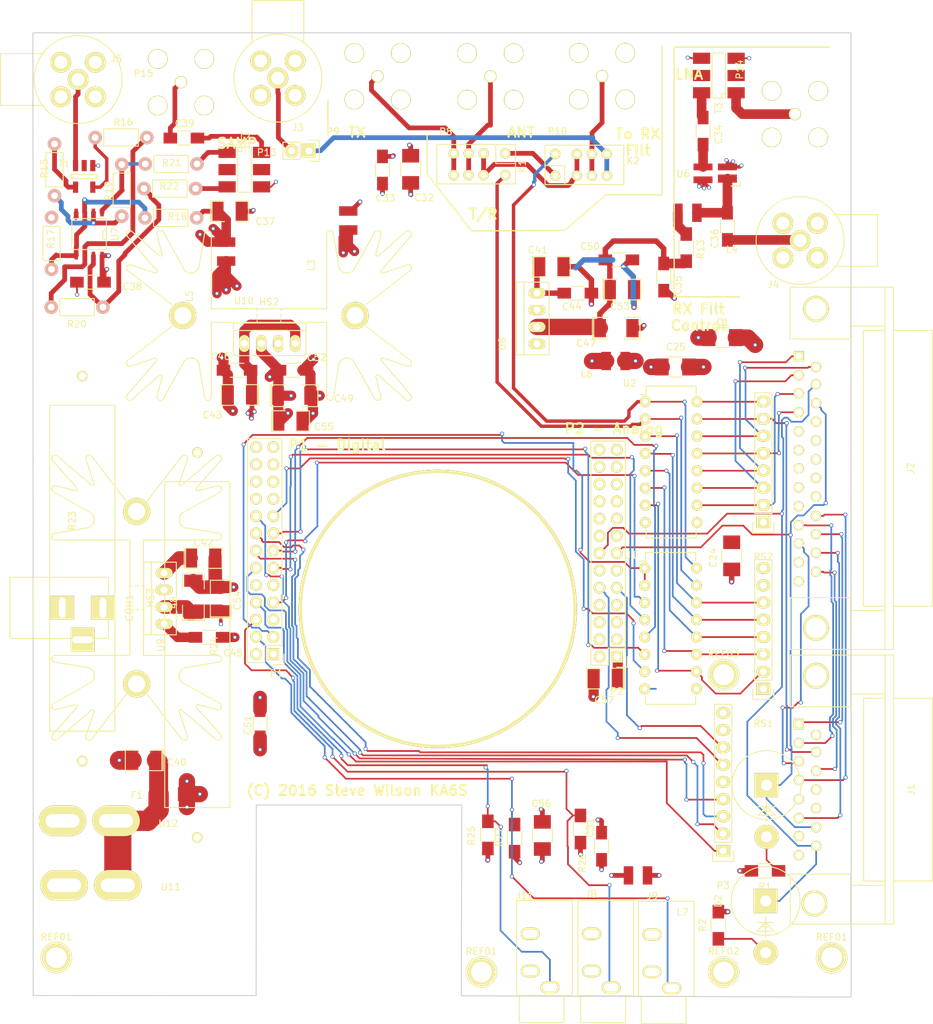
<source format=kicad_pcb>
(kicad_pcb (version 4) (host pcbnew 4.0.1-3.201512221401+6198~38~ubuntu15.10.1-stable)
  (layers (0 F.Cu signal) (1 In1.Cu power) (2 In2.Cu power hide) (31 B.Cu signal hide) (35 F.Paste user) (36 B.SilkS user) (37 F.SilkS user) (38 B.Mask user hide) (39 F.Mask user) (44 Edge.Cuts user))
  (net 0 "")
  (net 1 GND)
  (net 2 +12V)
  (net 3 /tr_switch/12V_Relay)
  (net 4 "Net-(C34-Pad1)")
  (net 5 "Net-(C34-Pad2)")
  (net 6 /lna/5V_LNA)
  (net 7 "Net-(C36-Pad1)")
  (net 8 "Net-(C36-Pad2)")
  (net 9 /mini_amp/AMP12V)
  (net 10 "Net-(C39-Pad1)")
  (net 11 "Net-(C39-Pad2)")
  (net 12 /ps/RP_5V)
  (net 13 /lvlshift/12V_LVL_IN)
  (net 14 "Net-(J3-Pad1)")
  (net 15 "Net-(J5-Pad1)")
  (net 16 /extern_conn/DASH)
  (net 17 /extern_conn/PTT_IN)
  (net 18 /extern_conn/DOT)
  (net 19 "Net-(K1-Pad2)")
  (net 20 "Net-(K1-Pad3)")
  (net 21 "Net-(K1-Pad4)")
  (net 22 /lvlshift/PTT_OUT_TX)
  (net 23 "Net-(K2-Pad3)")
  (net 24 "Net-(K2-Pad4)")
  (net 25 /lvlshift/PTT_OUT_RX)
  (net 26 "Net-(L4-Pad1)")
  (net 27 /lvlshift/PTT)
  (net 28 /lvlshift/ATTEN)
  (net 29 "Net-(R15-Pad1)")
  (net 30 "Net-(R15-Pad2)")
  (net 31 "Net-(R16-Pad1)")
  (net 32 "Net-(R16-Pad2)")
  (net 33 "Net-(R17-Pad1)")
  (net 34 "Net-(R19-Pad1)")
  (net 35 "Net-(R20-Pad1)")
  (net 36 "Net-(R21-Pad2)")
  (net 37 "Net-(R22-Pad1)")
  (net 38 /ps/+13.8VA)
  (net 39 /ps/+13.8VRA)
  (net 40 /ps/+13.8VRB)
  (net 41 /ps/+13.8VB)
  (net 42 /rp_conn/SWR_R)
  (net 43 /lvlshift/lpf40)
  (net 44 /lvlshift/lpf80)
  (net 45 /lvlshift/lpf20)
  (net 46 /lvlshift/lpf160)
  (net 47 /lvlshift/lpf15)
  (net 48 /lvlshift/CPTT)
  (net 49 /lvlshift/lpf10)
  (net 50 /rp_conn/SWR_F)
  (net 51 /lvlshift/CONB)
  (net 52 /lvlshift/CONC)
  (net 53 /lvlshift/COND)
  (net 54 /lvlshift/CONA)
  (net 55 /lvlshift/CATTN)
  (net 56 /extern_conn/3P3V_AUD)
  (net 57 "Net-(D1-Pad2)")
  (net 58 "Net-(D2-Pad2)")
  (net 59 GNDA)
  (net 60 Earth)
  (net 61 /rp_conn/RP_3.3V)
  (net 62 /lvlshift/OUTA)
  (net 63 /extern_conn/BCLK)
  (net 64 /lvlshift/OUTB)
  (net 65 /extern_conn/ADCDAT)
  (net 66 /lvlshift/OUTC)
  (net 67 /extern_conn/DACDAT)
  (net 68 /lvlshift/OUTD)
  (net 69 /extern_conn/LRCLK)
  (net 70 /extern_conn/SCLK)
  (net 71 /extern_conn/SDAT)
  (net 72 "Net-(P14-Pad1)")
  (net 73 GNDREF)
  (net 74 GNDPWR)
  (net 75 /lvlshift/BD)
  (net 76 /lvlshift/BC)
  (net 77 /lvlshift/BB)
  (net 78 /lvlshift/BA)
  (net 79 /lvlshift/BATTN)
  (net 80 /lvlshift/CBIAS)
  (net 81 "Net-(J1-Pad12)")
  (net 82 "Net-(J1-Pad13)")
  (net 83 "Net-(J2-Pad5)")
  (net 84 "Net-(J2-Pad6)")
  (net 85 "Net-(J2-Pad7)")
  (net 86 "Net-(J2-Pad8)")
  (net 87 "Net-(J2-Pad9)")
  (net 88 "Net-(J2-Pad12)")
  (net 89 "Net-(J2-Pad13)")
  (net 90 "Net-(J2-Pad17)")
  (net 91 "Net-(J2-Pad18)")
  (net 92 "Net-(J2-Pad19)")
  (net 93 "Net-(J2-Pad20)")
  (net 94 "Net-(J2-Pad21)")
  (net 95 "Net-(P1-Pad5)")
  (net 96 "Net-(P1-Pad9)")
  (net 97 "Net-(P1-Pad10)")
  (net 98 "Net-(P1-Pad19)")
  (net 99 "Net-(P1-Pad20)")
  (net 100 "Net-(P1-Pad21)")
  (net 101 "Net-(P1-Pad22)")
  (net 102 "Net-(P1-Pad23)")
  (net 103 "Net-(P1-Pad24)")
  (net 104 "Net-(P2-Pad2)")
  (net 105 "Net-(P2-Pad3)")
  (net 106 "Net-(P2-Pad4)")
  (net 107 "Net-(P2-Pad5)")
  (net 108 "Net-(P2-Pad6)")
  (net 109 "Net-(P2-Pad7)")
  (net 110 "Net-(P2-Pad8)")
  (net 111 "Net-(P2-Pad11)")
  (net 112 "Net-(P2-Pad12)")
  (net 113 "Net-(P2-Pad15)")
  (net 114 "Net-(P2-Pad16)")
  (net 115 "Net-(P2-Pad17)")
  (net 116 "Net-(P2-Pad18)")
  (net 117 "Net-(P2-Pad19)")
  (net 118 "Net-(P2-Pad20)")
  (net 119 "Net-(P2-Pad23)")
  (net 120 "Net-(P2-Pad24)")
  (net 121 "Net-(P3-Pad5)")
  (net 122 "Net-(RS1-Pad7)")
  (net 123 "Net-(RS1-Pad8)")
  (net 124 "Net-(T1-Pad2)")
  (net 125 "Net-(T2-Pad2)")
  (net 126 "Net-(T3-Pad2)")
  (net 127 "Net-(T3-Pad5)")
  (module Housings_DIP:DIP-16_W7.62mm (layer F.Cu) (at 135.745 105.795)
    (fp_text reference U1 (at -2.08 -1.89) (layer F.SilkS))
    (fp_text value ULN2004A)
    (pad 1 thru_hole oval (at 0 0) (size 1.6 1.6) (drill 0.8) (layers *.Cu *.Mask F.SilkS) (net 27 /lvlshift/PTT))
    (pad 2 thru_hole oval (at 0 2.54) (size 1.6 1.6) (drill 0.8) (layers *.Cu *.Mask F.SilkS) (net 27 /lvlshift/PTT))
    (pad 3 thru_hole oval (at 0 5.08) (size 1.6 1.6) (drill 0.8) (layers *.Cu *.Mask F.SilkS) (net 28 /lvlshift/ATTEN))
    (pad 4 thru_hole oval (at 0 7.62) (size 1.6 1.6) (drill 0.8) (layers *.Cu *.Mask F.SilkS) (net 62 /lvlshift/OUTA))
    (pad 5 thru_hole oval (at 0 10.16) (size 1.6 1.6) (drill 0.8) (layers *.Cu *.Mask F.SilkS) (net 64 /lvlshift/OUTB))
    (pad 6 thru_hole oval (at 0 12.7) (size 1.6 1.6) (drill 0.8) (layers *.Cu *.Mask F.SilkS) (net 66 /lvlshift/OUTC))
    (pad 7 thru_hole oval (at 0 15.24) (size 1.6 1.6) (drill 0.8) (layers *.Cu *.Mask F.SilkS) (net 68 /lvlshift/OUTD))
    (pad 8 thru_hole oval (at 0 17.78) (size 1.6 1.6) (drill 0.8) (layers *.Cu *.Mask F.SilkS) (net 1 GND))
    (pad 9 thru_hole oval (at 7.62 17.78) (size 1.6 1.6) (drill 0.8) (layers *.Cu *.Mask F.SilkS) (net 2 +12V))
    (pad 10 thru_hole oval (at 7.62 15.24) (size 1.6 1.6) (drill 0.8) (layers *.Cu *.Mask F.SilkS) (net 75 /lvlshift/BD))
    (pad 11 thru_hole oval (at 7.62 12.7) (size 1.6 1.6) (drill 0.8) (layers *.Cu *.Mask F.SilkS) (net 76 /lvlshift/BC))
    (pad 12 thru_hole oval (at 7.62 10.16) (size 1.6 1.6) (drill 0.8) (layers *.Cu *.Mask F.SilkS) (net 77 /lvlshift/BB))
    (pad 13 thru_hole oval (at 7.62 7.62) (size 1.6 1.6) (drill 0.8) (layers *.Cu *.Mask F.SilkS) (net 78 /lvlshift/BA))
    (pad 14 thru_hole oval (at 7.62 5.08) (size 1.6 1.6) (drill 0.8) (layers *.Cu *.Mask F.SilkS) (net 79 /lvlshift/BATTN))
    (pad 15 thru_hole oval (at 7.62 2.54) (size 1.6 1.6) (drill 0.8) (layers *.Cu *.Mask F.SilkS) (net 22 /lvlshift/PTT_OUT_TX))
    (pad 16 thru_hole oval (at 7.62 0) (size 1.6 1.6) (drill 0.8) (layers *.Cu *.Mask F.SilkS) (net 25 /lvlshift/PTT_OUT_RX))
  )
  (module Pin_Headers:Pin_Header_Straight_2x13 (layer F.Cu) (at 131.61216 118.83816 180)
    (fp_text reference P2 (at 0 -5.1 180) (layer F.SilkS))
    (fp_text value CONN_02X13)
    (pad 1 thru_hole rect (at 0 0 180) (size 1.7272 1.7272) (drill 1.016) (layers *.Cu *.Mask F.SilkS) (net 12 /ps/RP_5V))
    (pad 2 thru_hole oval (at 2.54 0 180) (size 1.7272 1.7272) (drill 1.016) (layers *.Cu *.Mask F.SilkS) (net 104 "Net-(P2-Pad2)"))
    (pad 3 thru_hole oval (at 0 2.54 180) (size 1.7272 1.7272) (drill 1.016) (layers *.Cu *.Mask F.SilkS) (net 105 "Net-(P2-Pad3)"))
    (pad 4 thru_hole oval (at 2.54 2.54 180) (size 1.7272 1.7272) (drill 1.016) (layers *.Cu *.Mask F.SilkS) (net 106 "Net-(P2-Pad4)"))
    (pad 5 thru_hole oval (at 0 5.08 180) (size 1.7272 1.7272) (drill 1.016) (layers *.Cu *.Mask F.SilkS) (net 107 "Net-(P2-Pad5)"))
    (pad 6 thru_hole oval (at 2.54 5.08 180) (size 1.7272 1.7272) (drill 1.016) (layers *.Cu *.Mask F.SilkS) (net 108 "Net-(P2-Pad6)"))
    (pad 7 thru_hole oval (at 0 7.62 180) (size 1.7272 1.7272) (drill 1.016) (layers *.Cu *.Mask F.SilkS) (net 109 "Net-(P2-Pad7)"))
    (pad 8 thru_hole oval (at 2.54 7.62 180) (size 1.7272 1.7272) (drill 1.016) (layers *.Cu *.Mask F.SilkS) (net 110 "Net-(P2-Pad8)"))
    (pad 9 thru_hole oval (at 0 10.16 180) (size 1.7272 1.7272) (drill 1.016) (layers *.Cu *.Mask F.SilkS) (net 70 /extern_conn/SCLK))
    (pad 10 thru_hole oval (at 2.54 10.16 180) (size 1.7272 1.7272) (drill 1.016) (layers *.Cu *.Mask F.SilkS) (net 71 /extern_conn/SDAT))
    (pad 11 thru_hole oval (at 0 12.7 180) (size 1.7272 1.7272) (drill 1.016) (layers *.Cu *.Mask F.SilkS) (net 111 "Net-(P2-Pad11)"))
    (pad 12 thru_hole oval (at 2.54 12.7 180) (size 1.7272 1.7272) (drill 1.016) (layers *.Cu *.Mask F.SilkS) (net 112 "Net-(P2-Pad12)"))
    (pad 13 thru_hole oval (at 0 15.24 180) (size 1.7272 1.7272) (drill 1.016) (layers *.Cu *.Mask F.SilkS) (net 50 /rp_conn/SWR_F))
    (pad 14 thru_hole oval (at 2.54 15.24 180) (size 1.7272 1.7272) (drill 1.016) (layers *.Cu *.Mask F.SilkS) (net 42 /rp_conn/SWR_R))
    (pad 15 thru_hole oval (at 0 17.78 180) (size 1.7272 1.7272) (drill 1.016) (layers *.Cu *.Mask F.SilkS) (net 113 "Net-(P2-Pad15)"))
    (pad 16 thru_hole oval (at 2.54 17.78 180) (size 1.7272 1.7272) (drill 1.016) (layers *.Cu *.Mask F.SilkS) (net 114 "Net-(P2-Pad16)"))
    (pad 17 thru_hole oval (at 0 20.32 180) (size 1.7272 1.7272) (drill 1.016) (layers *.Cu *.Mask F.SilkS) (net 115 "Net-(P2-Pad17)"))
    (pad 18 thru_hole oval (at 2.54 20.32 180) (size 1.7272 1.7272) (drill 1.016) (layers *.Cu *.Mask F.SilkS) (net 116 "Net-(P2-Pad18)"))
    (pad 19 thru_hole oval (at 0 22.86 180) (size 1.7272 1.7272) (drill 1.016) (layers *.Cu *.Mask F.SilkS) (net 117 "Net-(P2-Pad19)"))
    (pad 20 thru_hole oval (at 2.54 22.86 180) (size 1.7272 1.7272) (drill 1.016) (layers *.Cu *.Mask F.SilkS) (net 118 "Net-(P2-Pad20)"))
    (pad 21 thru_hole oval (at 0 25.4 180) (size 1.7272 1.7272) (drill 1.016) (layers *.Cu *.Mask F.SilkS) (net 1 GND))
    (pad 22 thru_hole oval (at 2.54 25.4 180) (size 1.7272 1.7272) (drill 1.016) (layers *.Cu *.Mask F.SilkS) (net 1 GND))
    (pad 23 thru_hole oval (at 0 27.94 180) (size 1.7272 1.7272) (drill 1.016) (layers *.Cu *.Mask F.SilkS) (net 119 "Net-(P2-Pad23)"))
    (pad 24 thru_hole oval (at 2.54 27.94 180) (size 1.7272 1.7272) (drill 1.016) (layers *.Cu *.Mask F.SilkS) (net 120 "Net-(P2-Pad24)"))
    (pad 25 thru_hole oval (at 0 30.48 180) (size 1.7272 1.7272) (drill 1.016) (layers *.Cu *.Mask F.SilkS) (net 1 GND))
    (pad 26 thru_hole oval (at 2.54 30.48 180) (size 1.7272 1.7272) (drill 1.016) (layers *.Cu *.Mask F.SilkS) (net 1 GND))
  )
  (module Capacitors_SMD:C_1206_HandSoldering (layer F.Cu) (at 79.065 128.72 90)
    (fp_text reference C51 (at -0.19 -1.795 270) (layer F.SilkS))
    (fp_text value 0.1uF)
    (pad 1 smd rect (at -2 0 90) (size 2 1.6) (layers F.Cu F.Paste F.Mask) (net 12 /ps/RP_5V))
    (pad 2 smd rect (at 2 0 90) (size 2 1.6) (layers F.Cu F.Paste F.Mask) (net 1 GND))
  )
  (module Connect:1pin (layer F.Cu) (at 105.25 111.805)
    (fp_text reference REF** (at 0 -3.048) (layer F.SilkS))
    (fp_text value 1pin)
    (pad 1 thru_hole circle (at 0 0) (size 41 41) (drill 40) (layers *.Cu *.Mask F.SilkS))
  )
  (module Connect:1pin (layer F.Cu) (at 163.285 163.21)
    (fp_text reference REF01 (at 0 -3.048) (layer F.SilkS))
    (fp_text value 1pin)
    (pad 1 thru_hole circle (at 0 -0.045) (size 4.064 4.064) (drill 3.048) (layers *.Cu *.Mask F.SilkS))
  )
  (module Connect:1pin (layer F.Cu) (at 49.045 163.165)
    (fp_text reference REF01 (at 0 -3.048) (layer F.SilkS))
    (fp_text value 1pin)
    (pad 1 thru_hole circle (at 0 0) (size 4.064 4.064) (drill 3.048) (layers *.Cu *.Mask F.SilkS))
  )
  (module Capacitors_SMD:C_1210_HandSoldering (layer F.Cu) (at 120.655 145.17 90)
    (fp_text reference C56 (at 4.675 -0.15 180) (layer F.SilkS))
    (fp_text value 1uF)
    (pad 1 smd rect (at -2 0 90) (size 2 2.5) (layers F.Cu F.Paste F.Mask) (net 56 /extern_conn/3P3V_AUD))
    (pad 2 smd rect (at 2 0 90) (size 2 2.5) (layers F.Cu F.Paste F.Mask) (net 1 GND))
  )
  (module Resistors_ThroughHole:Resistor_Horizontal_RM7mm (layer F.Cu) (at 62.15 46.265)
    (fp_text reference R21 (at 3.915 -0.17) (layer F.SilkS))
    (fp_text value 4R99)
    (pad 1 thru_hole circle (at 0 0) (size 1.99898 1.99898) (drill 1.00076) (layers *.Cu *.SilkS *.Mask) (net 34 "Net-(R19-Pad1)"))
    (pad 2 thru_hole circle (at 7.62 0) (size 1.99898 1.99898) (drill 1.00076) (layers *.Cu *.SilkS *.Mask) (net 36 "Net-(R21-Pad2)"))
  )
  (module Pin_Headers:Pin_Header_Straight_2x13 (layer F.Cu) (at 81.0179 118.4597 180)
    (fp_text reference P1 (at -0.4521 -2.8703 180) (layer F.SilkS))
    (fp_text value CONN_02X13)
    (pad 1 thru_hole rect (at 0 0 180) (size 1.7272 1.7272) (drill 1.016) (layers *.Cu *.Mask F.SilkS) (net 61 /rp_conn/RP_3.3V))
    (pad 2 thru_hole oval (at 2.54 0 180) (size 1.7272 1.7272) (drill 1.016) (layers *.Cu *.Mask F.SilkS) (net 61 /rp_conn/RP_3.3V))
    (pad 3 thru_hole oval (at 0 2.54 180) (size 1.7272 1.7272) (drill 1.016) (layers *.Cu *.Mask F.SilkS) (net 27 /lvlshift/PTT))
    (pad 4 thru_hole oval (at 2.54 2.54 180) (size 1.7272 1.7272) (drill 1.016) (layers *.Cu *.Mask F.SilkS) (net 17 /extern_conn/PTT_IN))
    (pad 5 thru_hole oval (at 0 5.08 180) (size 1.7272 1.7272) (drill 1.016) (layers *.Cu *.Mask F.SilkS) (net 95 "Net-(P1-Pad5)"))
    (pad 6 thru_hole oval (at 2.54 5.08 180) (size 1.7272 1.7272) (drill 1.016) (layers *.Cu *.Mask F.SilkS) (net 16 /extern_conn/DASH))
    (pad 7 thru_hole oval (at 0 7.62 180) (size 1.7272 1.7272) (drill 1.016) (layers *.Cu *.Mask F.SilkS) (net 28 /lvlshift/ATTEN))
    (pad 8 thru_hole oval (at 2.54 7.62 180) (size 1.7272 1.7272) (drill 1.016) (layers *.Cu *.Mask F.SilkS) (net 18 /extern_conn/DOT))
    (pad 9 thru_hole oval (at 0 10.16 180) (size 1.7272 1.7272) (drill 1.016) (layers *.Cu *.Mask F.SilkS) (net 96 "Net-(P1-Pad9)"))
    (pad 10 thru_hole oval (at 2.54 10.16 180) (size 1.7272 1.7272) (drill 1.016) (layers *.Cu *.Mask F.SilkS) (net 97 "Net-(P1-Pad10)"))
    (pad 11 thru_hole oval (at 0 12.7 180) (size 1.7272 1.7272) (drill 1.016) (layers *.Cu *.Mask F.SilkS) (net 62 /lvlshift/OUTA))
    (pad 12 thru_hole oval (at 2.54 12.7 180) (size 1.7272 1.7272) (drill 1.016) (layers *.Cu *.Mask F.SilkS) (net 63 /extern_conn/BCLK))
    (pad 13 thru_hole oval (at 0 15.24 180) (size 1.7272 1.7272) (drill 1.016) (layers *.Cu *.Mask F.SilkS) (net 64 /lvlshift/OUTB))
    (pad 14 thru_hole oval (at 2.54 15.24 180) (size 1.7272 1.7272) (drill 1.016) (layers *.Cu *.Mask F.SilkS) (net 65 /extern_conn/ADCDAT))
    (pad 15 thru_hole oval (at 0 17.78 180) (size 1.7272 1.7272) (drill 1.016) (layers *.Cu *.Mask F.SilkS) (net 66 /lvlshift/OUTC))
    (pad 16 thru_hole oval (at 2.54 17.78 180) (size 1.7272 1.7272) (drill 1.016) (layers *.Cu *.Mask F.SilkS) (net 67 /extern_conn/DACDAT))
    (pad 17 thru_hole oval (at 0 20.32 180) (size 1.7272 1.7272) (drill 1.016) (layers *.Cu *.Mask F.SilkS) (net 68 /lvlshift/OUTD))
    (pad 18 thru_hole oval (at 2.54 20.32 180) (size 1.7272 1.7272) (drill 1.016) (layers *.Cu *.Mask F.SilkS) (net 69 /extern_conn/LRCLK))
    (pad 19 thru_hole oval (at 0 22.86 180) (size 1.7272 1.7272) (drill 1.016) (layers *.Cu *.Mask F.SilkS) (net 98 "Net-(P1-Pad19)"))
    (pad 20 thru_hole oval (at 2.54 22.86 180) (size 1.7272 1.7272) (drill 1.016) (layers *.Cu *.Mask F.SilkS) (net 99 "Net-(P1-Pad20)"))
    (pad 21 thru_hole oval (at 0 25.4 180) (size 1.7272 1.7272) (drill 1.016) (layers *.Cu *.Mask F.SilkS) (net 100 "Net-(P1-Pad21)"))
    (pad 22 thru_hole oval (at 2.54 25.4 180) (size 1.7272 1.7272) (drill 1.016) (layers *.Cu *.Mask F.SilkS) (net 101 "Net-(P1-Pad22)"))
    (pad 23 thru_hole oval (at 0 27.94 180) (size 1.7272 1.7272) (drill 1.016) (layers *.Cu *.Mask F.SilkS) (net 102 "Net-(P1-Pad23)"))
    (pad 24 thru_hole oval (at 2.54 27.94 180) (size 1.7272 1.7272) (drill 1.016) (layers *.Cu *.Mask F.SilkS) (net 103 "Net-(P1-Pad24)"))
    (pad 25 thru_hole oval (at 0 30.48 180) (size 1.7272 1.7272) (drill 1.016) (layers *.Cu *.Mask F.SilkS) (net 1 GND))
    (pad 26 thru_hole oval (at 2.54 30.48 180) (size 1.7272 1.7272) (drill 1.016) (layers *.Cu *.Mask F.SilkS) (net 1 GND))
  )
  (module SMD_Packages:SMD-1210_Pol (layer F.Cu) (at 121.983 61.4)
    (fp_text reference C41 (at -2.008 -2.46) (layer F.SilkS))
    (fp_text value 10uF)
    (pad 1 smd rect (at -1.778 0) (size 1.778 2.794) (layers F.Cu F.Paste F.Mask) (net 39 /ps/+13.8VRA))
    (pad 2 smd rect (at 1.778 0) (size 1.778 2.794) (layers F.Cu F.Paste F.Mask) (net 1 GND))
  )
  (module my_lib:TO-220_4pin_vertical (layer F.Cu) (at 119.855 72.775 90)
    (fp_text reference U8 (at 0 -5.08 90) (layer F.SilkS))
    (fp_text value KA278R05)
    (pad 2 thru_hole oval (at 2.5 0 180) (size 2.49936 1.50114) (drill 1.00076) (layers *.Cu *.Mask F.SilkS) (net 6 /lna/5V_LNA))
    (pad 1 thru_hole oval (at 0 0 180) (size 2.49936 1.50114) (drill 1.00076) (layers *.Cu *.Mask F.SilkS) (net 39 /ps/+13.8VRA))
    (pad 3 thru_hole oval (at 5 0 180) (size 2.49936 1.50114) (drill 1.00076) (layers *.Cu *.Mask F.SilkS) (net 1 GND))
    (pad 4 thru_hole oval (at 7.5 0 180) (size 2.49936 1.50114) (drill 1.00076) (layers *.Cu *.Mask F.SilkS) (net 39 /ps/+13.8VRA))
  )
  (module SMD_Packages:SMD-2010_Pol (layer F.Cu) (at 131.5297 70.45)
    (fp_text reference C47 (at -4.4297 2.25) (layer F.SilkS))
    (fp_text value 10uF)
    (pad 1 smd rect (at -2.4003 0) (size 1.80086 2.70002) (layers F.Cu F.Paste F.Mask) (net 6 /lna/5V_LNA))
    (pad 2 smd rect (at 2.4003 0) (size 1.80086 2.70002) (layers F.Cu F.Paste F.Mask) (net 1 GND))
  )
  (module Capacitors_SMD:C_1206_HandSoldering (layer F.Cu) (at 125.88 65.3)
    (fp_text reference C44 (at -0.89 1.97) (layer F.SilkS))
    (fp_text value 0.1uF)
    (pad 1 smd rect (at -2 0) (size 2 1.6) (layers F.Cu F.Paste F.Mask) (net 39 /ps/+13.8VRA))
    (pad 2 smd rect (at 2 0) (size 2 1.6) (layers F.Cu F.Paste F.Mask) (net 1 GND))
  )
  (module Resistors_SMD:R_1206_HandSoldering (layer F.Cu) (at 141.855 58.59 90)
    (fp_text reference R13 (at -0.255 2.135 90) (layer F.SilkS))
    (fp_text value 75)
    (pad 1 smd rect (at -2 0 90) (size 2 1.7) (layers F.Cu F.Paste F.Mask) (net 6 /lna/5V_LNA))
    (pad 2 smd rect (at 2 0 90) (size 2 1.7) (layers F.Cu F.Paste F.Mask) (net 26 "Net-(L4-Pad1)"))
  )
  (module Capacitors_SMD:C_1206_HandSoldering (layer F.Cu) (at 131.93 60.4)
    (fp_text reference C50 (at -4.265 -1.98) (layer F.SilkS))
    (fp_text value 0.1uF)
    (pad 1 smd rect (at -2 0) (size 2 1.6) (layers F.Cu F.Paste F.Mask) (net 6 /lna/5V_LNA))
    (pad 2 smd rect (at 2 0) (size 2 1.6) (layers F.Cu F.Paste F.Mask) (net 1 GND))
  )
  (module SMD_Packages:SMD-1210_Pol (layer F.Cu) (at 132.377 64.775)
    (fp_text reference C53 (at -0.282 2.485 180) (layer F.SilkS))
    (fp_text value 100uF)
    (pad 1 smd rect (at -1.778 0) (size 1.778 2.794) (layers F.Cu F.Paste F.Mask) (net 6 /lna/5V_LNA))
    (pad 2 smd rect (at 1.778 0) (size 1.778 2.794) (layers F.Cu F.Paste F.Mask) (net 1 GND))
  )
  (module Capacitors_SMD:C_1206_HandSoldering (layer F.Cu) (at 138.535 62.93 270)
    (fp_text reference C35 (at 1.205 -2.125 450) (layer F.SilkS))
    (fp_text value 0.1uF)
    (pad 1 smd rect (at -2 0 270) (size 2 1.6) (layers F.Cu F.Paste F.Mask) (net 6 /lna/5V_LNA))
    (pad 2 smd rect (at 2 0 270) (size 2 1.6) (layers F.Cu F.Paste F.Mask) (net 1 GND))
  )
  (module my_lib:RF_RELAY (layer F.Cu) (at 115.2 44.705 180)
    (fp_text reference K1 (at -2.5 -1.9 270) (layer F.SilkS))
    (fp_text value RELAY_RF)
    (pad 1 thru_hole circle (at 0 0 180) (size 1.524 1.524) (drill 0.85) (layers *.Cu *.Mask F.SilkS) (net 3 /tr_switch/12V_Relay))
    (pad 2 thru_hole circle (at 3.2 0 180) (size 1.524 1.524) (drill 0.85) (layers *.Cu *.Mask F.SilkS) (net 19 "Net-(K1-Pad2)"))
    (pad 3 thru_hole circle (at 5.4 0 180) (size 1.524 1.524) (drill 0.85) (layers *.Cu *.Mask F.SilkS) (net 20 "Net-(K1-Pad3)"))
    (pad 4 thru_hole circle (at 7.6 0 180) (size 1.524 1.524) (drill 0.85) (layers *.Cu *.Mask F.SilkS) (net 21 "Net-(K1-Pad4)"))
    (pad 8 thru_hole circle (at 0 -3.2 180) (size 1.524 1.524) (drill 0.85) (layers *.Cu *.Mask F.SilkS) (net 22 /lvlshift/PTT_OUT_TX))
    (pad 7 thru_hole circle (at 3.2 -3.2 180) (size 1.524 1.524) (drill 0.85) (layers *.Cu *.Mask F.SilkS) (net 19 "Net-(K1-Pad2)"))
    (pad 6 thru_hole circle (at 5.4 -3.2 180) (size 1.524 1.524) (drill 0.85) (layers *.Cu *.Mask F.SilkS) (net 20 "Net-(K1-Pad3)"))
    (pad 5 thru_hole circle (at 7.6 -3.2 180) (size 1.524 1.524) (drill 0.85) (layers *.Cu *.Mask F.SilkS) (net 21 "Net-(K1-Pad4)"))
  )
  (module Capacitors_SMD:C_1210_HandSoldering (layer F.Cu) (at 147.155 71.845)
    (fp_text reference C1 (at 0.06 -2.23 180) (layer F.SilkS))
    (fp_text value 100uF)
    (pad 1 smd rect (at -2 0) (size 2 2.5) (layers F.Cu F.Paste F.Mask) (net 2 +12V))
    (pad 2 smd rect (at 2 0) (size 2 2.5) (layers F.Cu F.Paste F.Mask) (net 1 GND))
  )
  (module my_lib:BNC_VERTICAL (layer F.Cu) (at 113.005 33.385)
    (fp_text reference P8 (at -6.57 8.13) (layer F.SilkS))
    (fp_text value BNC)
    (pad 1 thru_hole circle (at 0 0) (size 1.8 1.8) (drill 1.45) (layers *.Cu *.Mask F.SilkS) (net 20 "Net-(K1-Pad3)"))
    (pad 2 thru_hole circle (at 3.43 3.43) (size 2.88 2.88) (drill 2.6) (layers *.Cu *.Mask F.SilkS) (net 59 GNDA))
    (pad 2 thru_hole circle (at -3.43 3.43) (size 2.88 2.88) (drill 2.6) (layers *.Cu *.Mask F.SilkS) (net 59 GNDA))
    (pad 2 thru_hole circle (at -3.43 -3.43) (size 2.88 2.88) (drill 2.6) (layers *.Cu *.Mask F.SilkS) (net 59 GNDA))
    (pad 2 thru_hole circle (at 3.43 -3.43) (size 2.88 2.88) (drill 2.6) (layers *.Cu *.Mask F.SilkS) (net 59 GNDA))
  )
  (module TO_SOT_Packages_SMD:SOT-143_Handsoldering (layer F.Cu) (at 146.12414 47.65496 90)
    (fp_text reference U6 (at -0.06096 -4.72948 180) (layer F.SilkS))
    (fp_text value MAX2611)
    (pad 1 smd rect (at -0.76962 1.80086 90) (size 1.19888 2.79908) (layers F.Cu F.Paste F.Mask) (net 7 "Net-(C36-Pad1)"))
    (pad 2 smd rect (at 0.94996 1.80086 90) (size 1.00076 2.79908) (layers F.Cu F.Paste F.Mask) (net 1 GND))
    (pad 3 smd rect (at 0.94996 -1.80086 90) (size 1.00076 2.79908) (layers F.Cu F.Paste F.Mask) (net 5 "Net-(C34-Pad2)"))
    (pad 4 smd trapezoid (at -0.94996 -1.80086 90) (size 1.00076 2.79908) (layers F.Cu F.Paste F.Mask) (net 1 GND))
  )
  (module my_lib:BNC_VERTICAL (layer F.Cu) (at 129.45 33.33)
    (fp_text reference P10 (at -6.57 8.13) (layer F.SilkS))
    (fp_text value BNC)
    (pad 1 thru_hole circle (at 0 0) (size 1.8 1.8) (drill 1.45) (layers *.Cu *.Mask F.SilkS) (net 23 "Net-(K2-Pad3)"))
    (pad 2 thru_hole circle (at 3.43 3.43) (size 2.88 2.88) (drill 2.6) (layers *.Cu *.Mask F.SilkS) (net 59 GNDA))
    (pad 2 thru_hole circle (at -3.43 3.43) (size 2.88 2.88) (drill 2.6) (layers *.Cu *.Mask F.SilkS) (net 59 GNDA))
    (pad 2 thru_hole circle (at -3.43 -3.43) (size 2.88 2.88) (drill 2.6) (layers *.Cu *.Mask F.SilkS) (net 59 GNDA))
    (pad 2 thru_hole circle (at 3.43 -3.43) (size 2.88 2.88) (drill 2.6) (layers *.Cu *.Mask F.SilkS) (net 59 GNDA))
  )
  (module my_lib:RF_RELAY (layer F.Cu) (at 122.55 48.005)
    (fp_text reference K2 (at 11.475 -2.2 180) (layer F.SilkS))
    (fp_text value RELAY_RF)
    (pad 1 thru_hole circle (at 0 0) (size 1.524 1.524) (drill 0.85) (layers *.Cu *.Mask F.SilkS) (net 3 /tr_switch/12V_Relay))
    (pad 2 thru_hole circle (at 3.2 0) (size 1.524 1.524) (drill 0.85) (layers *.Cu *.Mask F.SilkS) (net 19 "Net-(K1-Pad2)"))
    (pad 3 thru_hole circle (at 5.4 0) (size 1.524 1.524) (drill 0.85) (layers *.Cu *.Mask F.SilkS) (net 23 "Net-(K2-Pad3)"))
    (pad 4 thru_hole circle (at 7.6 0) (size 1.524 1.524) (drill 0.85) (layers *.Cu *.Mask F.SilkS) (net 24 "Net-(K2-Pad4)"))
    (pad 8 thru_hole circle (at 0 -3.2) (size 1.524 1.524) (drill 0.85) (layers *.Cu *.Mask F.SilkS) (net 25 /lvlshift/PTT_OUT_RX))
    (pad 7 thru_hole circle (at 3.2 -3.2) (size 1.524 1.524) (drill 0.85) (layers *.Cu *.Mask F.SilkS) (net 19 "Net-(K1-Pad2)"))
    (pad 6 thru_hole circle (at 5.4 -3.2) (size 1.524 1.524) (drill 0.85) (layers *.Cu *.Mask F.SilkS) (net 23 "Net-(K2-Pad3)"))
    (pad 5 thru_hole circle (at 7.6 -3.2) (size 1.524 1.524) (drill 0.85) (layers *.Cu *.Mask F.SilkS) (net 24 "Net-(K2-Pad4)"))
  )
  (module Capacitors_SMD:C_1206_HandSoldering (layer F.Cu) (at 147.925 55.455 270)
    (fp_text reference C36 (at 1.815 1.865 450) (layer F.SilkS))
    (fp_text value 0.1uF)
    (pad 1 smd rect (at -2 0 270) (size 2 1.6) (layers F.Cu F.Paste F.Mask) (net 7 "Net-(C36-Pad1)"))
    (pad 2 smd rect (at 2 0 270) (size 2 1.6) (layers F.Cu F.Paste F.Mask) (net 8 "Net-(C36-Pad2)"))
  )
  (module minicircuits:SMA_F_RA (layer F.Cu) (at 158.626227 57.543329)
    (fp_text reference J4 (at -3.926227 6.486671) (layer F.SilkS))
    (fp_text value SMA)
    (pad 1 thru_hole circle (at 0 0) (size 3.048 3.048) (drill 1.905) (layers *.Cu *.Mask F.SilkS) (net 8 "Net-(C36-Pad2)"))
    (pad 2 thru_hole circle (at 2.54 -2.54) (size 3.048 3.048) (drill 1.905) (layers *.Cu *.Mask F.SilkS) (net 1 GND))
    (pad 3 thru_hole circle (at 2.54 2.54) (size 3.048 3.048) (drill 1.905) (layers *.Cu *.Mask F.SilkS) (net 1 GND))
    (pad 4 thru_hole circle (at -2.54 2.54) (size 3.048 3.048) (drill 1.905) (layers *.Cu *.Mask F.SilkS) (net 1 GND))
    (pad 5 thru_hole circle (at -2.54 -2.54) (size 3.048 3.048) (drill 1.905) (layers *.Cu *.Mask F.SilkS) (net 1 GND))
  )
  (module my_lib:BNC_VERTICAL (layer F.Cu) (at 157.8616 38.92968 270)
    (fp_text reference P14 (at -6.57 8.13 270) (layer F.SilkS))
    (fp_text value BNC)
    (pad 1 thru_hole circle (at 0 0 270) (size 1.8 1.8) (drill 1.45) (layers *.Cu *.Mask F.SilkS) (net 72 "Net-(P14-Pad1)"))
    (pad 2 thru_hole circle (at 3.43 3.43 270) (size 2.88 2.88) (drill 2.6) (layers *.Cu *.Mask F.SilkS) (net 73 GNDREF))
    (pad 2 thru_hole circle (at -3.43 3.43 270) (size 2.88 2.88) (drill 2.6) (layers *.Cu *.Mask F.SilkS) (net 73 GNDREF))
    (pad 2 thru_hole circle (at -3.43 -3.43 270) (size 2.88 2.88) (drill 2.6) (layers *.Cu *.Mask F.SilkS) (net 73 GNDREF))
    (pad 2 thru_hole circle (at 3.43 -3.43 270) (size 2.88 2.88) (drill 2.6) (layers *.Cu *.Mask F.SilkS) (net 73 GNDREF))
  )
  (module Capacitors_SMD:C_1206_HandSoldering (layer F.Cu) (at 144.335 41.425 270)
    (fp_text reference C34 (at 0.475 -2.275 450) (layer F.SilkS))
    (fp_text value 0.1uF)
    (pad 1 smd rect (at -2 0 270) (size 2 1.6) (layers F.Cu F.Paste F.Mask) (net 4 "Net-(C34-Pad1)"))
    (pad 2 smd rect (at 2 0 270) (size 2 1.6) (layers F.Cu F.Paste F.Mask) (net 5 "Net-(C34-Pad2)"))
  )
  (module Capacitors_SMD:C_1210_HandSoldering (layer F.Cu) (at 101.25 47.055 270)
    (fp_text reference C32 (at 4.2 -1.975 360) (layer F.SilkS))
    (fp_text value 1uF)
    (pad 1 smd rect (at -2 0 270) (size 2 2.5) (layers F.Cu F.Paste F.Mask) (net 3 /tr_switch/12V_Relay))
    (pad 2 smd rect (at 2 0 270) (size 2 2.5) (layers F.Cu F.Paste F.Mask) (net 1 GND))
  )
  (module my_lib:BNC_VERTICAL (layer F.Cu) (at 96.375 33.365)
    (fp_text reference P9 (at -6.57 8.13) (layer F.SilkS))
    (fp_text value BNC)
    (pad 1 thru_hole circle (at 0 0) (size 1.8 1.8) (drill 1.45) (layers *.Cu *.Mask F.SilkS) (net 21 "Net-(K1-Pad4)"))
    (pad 2 thru_hole circle (at 3.43 3.43) (size 2.88 2.88) (drill 2.6) (layers *.Cu *.Mask F.SilkS) (net 59 GNDA))
    (pad 2 thru_hole circle (at -3.43 3.43) (size 2.88 2.88) (drill 2.6) (layers *.Cu *.Mask F.SilkS) (net 59 GNDA))
    (pad 2 thru_hole circle (at -3.43 -3.43) (size 2.88 2.88) (drill 2.6) (layers *.Cu *.Mask F.SilkS) (net 59 GNDA))
    (pad 2 thru_hole circle (at 3.43 -3.43) (size 2.88 2.88) (drill 2.6) (layers *.Cu *.Mask F.SilkS) (net 59 GNDA))
  )
  (module Capacitors_SMD:C_1206_HandSoldering (layer F.Cu) (at 97.1 47.155 270)
    (fp_text reference C33 (at 4.175 -0.425 360) (layer F.SilkS))
    (fp_text value 0.1uF)
    (pad 1 smd rect (at -2 0 270) (size 2 1.6) (layers F.Cu F.Paste F.Mask) (net 3 /tr_switch/12V_Relay))
    (pad 2 smd rect (at 2 0 270) (size 2 1.6) (layers F.Cu F.Paste F.Mask) (net 1 GND))
  )
  (module minicircuits:SMA_F_RA (layer F.Cu) (at 81.685 33.625 90)
    (fp_text reference J3 (at -7.29 2.96 180) (layer F.SilkS))
    (fp_text value SMA)
    (pad 1 thru_hole circle (at 0 0 90) (size 3.048 3.048) (drill 1.905) (layers *.Cu *.Mask F.SilkS) (net 14 "Net-(J3-Pad1)"))
    (pad 2 thru_hole circle (at 2.54 -2.54 90) (size 3.048 3.048) (drill 1.905) (layers *.Cu *.Mask F.SilkS) (net 59 GNDA))
    (pad 3 thru_hole circle (at 2.54 2.54 90) (size 3.048 3.048) (drill 1.905) (layers *.Cu *.Mask F.SilkS) (net 59 GNDA))
    (pad 4 thru_hole circle (at -2.54 2.54 90) (size 3.048 3.048) (drill 1.905) (layers *.Cu *.Mask F.SilkS) (net 59 GNDA))
    (pad 5 thru_hole circle (at -2.54 -2.54 90) (size 3.048 3.048) (drill 1.905) (layers *.Cu *.Mask F.SilkS) (net 59 GNDA))
  )
  (module Pin_Headers:Pin_Header_Straight_1x02 (layer F.Cu) (at 86.245 44.33 270)
    (fp_text reference P13 (at 0.25 6.19 360) (layer F.SilkS))
    (fp_text value CONN_01X02)
    (pad 1 thru_hole rect (at 0 0 270) (size 2.032 2.032) (drill 1.016) (layers *.Cu *.Mask F.SilkS) (net 24 "Net-(K2-Pad4)"))
    (pad 2 thru_hole oval (at 0 2.54 270) (size 2.032 2.032) (drill 1.016) (layers *.Cu *.Mask F.SilkS) (net 14 "Net-(J3-Pad1)"))
  )
  (module my_lib:BNC_VERTICAL (layer F.Cu) (at 67.41 34.23)
    (fp_text reference P15 (at -5.52 -1.315) (layer F.SilkS))
    (fp_text value BNC)
    (pad 1 thru_hole circle (at 0 0) (size 1.8 1.8) (drill 1.45) (layers *.Cu *.Mask F.SilkS) (net 10 "Net-(C39-Pad1)"))
    (pad 2 thru_hole circle (at 3.43 3.43) (size 2.88 2.88) (drill 2.6) (layers *.Cu *.Mask F.SilkS) (net 74 GNDPWR))
    (pad 2 thru_hole circle (at -3.43 3.43) (size 2.88 2.88) (drill 2.6) (layers *.Cu *.Mask F.SilkS) (net 74 GNDPWR))
    (pad 2 thru_hole circle (at -3.43 -3.43) (size 2.88 2.88) (drill 2.6) (layers *.Cu *.Mask F.SilkS) (net 74 GNDPWR))
    (pad 2 thru_hole circle (at 3.43 -3.43) (size 2.88 2.88) (drill 2.6) (layers *.Cu *.Mask F.SilkS) (net 74 GNDPWR))
  )
  (module Capacitors_SMD:C_1206_HandSoldering (layer F.Cu) (at 67.84 42.455)
    (fp_text reference C39 (at 0.11 -2.15) (layer F.SilkS))
    (fp_text value 0.1uF)
    (pad 1 smd rect (at -2 0) (size 2 1.6) (layers F.Cu F.Paste F.Mask) (net 10 "Net-(C39-Pad1)"))
    (pad 2 smd rect (at 2 0) (size 2 1.6) (layers F.Cu F.Paste F.Mask) (net 11 "Net-(C39-Pad2)"))
  )
  (module SMD_Packages:SMD-1210_Pol (layer F.Cu) (at 74.573 53.235)
    (fp_text reference C37 (at 5.267 1.51) (layer F.SilkS))
    (fp_text value 10uF)
    (pad 1 smd rect (at -1.778 0) (size 1.778 2.794) (layers F.Cu F.Paste F.Mask) (net 9 /mini_amp/AMP12V))
    (pad 2 smd rect (at 1.778 0) (size 1.778 2.794) (layers F.Cu F.Paste F.Mask) (net 1 GND))
  )
  (module Capacitors_SMD:C_1206_HandSoldering (layer F.Cu) (at 54.075 63.68 180)
    (fp_text reference C38 (at -6.17 -0.66 180) (layer F.SilkS))
    (fp_text value 0.1uF)
    (pad 1 smd rect (at -2 0 180) (size 2 1.6) (layers F.Cu F.Paste F.Mask) (net 9 /mini_amp/AMP12V))
    (pad 2 smd rect (at 2 0 180) (size 2 1.6) (layers F.Cu F.Paste F.Mask) (net 1 GND))
  )
  (module minicircuits:ADT1.5-1 (layer F.Cu) (at 74.205 44.56 270)
    (fp_text reference T2 (at -2.27 -2.59 360) (layer F.SilkS))
    (fp_text value ADT1.5-1)
    (pad 1 smd rect (at 0 0 270) (size 1.65 2.54) (layers F.Cu F.Paste F.Mask) (net 36 "Net-(R21-Pad2)"))
    (pad 6 smd rect (at 0 -5.08 270) (size 1.65 2.54) (layers F.Cu F.Paste F.Mask) (net 11 "Net-(C39-Pad2)"))
    (pad 2 smd rect (at 2.54 0 270) (size 1.65 2.54) (layers F.Cu F.Paste F.Mask) (net 125 "Net-(T2-Pad2)"))
    (pad 3 smd rect (at 5.08 0 270) (size 1.65 2.54) (layers F.Cu F.Paste F.Mask) (net 37 "Net-(R22-Pad1)"))
    (pad 4 smd rect (at 5.08 -5.08 270) (size 1.65 2.54) (layers F.Cu F.Paste F.Mask) (net 74 GNDPWR))
    (pad 5 smd rect (at 2.54 -5.08 270) (size 1.65 2.54) (layers F.Cu F.Paste F.Mask))
  )
  (module Resistors_ThroughHole:Resistor_Horizontal_RM7mm (layer F.Cu) (at 69.72 54.21 180)
    (fp_text reference R18 (at 2.835 0.175 360) (layer F.SilkS))
    (fp_text value 1K)
    (pad 1 thru_hole circle (at 0 0 180) (size 1.99898 1.99898) (drill 1.00076) (layers *.Cu *.SilkS *.Mask) (net 9 /mini_amp/AMP12V))
    (pad 2 thru_hole circle (at 7.62 0 180) (size 1.99898 1.99898) (drill 1.00076) (layers *.Cu *.SilkS *.Mask) (net 33 "Net-(R17-Pad1)"))
  )
  (module Resistors_ThroughHole:Resistor_Horizontal_RM7mm (layer F.Cu) (at 69.575 49.895 180)
    (fp_text reference R22 (at 3.885 0.365 180) (layer F.SilkS))
    (fp_text value 4R99)
    (pad 1 thru_hole circle (at 0 0 180) (size 1.99898 1.99898) (drill 1.00076) (layers *.Cu *.SilkS *.Mask) (net 37 "Net-(R22-Pad1)"))
    (pad 2 thru_hole circle (at 7.62 0 180) (size 1.99898 1.99898) (drill 1.00076) (layers *.Cu *.SilkS *.Mask) (net 35 "Net-(R20-Pad1)"))
  )
  (module Capacitors_SMD:C_1206_HandSoldering (layer F.Cu) (at 71.545 115.99)
    (fp_text reference C45 (at 3.525 2.295 180) (layer F.SilkS))
    (fp_text value 0.1uF)
    (pad 1 smd rect (at -2 0) (size 2 1.6) (layers F.Cu F.Paste F.Mask) (net 40 /ps/+13.8VRB))
    (pad 2 smd rect (at 2 0) (size 2 1.6) (layers F.Cu F.Paste F.Mask) (net 1 GND))
  )
  (module Heatsinks:Heatsink_Fischer_SK129-STS_42x25mm_2xDrill2.5mm (layer F.Cu) (at 60.88 110.15 270)
    (fp_text reference HS3 (at 0 -2 270) (layer F.SilkS))
    (fp_text value HEATSINK)
    (pad 1 thru_hole circle (at -12.7 0 270) (size 4 4) (drill 2.5) (layers *.Cu *.Mask F.SilkS))
    (pad 1 thru_hole circle (at 12.7 0 270) (size 4 4) (drill 2.5) (layers *.Cu *.Mask F.SilkS))
  )
  (module SMD_Packages:SMD-1210_Pol (layer F.Cu) (at 70.682 104.31)
    (fp_text reference C42 (at 0.027 -2.245 180) (layer F.SilkS))
    (fp_text value 10uF)
    (pad 1 smd rect (at -1.778 0) (size 1.778 2.794) (layers F.Cu F.Paste F.Mask) (net 40 /ps/+13.8VRB))
    (pad 2 smd rect (at 1.778 0) (size 1.778 2.794) (layers F.Cu F.Paste F.Mask) (net 1 GND))
  )
  (module my_lib:TO-220_4pin_vertical (layer F.Cu) (at 64.925 114.02 90)
    (fp_text reference U9 (at -3.13 -0.52 90) (layer F.SilkS))
    (fp_text value KA278R05)
    (pad 2 thru_hole oval (at 2.5 0 180) (size 2.49936 1.50114) (drill 1.00076) (layers *.Cu *.Mask F.SilkS) (net 12 /ps/RP_5V))
    (pad 1 thru_hole oval (at 0 0 180) (size 2.49936 1.50114) (drill 1.00076) (layers *.Cu *.Mask F.SilkS) (net 40 /ps/+13.8VRB))
    (pad 3 thru_hole oval (at 5 0 180) (size 2.49936 1.50114) (drill 1.00076) (layers *.Cu *.Mask F.SilkS) (net 1 GND))
    (pad 4 thru_hole oval (at 7.5 0 180) (size 2.49936 1.50114) (drill 1.00076) (layers *.Cu *.Mask F.SilkS) (net 40 /ps/+13.8VRB))
  )
  (module SMD_Packages:SMD-2010_Pol (layer F.Cu) (at 84.0847 80.4)
    (fp_text reference C49 (at 7.3103 0.415 180) (layer F.SilkS))
    (fp_text value 10uF)
    (pad 1 smd rect (at -2.4003 0) (size 1.80086 2.70002) (layers F.Cu F.Paste F.Mask) (net 13 /lvlshift/12V_LVL_IN))
    (pad 2 smd rect (at 2.4003 0) (size 1.80086 2.70002) (layers F.Cu F.Paste F.Mask) (net 1 GND))
  )
  (module my_lib:RA_POWER_POLE (layer F.Cu) (at 50.205 152.505 270)
    (fp_text reference U11 (at 0.26 -15.69 540) (layer F.SilkS))
    (fp_text value PwrPole)
    (pad 1 thru_hole oval (at 0 0 270) (size 4.5 7) (drill oval 2 5) (layers *.Cu *.Mask F.SilkS) (net 1 GND))
    (pad 2 thru_hole oval (at 0 -7.9 270) (size 4.5 7) (drill oval 2 5) (layers *.Cu *.Mask F.SilkS) (net 38 /ps/+13.8VA))
  )
  (module SMD_Packages:SMD-1210_Pol (layer F.Cu) (at 83.537 84.15)
    (fp_text reference C55 (at 4.953 0.835 180) (layer F.SilkS))
    (fp_text value 100uF)
    (pad 1 smd rect (at -1.778 0) (size 1.778 2.794) (layers F.Cu F.Paste F.Mask) (net 13 /lvlshift/12V_LVL_IN))
    (pad 2 smd rect (at 1.778 0) (size 1.778 2.794) (layers F.Cu F.Paste F.Mask) (net 1 GND))
  )
  (module SMD_Packages:SMD-1210_Pol (layer F.Cu) (at 76.092 80.3 180)
    (fp_text reference C43 (at 4.037 -2.94 180) (layer F.SilkS))
    (fp_text value 10uF)
    (pad 1 smd rect (at -1.778 0 180) (size 1.778 2.794) (layers F.Cu F.Paste F.Mask) (net 41 /ps/+13.8VB))
    (pad 2 smd rect (at 1.778 0 180) (size 1.778 2.794) (layers F.Cu F.Paste F.Mask) (net 1 GND))
  )
  (module Heatsinks:Heatsink_Fischer_SK129-STS_42x25mm_2xDrill2.5mm (layer F.Cu) (at 80.375 68.59)
    (fp_text reference HS2 (at 0 -2) (layer F.SilkS))
    (fp_text value HEATSINK)
    (pad 1 thru_hole circle (at -12.7 0) (size 4 4) (drill 2.5) (layers *.Cu *.Mask F.SilkS))
    (pad 1 thru_hole circle (at 12.7 0) (size 4 4) (drill 2.5) (layers *.Cu *.Mask F.SilkS))
  )
  (module my_lib:RA_POWER_POLE (layer F.Cu) (at 49.945 143.015 270)
    (fp_text reference U12 (at 0.385 -15.595 360) (layer F.SilkS))
    (fp_text value PwrPole)
    (pad 1 thru_hole oval (at 0 0 270) (size 4.5 7) (drill oval 2 5) (layers *.Cu *.Mask F.SilkS) (net 1 GND))
    (pad 2 thru_hole oval (at 0 -7.9 270) (size 4.5 7) (drill oval 2 5) (layers *.Cu *.Mask F.SilkS) (net 38 /ps/+13.8VA))
  )
  (module my_lib:RES_10W (layer F.Cu) (at 52.87 105.815 270)
    (fp_text reference R23 (at -6.995 1.475 270) (layer F.SilkS))
    (fp_text value 2R2)
    (pad 1 thru_hole circle (at -28.3 0 270) (size 1.524 1.524) (drill 1) (layers *.Cu *.Mask F.SilkS) (net 39 /ps/+13.8VRA))
    (pad 2 thru_hole circle (at 28.4 0 270) (size 1.524 1.524) (drill 1) (layers *.Cu *.Mask F.SilkS) (net 41 /ps/+13.8VB))
  )
  (module SMD_Packages:SMD-1210_Pol (layer F.Cu) (at 129.988 122.065 180)
    (fp_text reference C57 (at 0.218 -3.18 180) (layer F.SilkS))
    (fp_text value 100uF)
    (pad 1 smd rect (at -1.778 0 180) (size 1.778 2.794) (layers F.Cu F.Paste F.Mask) (net 12 /ps/RP_5V))
    (pad 2 smd rect (at 1.778 0 180) (size 1.778 2.794) (layers F.Cu F.Paste F.Mask) (net 1 GND))
  )
  (module my_lib:TO-220_4pin_vertical (layer F.Cu) (at 76.74 72.705)
    (fp_text reference U10 (at -0.05171 -6.292872) (layer F.SilkS))
    (fp_text value KA278R12)
    (pad 2 thru_hole oval (at 2.5 0 90) (size 2.49936 1.50114) (drill 1.00076) (layers *.Cu *.Mask F.SilkS) (net 13 /lvlshift/12V_LVL_IN))
    (pad 1 thru_hole oval (at 0 0 90) (size 2.49936 1.50114) (drill 1.00076) (layers *.Cu *.Mask F.SilkS) (net 41 /ps/+13.8VB))
    (pad 3 thru_hole oval (at 5 0 90) (size 2.49936 1.50114) (drill 1.00076) (layers *.Cu *.Mask F.SilkS) (net 1 GND))
    (pad 4 thru_hole oval (at 7.5 0 90) (size 2.49936 1.50114) (drill 1.00076) (layers *.Cu *.Mask F.SilkS) (net 41 /ps/+13.8VB))
  )
  (module Resistors_SMD:R_1206_HandSoldering (layer F.Cu) (at 116.56 145.565 90)
    (fp_text reference R27 (at 0.14 -2.27 270) (layer F.SilkS))
    (fp_text value 4.7K)
    (pad 1 smd rect (at -2 0 90) (size 2 1.7) (layers F.Cu F.Paste F.Mask) (net 56 /extern_conn/3P3V_AUD))
    (pad 2 smd rect (at 2 0 90) (size 2 1.7) (layers F.Cu F.Paste F.Mask) (net 17 /extern_conn/PTT_IN))
  )
  (module Resistors_SMD:R_1206_HandSoldering (layer F.Cu) (at 112.625 145.09 90)
    (fp_text reference R25 (at -0.13 -2.4 90) (layer F.SilkS))
    (fp_text value 4.7K)
    (pad 1 smd rect (at -2 0 90) (size 2 1.7) (layers F.Cu F.Paste F.Mask) (net 56 /extern_conn/3P3V_AUD))
    (pad 2 smd rect (at 2 0 90) (size 2 1.7) (layers F.Cu F.Paste F.Mask) (net 18 /extern_conn/DOT))
  )
  (module Capacitors_SMD:C_1206_HandSoldering (layer F.Cu) (at 75.67 76.655 180)
    (fp_text reference C46 (at 2.43 2.035 360) (layer F.SilkS))
    (fp_text value 0.1uF)
    (pad 1 smd rect (at -2 0 180) (size 2 1.6) (layers F.Cu F.Paste F.Mask) (net 41 /ps/+13.8VB))
    (pad 2 smd rect (at 2 0 180) (size 2 1.6) (layers F.Cu F.Paste F.Mask) (net 1 GND))
  )
  (module Capacitors_SMD:C_1206_HandSoldering (layer F.Cu) (at 83.925 76.655)
    (fp_text reference C52 (at 3.485 -1.875 180) (layer F.SilkS))
    (fp_text value 0.1uF)
    (pad 1 smd rect (at -2 0) (size 2 1.6) (layers F.Cu F.Paste F.Mask) (net 13 /lvlshift/12V_LVL_IN))
    (pad 2 smd rect (at 2 0) (size 2 1.6) (layers F.Cu F.Paste F.Mask) (net 1 GND))
  )
  (module Capacitors_SMD:C_1206_HandSoldering (layer F.Cu) (at 129.38 146.76 90)
    (fp_text reference C31 (at 2.72 -1.7 270) (layer F.SilkS))
    (fp_text value 0.1uF)
    (pad 1 smd rect (at -2 0 90) (size 2 1.6) (layers F.Cu F.Paste F.Mask) (net 56 /extern_conn/3P3V_AUD))
    (pad 2 smd rect (at 2 0 90) (size 2 1.6) (layers F.Cu F.Paste F.Mask) (net 1 GND))
  )
  (module Resistors_SMD:R_1206_HandSoldering (layer F.Cu) (at 126.27 144.225 90)
    (fp_text reference R26 (at -5.005 0.295 90) (layer F.SilkS))
    (fp_text value 4.7K)
    (pad 1 smd rect (at -2 0 90) (size 2 1.7) (layers F.Cu F.Paste F.Mask) (net 56 /extern_conn/3P3V_AUD))
    (pad 2 smd rect (at 2 0 90) (size 2 1.7) (layers F.Cu F.Paste F.Mask) (net 16 /extern_conn/DASH))
  )
  (module SMD_Packages:SMD-1210_Pol (layer F.Cu) (at 73.265 110.377 90)
    (fp_text reference C54 (at -0.183 2.44 90) (layer F.SilkS))
    (fp_text value 100uF)
    (pad 1 smd rect (at -1.778 0 90) (size 1.778 2.794) (layers F.Cu F.Paste F.Mask) (net 12 /ps/RP_5V))
    (pad 2 smd rect (at 1.778 0 90) (size 1.778 2.794) (layers F.Cu F.Paste F.Mask) (net 1 GND))
  )
  (module Capacitors_SMD:C_1210_HandSoldering (layer F.Cu) (at 148.55 103.99 270)
    (fp_text reference C24 (at 0.275 2.73 450) (layer F.SilkS))
    (fp_text value 1uF)
    (pad 1 smd rect (at -2 0 270) (size 2 2.5) (layers F.Cu F.Paste F.Mask) (net 2 +12V))
    (pad 2 smd rect (at 2 0 270) (size 2 2.5) (layers F.Cu F.Paste F.Mask) (net 1 GND))
  )
  (module Capacitors_SMD:C_1210_HandSoldering (layer F.Cu) (at 140.255 76.17)
    (fp_text reference C25 (at 0.055 -2.95 180) (layer F.SilkS))
    (fp_text value 1uF)
    (pad 1 smd rect (at -2 0) (size 2 2.5) (layers F.Cu F.Paste F.Mask) (net 2 +12V))
    (pad 2 smd rect (at 2 0) (size 2 2.5) (layers F.Cu F.Paste F.Mask) (net 1 GND))
  )
  (module Housings_DIP:DIP-16_W7.62mm (layer F.Cu) (at 135.825 81.29)
    (fp_text reference U2 (at -2.3 -2.735) (layer F.SilkS))
    (fp_text value ULN2004A)
    (pad 1 thru_hole oval (at 0 0) (size 1.6 1.6) (drill 0.8) (layers *.Cu *.Mask F.SilkS) (net 25 /lvlshift/PTT_OUT_RX))
    (pad 2 thru_hole oval (at 0 2.54) (size 1.6 1.6) (drill 0.8) (layers *.Cu *.Mask F.SilkS) (net 22 /lvlshift/PTT_OUT_TX))
    (pad 3 thru_hole oval (at 0 5.08) (size 1.6 1.6) (drill 0.8) (layers *.Cu *.Mask F.SilkS) (net 79 /lvlshift/BATTN))
    (pad 4 thru_hole oval (at 0 7.62) (size 1.6 1.6) (drill 0.8) (layers *.Cu *.Mask F.SilkS) (net 78 /lvlshift/BA))
    (pad 5 thru_hole oval (at 0 10.16) (size 1.6 1.6) (drill 0.8) (layers *.Cu *.Mask F.SilkS) (net 77 /lvlshift/BB))
    (pad 6 thru_hole oval (at 0 12.7) (size 1.6 1.6) (drill 0.8) (layers *.Cu *.Mask F.SilkS) (net 76 /lvlshift/BC))
    (pad 7 thru_hole oval (at 0 15.24) (size 1.6 1.6) (drill 0.8) (layers *.Cu *.Mask F.SilkS) (net 75 /lvlshift/BD))
    (pad 8 thru_hole oval (at 0 17.78) (size 1.6 1.6) (drill 0.8) (layers *.Cu *.Mask F.SilkS) (net 1 GND))
    (pad 9 thru_hole oval (at 7.62 17.78) (size 1.6 1.6) (drill 0.8) (layers *.Cu *.Mask F.SilkS) (net 2 +12V))
    (pad 10 thru_hole oval (at 7.62 15.24) (size 1.6 1.6) (drill 0.8) (layers *.Cu *.Mask F.SilkS) (net 53 /lvlshift/COND))
    (pad 11 thru_hole oval (at 7.62 12.7) (size 1.6 1.6) (drill 0.8) (layers *.Cu *.Mask F.SilkS) (net 52 /lvlshift/CONC))
    (pad 12 thru_hole oval (at 7.62 10.16) (size 1.6 1.6) (drill 0.8) (layers *.Cu *.Mask F.SilkS) (net 51 /lvlshift/CONB))
    (pad 13 thru_hole oval (at 7.62 7.62) (size 1.6 1.6) (drill 0.8) (layers *.Cu *.Mask F.SilkS) (net 54 /lvlshift/CONA))
    (pad 14 thru_hole oval (at 7.62 5.08) (size 1.6 1.6) (drill 0.8) (layers *.Cu *.Mask F.SilkS) (net 55 /lvlshift/CATTN))
    (pad 15 thru_hole oval (at 7.62 2.54) (size 1.6 1.6) (drill 0.8) (layers *.Cu *.Mask F.SilkS) (net 48 /lvlshift/CPTT))
    (pad 16 thru_hole oval (at 7.62 0) (size 1.6 1.6) (drill 0.8) (layers *.Cu *.Mask F.SilkS) (net 80 /lvlshift/CBIAS))
  )
  (module my_lib:RA_3p5_audio_jack (layer F.Cu) (at 130.805 167.545 90)
    (fp_text reference J8 (at 13.74 -2.975 180) (layer F.SilkS))
    (fp_text value JACK_2P)
    (pad 1 thru_hole oval (at 0 0 90) (size 1.8 2.8) (drill oval 1.2 2.2) (layers *.Cu *.Mask F.SilkS) (net 16 /extern_conn/DASH))
    (pad 2 thru_hole oval (at 2.4 -2.9 90) (size 1.8 2.8) (drill oval 1.2 2.2) (layers *.Cu *.Mask F.SilkS) (net 1 GND))
    (pad 3 thru_hole oval (at 7.9 -2.9 90) (size 1.8 2.8) (drill oval 1.2 2.2) (layers *.Cu *.Mask F.SilkS) (net 1 GND))
  )
  (module my_lib:RA_3p5_audio_jack (layer F.Cu) (at 139.715 167.67 90)
    (fp_text reference J9 (at 13.57 -2.865 180) (layer F.SilkS))
    (fp_text value JACK_2P)
    (pad 1 thru_hole oval (at 0 0 90) (size 1.8 2.8) (drill oval 1.2 2.2) (layers *.Cu *.Mask F.SilkS) (net 17 /extern_conn/PTT_IN))
    (pad 2 thru_hole oval (at 2.4 -2.9 90) (size 1.8 2.8) (drill oval 1.2 2.2) (layers *.Cu *.Mask F.SilkS) (net 1 GND))
    (pad 3 thru_hole oval (at 7.9 -2.9 90) (size 1.8 2.8) (drill oval 1.2 2.2) (layers *.Cu *.Mask F.SilkS) (net 1 GND))
  )
  (module my_lib:RA_3p5_audio_jack (layer F.Cu) (at 121.765 167.545 90)
    (fp_text reference J11 (at 13.52 -3.7 180) (layer F.SilkS))
    (fp_text value JACK_2P)
    (pad 1 thru_hole oval (at 0 0 90) (size 1.8 2.8) (drill oval 1.2 2.2) (layers *.Cu *.Mask F.SilkS) (net 18 /extern_conn/DOT))
    (pad 2 thru_hole oval (at 2.4 -2.9 90) (size 1.8 2.8) (drill oval 1.2 2.2) (layers *.Cu *.Mask F.SilkS) (net 1 GND))
    (pad 3 thru_hole oval (at 7.9 -2.9 90) (size 1.8 2.8) (drill oval 1.2 2.2) (layers *.Cu *.Mask F.SilkS) (net 1 GND))
  )
  (module SMD_Packages:SMD-1210_Pol (layer F.Cu) (at 62.003 134.105 180)
    (fp_text reference C40 (at -4.797 -0.285 180) (layer F.SilkS))
    (fp_text value 100uF)
    (pad 1 smd rect (at -1.778 0 180) (size 1.778 2.794) (layers F.Cu F.Paste F.Mask) (net 38 /ps/+13.8VA))
    (pad 2 smd rect (at 1.778 0 180) (size 1.778 2.794) (layers F.Cu F.Paste F.Mask) (net 1 GND))
  )
  (module Connect:BARREL_JACK (layer F.Cu) (at 49.70986 111.645)
    (fp_text reference CON1 (at 10.09904 0 90) (layer F.SilkS))
    (fp_text value BARREL_JACK)
    (pad 1 thru_hole rect (at 6.20014 0) (size 3.50012 3.50012) (drill oval 1.00076 2.99974) (layers *.Cu *.Mask F.SilkS) (net 13 /lvlshift/12V_LVL_IN))
    (pad 2 thru_hole rect (at 0.20066 0) (size 3.50012 3.50012) (drill oval 1.00076 2.99974) (layers *.Cu *.Mask F.SilkS) (net 1 GND))
    (pad 3 thru_hole rect (at 3.2004 4.699) (size 3.50012 3.50012) (drill oval 2.99974 1.00076) (layers *.Cu *.Mask F.SilkS) (net 1 GND))
  )
  (module Fuse_Holders_and_Fuses:Fuse_SMD1206_HandSoldering (layer F.Cu) (at 66.20034 139.085)
    (fp_text reference F1 (at -5.29966 0.16) (layer F.SilkS))
    (fp_text value FUSE)
    (pad 1 smd rect (at -2.08534 0 90) (size 2.02946 2.65176) (layers F.Cu F.Paste F.Mask) (net 38 /ps/+13.8VA))
    (pad 2 smd rect (at 2.08534 0 90) (size 2.02946 2.65176) (layers F.Cu F.Paste F.Mask) (net 41 /ps/+13.8VB))
  )
  (module minicircuits:SMA_F_RA (layer F.Cu) (at 52.25 33.835 180)
    (fp_text reference J5 (at -5.63 3.06 180) (layer F.SilkS))
    (fp_text value SMA)
    (pad 1 thru_hole circle (at 0 0 180) (size 3.048 3.048) (drill 1.905) (layers *.Cu *.Mask F.SilkS) (net 15 "Net-(J5-Pad1)"))
    (pad 2 thru_hole circle (at 2.54 -2.54 180) (size 3.048 3.048) (drill 1.905) (layers *.Cu *.Mask F.SilkS) (net 60 Earth))
    (pad 3 thru_hole circle (at 2.54 2.54 180) (size 3.048 3.048) (drill 1.905) (layers *.Cu *.Mask F.SilkS) (net 60 Earth))
    (pad 4 thru_hole circle (at -2.54 2.54 180) (size 3.048 3.048) (drill 1.905) (layers *.Cu *.Mask F.SilkS) (net 60 Earth))
    (pad 5 thru_hole circle (at -2.54 -2.54 180) (size 3.048 3.048) (drill 1.905) (layers *.Cu *.Mask F.SilkS) (net 60 Earth))
  )
  (module Resistors_ThroughHole:Resistor_Horizontal_RM7mm (layer F.Cu) (at 48.78 50.94 90)
    (fp_text reference R15 (at 4.005 -1.48 90) (layer F.SilkS))
    (fp_text value 100)
    (pad 1 thru_hole circle (at 0 0 90) (size 1.99898 1.99898) (drill 1.00076) (layers *.Cu *.SilkS *.Mask) (net 29 "Net-(R15-Pad1)"))
    (pad 2 thru_hole circle (at 7.62 0 90) (size 1.99898 1.99898) (drill 1.00076) (layers *.Cu *.SilkS *.Mask) (net 30 "Net-(R15-Pad2)"))
  )
  (module Resistors_ThroughHole:Resistor_Horizontal_RM7mm (layer F.Cu) (at 62.39 42.375 180)
    (fp_text reference R16 (at 3.48 2.265 180) (layer F.SilkS))
    (fp_text value 100)
    (pad 1 thru_hole circle (at 0 0 180) (size 1.99898 1.99898) (drill 1.00076) (layers *.Cu *.SilkS *.Mask) (net 31 "Net-(R16-Pad1)"))
    (pad 2 thru_hole circle (at 7.62 0 180) (size 1.99898 1.99898) (drill 1.00076) (layers *.Cu *.SilkS *.Mask) (net 32 "Net-(R16-Pad2)"))
  )
  (module Resistors_ThroughHole:Resistor_Horizontal_RM7mm (layer F.Cu) (at 48.34 61.78 90)
    (fp_text reference R17 (at 4.455 -0.08 90) (layer F.SilkS))
    (fp_text value 1K)
    (pad 1 thru_hole circle (at 0 0 90) (size 1.99898 1.99898) (drill 1.00076) (layers *.Cu *.SilkS *.Mask) (net 33 "Net-(R17-Pad1)"))
    (pad 2 thru_hole circle (at 7.62 0 90) (size 1.99898 1.99898) (drill 1.00076) (layers *.Cu *.SilkS *.Mask) (net 1 GND))
  )
  (module Resistors_ThroughHole:Resistor_Horizontal_RM7mm (layer F.Cu) (at 58.685 46.345 270)
    (fp_text reference R19 (at 3.895 1.93 270) (layer F.SilkS))
    (fp_text value 1K)
    (pad 1 thru_hole circle (at 0 0 270) (size 1.99898 1.99898) (drill 1.00076) (layers *.Cu *.SilkS *.Mask) (net 34 "Net-(R19-Pad1)"))
    (pad 2 thru_hole circle (at 7.62 0 270) (size 1.99898 1.99898) (drill 1.00076) (layers *.Cu *.SilkS *.Mask) (net 29 "Net-(R15-Pad1)"))
  )
  (module Resistors_ThroughHole:Resistor_Horizontal_RM7mm (layer F.Cu) (at 55.91 67.36 180)
    (fp_text reference R20 (at 3.84 -2.49 180) (layer F.SilkS))
    (fp_text value 1K)
    (pad 1 thru_hole circle (at 0 0 180) (size 1.99898 1.99898) (drill 1.00076) (layers *.Cu *.SilkS *.Mask) (net 35 "Net-(R20-Pad1)"))
    (pad 2 thru_hole circle (at 7.62 0 180) (size 1.99898 1.99898) (drill 1.00076) (layers *.Cu *.SilkS *.Mask) (net 31 "Net-(R16-Pad1)"))
  )
  (module my_lib:RES_10W (layer F.Cu) (at 69.815 117.06 270)
    (fp_text reference R24 (at 0.2 -2.5 270) (layer F.SilkS))
    (fp_text value 2R2)
    (pad 1 thru_hole circle (at -28.3 0 270) (size 1.524 1.524) (drill 1) (layers *.Cu *.Mask F.SilkS) (net 40 /ps/+13.8VRB))
    (pad 2 thru_hole circle (at 28.4 0 270) (size 1.524 1.524) (drill 1) (layers *.Cu *.Mask F.SilkS) (net 41 /ps/+13.8VB))
  )
  (module minicircuits:TC4-1T (layer F.Cu) (at 51.88 49.685)
    (fp_text reference T1 (at -1.655 -3.46) (layer F.SilkS))
    (fp_text value TC4-LT hide)
    (pad 6 smd rect (at 0 0) (size 0.76 1.65) (layers F.Cu F.Paste F.Mask) (net 30 "Net-(R15-Pad2)"))
    (pad 4 smd rect (at 2.54 0) (size 0.76 1.65) (layers F.Cu F.Paste F.Mask) (net 32 "Net-(R16-Pad2)"))
    (pad 1 smd rect (at 0 -3.175) (size 0.76 1.65) (layers F.Cu F.Paste F.Mask) (net 15 "Net-(J5-Pad1)"))
    (pad 2 smd rect (at 1.27 -3.175) (size 0.76 1.65) (layers F.Cu F.Paste F.Mask) (net 124 "Net-(T1-Pad2)"))
    (pad 3 smd rect (at 2.54 -3.175) (size 0.76 1.65) (layers F.Cu F.Paste F.Mask) (net 60 Earth))
  )
  (module SMD_Packages:SOIC-8-N (layer F.Cu) (at 53.875 56.595 180)
    (fp_text reference U7 (at -3.825 -0.02 270) (layer F.SilkS))
    (fp_text value OPA26741C)
    (pad 8 smd rect (at -1.905 -3.175 180) (size 0.508 1.143) (layers F.Cu F.Paste F.Mask) (net 9 /mini_amp/AMP12V))
    (pad 7 smd rect (at -0.635 -3.175 180) (size 0.508 1.143) (layers F.Cu F.Paste F.Mask) (net 35 "Net-(R20-Pad1)"))
    (pad 6 smd rect (at 0.635 -3.175 180) (size 0.508 1.143) (layers F.Cu F.Paste F.Mask) (net 31 "Net-(R16-Pad1)"))
    (pad 5 smd rect (at 1.905 -3.175 180) (size 0.508 1.143) (layers F.Cu F.Paste F.Mask) (net 33 "Net-(R17-Pad1)"))
    (pad 4 smd rect (at 1.905 3.175 180) (size 0.508 1.143) (layers F.Cu F.Paste F.Mask) (net 1 GND))
    (pad 3 smd rect (at 0.635 3.175 180) (size 0.508 1.143) (layers F.Cu F.Paste F.Mask) (net 33 "Net-(R17-Pad1)"))
    (pad 2 smd rect (at -0.635 3.175 180) (size 0.508 1.143) (layers F.Cu F.Paste F.Mask) (net 29 "Net-(R15-Pad1)"))
    (pad 1 smd rect (at -1.905 3.175 180) (size 0.508 1.143) (layers F.Cu F.Paste F.Mask) (net 34 "Net-(R19-Pad1)"))
  )
  (module SMD_Packages:SMD-2010_Pol (layer F.Cu) (at 69.235 110.0497 90)
    (fp_text reference C48 (at -1.3253 -2.885 90) (layer F.SilkS))
    (fp_text value 10uF)
    (pad 1 smd rect (at -2.4003 0 90) (size 1.80086 2.70002) (layers F.Cu F.Paste F.Mask) (net 12 /ps/RP_5V))
    (pad 2 smd rect (at 2.4003 0 90) (size 1.80086 2.70002) (layers F.Cu F.Paste F.Mask) (net 1 GND))
  )
  (module Diodes_ThroughHole:Diode_P600_Vertical_AnodeUp (layer F.Cu) (at 153.685 137.755 270)
    (fp_text reference D1 (at -0.49 6.52 270) (layer F.SilkS))
    (fp_text value ZENER)
    (pad 2 thru_hole circle (at 7.62 0 270) (size 3.54076 3.54076) (drill 1.6002) (layers *.Cu *.Mask F.SilkS) (net 57 "Net-(D1-Pad2)"))
    (pad 1 thru_hole rect (at 0 0 270) (size 3.54076 3.54076) (drill 1.6002) (layers *.Cu *.Mask F.SilkS) (net 50 /rp_conn/SWR_F))
  )
  (module Diodes_ThroughHole:Diode_P600_Vertical_AnodeUp (layer F.Cu) (at 153.555 154.825 270)
    (fp_text reference D2 (at 0 6.985 270) (layer F.SilkS))
    (fp_text value ZENER)
    (pad 2 thru_hole circle (at 7.62 0 270) (size 3.54076 3.54076) (drill 1.6002) (layers *.Cu *.Mask F.SilkS) (net 58 "Net-(D2-Pad2)"))
    (pad 1 thru_hole rect (at 0 0 270) (size 3.54076 3.54076) (drill 1.6002) (layers *.Cu *.Mask F.SilkS) (net 42 /rp_conn/SWR_R))
  )
  (module my_lib:FB (layer F.Cu) (at 92.06 54.59876 270)
    (fp_text reference L3 (at 6.57 5.42 270) (layer F.SilkS))
    (fp_text value FB)
    (pad 1 smd rect (at -1.4 0 270) (size 1.4 2.7) (layers F.Cu F.Paste F.Mask) (net 3 /tr_switch/12V_Relay))
    (pad 2 smd rect (at 1.4 0 270) (size 1.4 2.7) (layers F.Cu F.Paste F.Mask) (net 13 /lvlshift/12V_LVL_IN))
  )
  (module my_lib:FB (layer F.Cu) (at 142.02376 53.455)
    (fp_text reference L4 (at 6.57 5.42) (layer F.SilkS))
    (fp_text value FB)
    (pad 1 smd rect (at -1.4 0) (size 1.4 2.7) (layers F.Cu F.Paste F.Mask) (net 26 "Net-(L4-Pad1)"))
    (pad 2 smd rect (at 1.4 0) (size 1.4 2.7) (layers F.Cu F.Paste F.Mask) (net 7 "Net-(C36-Pad1)"))
  )
  (module my_lib:FB (layer F.Cu) (at 74.07 59.17376 270)
    (fp_text reference L5 (at 6.57 5.42 270) (layer F.SilkS))
    (fp_text value FB)
    (pad 1 smd rect (at -1.4 0 270) (size 1.4 2.7) (layers F.Cu F.Paste F.Mask) (net 9 /mini_amp/AMP12V))
    (pad 2 smd rect (at 1.4 0 270) (size 1.4 2.7) (layers F.Cu F.Paste F.Mask) (net 13 /lvlshift/12V_LVL_IN))
  )
  (module my_lib:FB (layer F.Cu) (at 131.455 75.29)
    (fp_text reference L6 (at -4.3 1.935) (layer F.SilkS))
    (fp_text value FB)
    (pad 1 smd rect (at -1.4 0) (size 1.4 2.7) (layers F.Cu F.Paste F.Mask) (net 13 /lvlshift/12V_LVL_IN))
    (pad 2 smd rect (at 1.4 0) (size 1.4 2.7) (layers F.Cu F.Paste F.Mask) (net 2 +12V))
  )
  (module my_lib:FB (layer F.Cu) (at 134.74376 151.055)
    (fp_text reference L7 (at 6.57 5.42) (layer F.SilkS))
    (fp_text value FB)
    (pad 1 smd rect (at -1.4 0) (size 1.4 2.7) (layers F.Cu F.Paste F.Mask) (net 56 /extern_conn/3P3V_AUD))
    (pad 2 smd rect (at 1.4 0) (size 1.4 2.7) (layers F.Cu F.Paste F.Mask) (net 61 /rp_conn/RP_3.3V))
  )
  (module Pin_Headers:Pin_Header_Straight_1x09 (layer F.Cu) (at 147.295 147.445 180)
    (fp_text reference P3 (at 0 -5.1 180) (layer F.SilkS))
    (fp_text value CONN_01X09)
    (pad 1 thru_hole rect (at 0 0 180) (size 2.032 1.7272) (drill 1.016) (layers *.Cu *.Mask F.SilkS) (net 63 /extern_conn/BCLK))
    (pad 2 thru_hole oval (at 0 2.54 180) (size 2.032 1.7272) (drill 1.016) (layers *.Cu *.Mask F.SilkS) (net 65 /extern_conn/ADCDAT))
    (pad 3 thru_hole oval (at 0 5.08 180) (size 2.032 1.7272) (drill 1.016) (layers *.Cu *.Mask F.SilkS) (net 67 /extern_conn/DACDAT))
    (pad 4 thru_hole oval (at 0 7.62 180) (size 2.032 1.7272) (drill 1.016) (layers *.Cu *.Mask F.SilkS) (net 69 /extern_conn/LRCLK))
    (pad 5 thru_hole oval (at 0 10.16 180) (size 2.032 1.7272) (drill 1.016) (layers *.Cu *.Mask F.SilkS) (net 121 "Net-(P3-Pad5)"))
    (pad 6 thru_hole oval (at 0 12.7 180) (size 2.032 1.7272) (drill 1.016) (layers *.Cu *.Mask F.SilkS) (net 71 /extern_conn/SDAT))
    (pad 7 thru_hole oval (at 0 15.24 180) (size 2.032 1.7272) (drill 1.016) (layers *.Cu *.Mask F.SilkS) (net 70 /extern_conn/SCLK))
    (pad 8 thru_hole oval (at 0 17.78 180) (size 2.032 1.7272) (drill 1.016) (layers *.Cu *.Mask F.SilkS) (net 61 /rp_conn/RP_3.3V))
    (pad 9 thru_hole oval (at 0 20.32 180) (size 2.032 1.7272) (drill 1.016) (layers *.Cu *.Mask F.SilkS) (net 1 GND))
  )
  (module Resistors_SMD:R_1206_HandSoldering (layer F.Cu) (at 153.455 150.385 180)
    (fp_text reference R1 (at 0 -2.3 180) (layer F.SilkS))
    (fp_text value 1K)
    (pad 1 smd rect (at -2 0 180) (size 2 1.7) (layers F.Cu F.Paste F.Mask) (net 57 "Net-(D1-Pad2)"))
    (pad 2 smd rect (at 2 0 180) (size 2 1.7) (layers F.Cu F.Paste F.Mask) (net 1 GND))
  )
  (module Resistors_SMD:R_1206_HandSoldering (layer F.Cu) (at 146.58 158.4 90)
    (fp_text reference R2 (at 0 -2.3 90) (layer F.SilkS))
    (fp_text value 1K)
    (pad 1 smd rect (at -2 0 90) (size 2 1.7) (layers F.Cu F.Paste F.Mask) (net 58 "Net-(D2-Pad2)"))
    (pad 2 smd rect (at 2 0 90) (size 2 1.7) (layers F.Cu F.Paste F.Mask) (net 1 GND))
  )
  (module Pin_Headers:Pin_Header_Straight_1x08 (layer F.Cu) (at 153.215 123.58 180)
    (fp_text reference RS1 (at 0 -5.1 180) (layer F.SilkS))
    (fp_text value RSIP7)
    (pad 1 thru_hole rect (at 0 0 180) (size 2.032 1.7272) (drill 1.016) (layers *.Cu *.Mask F.SilkS) (net 2 +12V))
    (pad 2 thru_hole oval (at 0 2.54 180) (size 2.032 1.7272) (drill 1.016) (layers *.Cu *.Mask F.SilkS) (net 75 /lvlshift/BD))
    (pad 3 thru_hole oval (at 0 5.08 180) (size 2.032 1.7272) (drill 1.016) (layers *.Cu *.Mask F.SilkS) (net 76 /lvlshift/BC))
    (pad 4 thru_hole oval (at 0 7.62 180) (size 2.032 1.7272) (drill 1.016) (layers *.Cu *.Mask F.SilkS) (net 77 /lvlshift/BB))
    (pad 5 thru_hole oval (at 0 10.16 180) (size 2.032 1.7272) (drill 1.016) (layers *.Cu *.Mask F.SilkS) (net 78 /lvlshift/BA))
    (pad 6 thru_hole oval (at 0 12.7 180) (size 2.032 1.7272) (drill 1.016) (layers *.Cu *.Mask F.SilkS) (net 79 /lvlshift/BATTN))
    (pad 7 thru_hole oval (at 0 15.24 180) (size 2.032 1.7272) (drill 1.016) (layers *.Cu *.Mask F.SilkS) (net 122 "Net-(RS1-Pad7)"))
    (pad 8 thru_hole oval (at 0 17.78 180) (size 2.032 1.7272) (drill 1.016) (layers *.Cu *.Mask F.SilkS) (net 123 "Net-(RS1-Pad8)"))
  )
  (module Pin_Headers:Pin_Header_Straight_1x08 (layer F.Cu) (at 153.215 99.035 180)
    (fp_text reference RS2 (at 0 -5.1 180) (layer F.SilkS))
    (fp_text value RSIP7)
    (pad 1 thru_hole rect (at 0 0 180) (size 2.032 1.7272) (drill 1.016) (layers *.Cu *.Mask F.SilkS) (net 2 +12V))
    (pad 2 thru_hole oval (at 0 2.54 180) (size 2.032 1.7272) (drill 1.016) (layers *.Cu *.Mask F.SilkS) (net 53 /lvlshift/COND))
    (pad 3 thru_hole oval (at 0 5.08 180) (size 2.032 1.7272) (drill 1.016) (layers *.Cu *.Mask F.SilkS) (net 52 /lvlshift/CONC))
    (pad 4 thru_hole oval (at 0 7.62 180) (size 2.032 1.7272) (drill 1.016) (layers *.Cu *.Mask F.SilkS) (net 51 /lvlshift/CONB))
    (pad 5 thru_hole oval (at 0 10.16 180) (size 2.032 1.7272) (drill 1.016) (layers *.Cu *.Mask F.SilkS) (net 54 /lvlshift/CONA))
    (pad 6 thru_hole oval (at 0 12.7 180) (size 2.032 1.7272) (drill 1.016) (layers *.Cu *.Mask F.SilkS) (net 55 /lvlshift/CATTN))
    (pad 7 thru_hole oval (at 0 15.24 180) (size 2.032 1.7272) (drill 1.016) (layers *.Cu *.Mask F.SilkS) (net 48 /lvlshift/CPTT))
    (pad 8 thru_hole oval (at 0 17.78 180) (size 2.032 1.7272) (drill 1.016) (layers *.Cu *.Mask F.SilkS) (net 80 /lvlshift/CBIAS))
  )
  (module minicircuits:ADT1.5-1 (layer F.Cu) (at 149.2 35.785 90)
    (fp_text reference T3 (at -2.27 -2.59 90) (layer F.SilkS))
    (fp_text value ADT1-1)
    (pad 1 smd rect (at 0 0 90) (size 1.65 2.54) (layers F.Cu F.Paste F.Mask) (net 72 "Net-(P14-Pad1)"))
    (pad 6 smd rect (at 0 -5.08 90) (size 1.65 2.54) (layers F.Cu F.Paste F.Mask) (net 4 "Net-(C34-Pad1)"))
    (pad 2 smd rect (at 2.54 0 90) (size 1.65 2.54) (layers F.Cu F.Paste F.Mask) (net 126 "Net-(T3-Pad2)"))
    (pad 3 smd rect (at 5.08 0 90) (size 1.65 2.54) (layers F.Cu F.Paste F.Mask) (net 73 GNDREF))
    (pad 4 smd rect (at 5.08 -5.08 90) (size 1.65 2.54) (layers F.Cu F.Paste F.Mask) (net 1 GND))
    (pad 5 smd rect (at 2.54 -5.08 90) (size 1.65 2.54) (layers F.Cu F.Paste F.Mask) (net 127 "Net-(T3-Pad5)"))
  )
  (module Connect:DB15FC (layer F.Cu) (at 159.725 138.419 270)
    (fp_text reference J1 (at 0 -15.24 270) (layer F.SilkS))
    (fp_text value DB15)
    (pad "" thru_hole circle (at 16.764 -1.016 270) (size 3.81 3.81) (drill 3.048) (layers *.Cu *.Mask F.SilkS))
    (pad "" thru_hole circle (at -16.764 -1.27 270) (size 3.81 3.81) (drill 3.048) (layers *.Cu *.Mask F.SilkS))
    (pad 1 thru_hole rect (at -9.652 1.27 270) (size 1.524 1.524) (drill 1.016) (layers *.Cu *.Mask F.SilkS) (net 43 /lvlshift/lpf40))
    (pad 2 thru_hole circle (at -6.858 1.27 270) (size 1.524 1.524) (drill 1.016) (layers *.Cu *.Mask F.SilkS) (net 44 /lvlshift/lpf80))
    (pad 3 thru_hole circle (at -4.191 1.27 270) (size 1.524 1.524) (drill 1.016) (layers *.Cu *.Mask F.SilkS) (net 45 /lvlshift/lpf20))
    (pad 4 thru_hole circle (at -1.397 1.27 270) (size 1.524 1.524) (drill 1.016) (layers *.Cu *.Mask F.SilkS) (net 46 /lvlshift/lpf160))
    (pad 5 thru_hole circle (at 1.397 1.27 270) (size 1.524 1.524) (drill 1.016) (layers *.Cu *.Mask F.SilkS) (net 2 +12V))
    (pad 6 thru_hole circle (at 4.191 1.27 270) (size 1.524 1.524) (drill 1.016) (layers *.Cu *.Mask F.SilkS) (net 47 /lvlshift/lpf15))
    (pad 7 thru_hole circle (at 6.858 1.27 270) (size 1.524 1.524) (drill 1.016) (layers *.Cu *.Mask F.SilkS) (net 1 GND))
    (pad 8 thru_hole circle (at 9.652 1.27 270) (size 1.524 1.524) (drill 1.016) (layers *.Cu *.Mask F.SilkS) (net 1 GND))
    (pad 9 thru_hole circle (at -8.0772 -1.27 270) (size 1.524 1.524) (drill 1.016) (layers *.Cu *.Mask F.SilkS) (net 1 GND))
    (pad 10 thru_hole circle (at -5.5372 -1.27 270) (size 1.524 1.524) (drill 1.016) (layers *.Cu *.Mask F.SilkS) (net 48 /lvlshift/CPTT))
    (pad 11 thru_hole circle (at -2.7432 -1.27 270) (size 1.524 1.524) (drill 1.016) (layers *.Cu *.Mask F.SilkS) (net 49 /lvlshift/lpf10))
    (pad 12 thru_hole circle (at 0 -1.27 270) (size 1.524 1.524) (drill 1.016) (layers *.Cu *.Mask F.SilkS) (net 81 "Net-(J1-Pad12)"))
    (pad 13 thru_hole circle (at 2.7432 -1.27 270) (size 1.524 1.524) (drill 1.016) (layers *.Cu *.Mask F.SilkS) (net 82 "Net-(J1-Pad13)"))
    (pad 14 thru_hole circle (at 5.5372 -1.27 270) (size 1.524 1.524) (drill 1.016) (layers *.Cu *.Mask F.SilkS) (net 50 /rp_conn/SWR_F))
    (pad 15 thru_hole circle (at 8.2804 -1.27 270) (size 1.524 1.524) (drill 1.016) (layers *.Cu *.Mask F.SilkS) (net 42 /rp_conn/SWR_R))
  )
  (module Connect:DB25FC (layer F.Cu) (at 159.695 91.1 270)
    (fp_text reference J2 (at 0 -15.24 270) (layer F.SilkS))
    (fp_text value DB25)
    (pad "" thru_hole circle (at 23.495 -1.27 270) (size 3.81 3.81) (drill 3.048) (layers *.Cu *.Mask F.SilkS))
    (pad "" thru_hole circle (at -23.495 -1.27 270) (size 3.81 3.81) (drill 3.048) (layers *.Cu *.Mask F.SilkS))
    (pad 1 thru_hole rect (at -16.51 1.27 270) (size 1.524 1.524) (drill 1.016) (layers *.Cu *.Mask F.SilkS) (net 51 /lvlshift/CONB))
    (pad 2 thru_hole circle (at -13.716 1.27 270) (size 1.524 1.524) (drill 1.016) (layers *.Cu *.Mask F.SilkS) (net 52 /lvlshift/CONC))
    (pad 3 thru_hole circle (at -11.049 1.27 270) (size 1.524 1.524) (drill 1.016) (layers *.Cu *.Mask F.SilkS) (net 53 /lvlshift/COND))
    (pad 4 thru_hole circle (at -8.255 1.27 270) (size 1.524 1.524) (drill 1.016) (layers *.Cu *.Mask F.SilkS) (net 54 /lvlshift/CONA))
    (pad 5 thru_hole circle (at -5.461 1.27 270) (size 1.524 1.524) (drill 1.016) (layers *.Cu *.Mask F.SilkS) (net 83 "Net-(J2-Pad5)"))
    (pad 6 thru_hole circle (at -2.667 1.27 270) (size 1.524 1.524) (drill 1.016) (layers *.Cu *.Mask F.SilkS) (net 84 "Net-(J2-Pad6)"))
    (pad 7 thru_hole circle (at 0 1.27 270) (size 1.524 1.524) (drill 1.016) (layers *.Cu *.Mask F.SilkS) (net 85 "Net-(J2-Pad7)"))
    (pad 8 thru_hole circle (at 2.794 1.27 270) (size 1.524 1.524) (drill 1.016) (layers *.Cu *.Mask F.SilkS) (net 86 "Net-(J2-Pad8)"))
    (pad 9 thru_hole circle (at 5.588 1.27 270) (size 1.524 1.524) (drill 1.016) (layers *.Cu *.Mask F.SilkS) (net 87 "Net-(J2-Pad9)"))
    (pad 10 thru_hole circle (at 8.382 1.27 270) (size 1.524 1.524) (drill 1.016) (layers *.Cu *.Mask F.SilkS) (net 44 /lvlshift/lpf80))
    (pad 11 thru_hole circle (at 11.049 1.27 270) (size 1.524 1.524) (drill 1.016) (layers *.Cu *.Mask F.SilkS) (net 45 /lvlshift/lpf20))
    (pad 12 thru_hole circle (at 13.843 1.27 270) (size 1.524 1.524) (drill 1.016) (layers *.Cu *.Mask F.SilkS) (net 88 "Net-(J2-Pad12)"))
    (pad 13 thru_hole circle (at 16.637 1.27 270) (size 1.524 1.524) (drill 1.016) (layers *.Cu *.Mask F.SilkS) (net 89 "Net-(J2-Pad13)"))
    (pad 14 thru_hole circle (at -14.9352 -1.27 270) (size 1.524 1.524) (drill 1.016) (layers *.Cu *.Mask F.SilkS) (net 55 /lvlshift/CATTN))
    (pad 15 thru_hole circle (at -12.3952 -1.27 270) (size 1.524 1.524) (drill 1.016) (layers *.Cu *.Mask F.SilkS) (net 42 /rp_conn/SWR_R))
    (pad 16 thru_hole circle (at -9.6012 -1.27 270) (size 1.524 1.524) (drill 1.016) (layers *.Cu *.Mask F.SilkS) (net 50 /rp_conn/SWR_F))
    (pad 17 thru_hole circle (at -6.858 -1.27 270) (size 1.524 1.524) (drill 1.016) (layers *.Cu *.Mask F.SilkS) (net 90 "Net-(J2-Pad17)"))
    (pad 18 thru_hole circle (at -4.1148 -1.27 270) (size 1.524 1.524) (drill 1.016) (layers *.Cu *.Mask F.SilkS) (net 91 "Net-(J2-Pad18)"))
    (pad 19 thru_hole circle (at -1.3208 -1.27 270) (size 1.524 1.524) (drill 1.016) (layers *.Cu *.Mask F.SilkS) (net 92 "Net-(J2-Pad19)"))
    (pad 20 thru_hole circle (at 1.4224 -1.27 270) (size 1.524 1.524) (drill 1.016) (layers *.Cu *.Mask F.SilkS) (net 93 "Net-(J2-Pad20)"))
    (pad 21 thru_hole circle (at 4.1656 -1.27 270) (size 1.524 1.524) (drill 1.016) (layers *.Cu *.Mask F.SilkS) (net 94 "Net-(J2-Pad21)"))
    (pad 22 thru_hole circle (at 7.0104 -1.27 270) (size 1.524 1.524) (drill 1.016) (layers *.Cu *.Mask F.SilkS) (net 46 /lvlshift/lpf160))
    (pad 23 thru_hole circle (at 9.7028 -1.27 270) (size 1.524 1.524) (drill 1.016) (layers *.Cu *.Mask F.SilkS) (net 43 /lvlshift/lpf40))
    (pad 24 thru_hole circle (at 12.446 -1.27 270) (size 1.524 1.524) (drill 1.016) (layers *.Cu *.Mask F.SilkS) (net 47 /lvlshift/lpf15))
    (pad 25 thru_hole circle (at 15.24 -1.27 270) (size 1.524 1.524) (drill 1.016) (layers *.Cu *.Mask F.SilkS) (net 49 /lvlshift/lpf10))
  )
  (module Connect:1pin (layer F.Cu) (at 111.675 165.285)
    (fp_text reference REF01 (at 0 -3.048) (layer F.SilkS))
    (fp_text value 1pin)
    (pad 1 thru_hole circle (at 0 0) (size 4.064 4.064) (drill 3.048) (layers *.Cu *.Mask F.SilkS))
  )
  (module Connect:1pin (layer F.Cu) (at 147.365 165.285)
    (fp_text reference REF02 (at 0 -3.048) (layer F.SilkS))
    (fp_text value 1pin)
    (pad 1 thru_hole circle (at 0 0) (size 4.064 4.064) (drill 3.048) (layers *.Cu *.Mask F.SilkS))
  )
  (module Connect:1pin (layer F.Cu) (at 147.365 121.495)
    (fp_text reference REF03 (at 0 -3.048) (layer F.SilkS))
    (fp_text value 1pin)
    (pad 1 thru_hole circle (at 0 0) (size 4.064 4.064) (drill 3.048) (layers *.Cu *.Mask F.SilkS))
  )
  (gr_line (start 45.64 168.74) (end 45.595 26.96) (layer Edge.Cuts) (width 0.15))
  (gr_line (start 78.465 168.76) (end 45.64 168.74) (layer Edge.Cuts) (width 0.15))
  (gr_line (start 108.775 140.685) (end 108.715 168.795) (layer Edge.Cuts) (width 0.15))
  (gr_line (start 108.825 168.795) (end 166.125 168.975) (layer Edge.Cuts) (width 0.15))
  (gr_line (start 166.145 161.825) (end 166.145 168.905) (layer Edge.Cuts) (width 0.15))
  (gr_line (start 78.48 168.76) (end 78.515 140.685) (layer Edge.Cuts) (width 0.15))
  (gr_line (start 78.515 140.685) (end 108.775 140.685) (layer Edge.Cuts) (width 0.15))
  (gr_line (start 166.15 162.03) (end 166.125 26.955) (layer Edge.Cuts) (width 0.15))
  (gr_line (start 45.605 26.955) (end 166.125 26.955) (layer Edge.Cuts) (width 0.15))
  (gr_text "SAMP\n" (at 75.675 43.23) (layer F.SilkS) (effects (font (size 1.5 1.5) (thickness 0.3))))
  (gr_text TX (at 93.35 41.605) (layer F.SilkS) (effects (font (size 1.5 1.5) (thickness 0.3))))
  (gr_line (start 89.055 40.73) (end 89.055 36.88) (layer F.SilkS) (width 0.2))
  (gr_text "P2 - Analog" (at 131.235 85.265) (layer F.SilkS) (effects (font (size 1.5 1.5) (thickness 0.3))))
  (gr_text "P1 - Digital" (at 90.405 87.655) (layer F.SilkS) (effects (font (size 1.5 1.5) (thickness 0.3))))
  (gr_text "(C) 2016 Steve Wilson KA6S\n" (at 93.385 138.545) (layer F.SilkS) (effects (font (size 1.5 1.5) (thickness 0.3))))
  (gr_text ANT (at 117.525 41.605) (layer F.SilkS) (effects (font (size 1.5 1.5) (thickness 0.3))))
  (gr_line (start 130.025 50.83) (end 123.925 56.055) (layer F.SilkS) (width 0.2))
  (gr_line (start 103.675 47.78) (end 103.675 42.005) (layer F.SilkS) (width 0.2))
  (gr_line (start 110.25 56.13) (end 103.675 47.78) (layer F.SilkS) (width 0.2))
  (gr_text "T/R\n" (at 111.95 53.655) (layer F.SilkS) (effects (font (size 1.5 1.5) (thickness 0.3))))
  (gr_line (start 123.925 56.055) (end 110.25 56.13) (layer F.SilkS) (width 0.2))
  (gr_text "RX Filt\nControl" (at 143.65 68.855) (layer F.SilkS) (effects (font (size 1.5 1.5) (thickness 0.3))))
  (gr_line (start 140.075 65.855) (end 149.7 65.855) (layer F.SilkS) (width 0.2))
  (gr_text "To RX\nFilt\n" (at 134.725 43.055) (layer F.SilkS) (effects (font (size 1.5 1.5) (thickness 0.3))))
  (gr_line (start 138.3 50.83) (end 130.025 50.83) (layer F.SilkS) (width 0.2))
  (gr_line (start 138.3 28.98) (end 138.3 50.83) (layer F.SilkS) (width 0.2))
  (gr_line (start 140.075 29.055) (end 140.075 65.855) (layer F.SilkS) (width 0.2))
  (gr_line (start 163.05 29.055) (end 140.075 29.055) (layer F.SilkS) (width 0.2))
  (gr_text LNA (at 142.275 33.055) (layer F.SilkS) (effects (font (size 1.5 1.5) (thickness 0.3))))
  (segment (start 126.74 60.405) (end 131.02 60.405) (width 0.8) (layer B.Cu) (net 0))
  (segment (start 125.59 61.555) (end 126.74 60.405) (width 0.8) (layer B.Cu) (net 0))
  (segment (start 128.21 122.065) (end 128.21 124.69) (width 1.5) (layer F.Cu) (net 1))
  (segment (start 128.21 124.69) (end 128.17 124.73) (width 1.5) (layer F.Cu) (net 1))
  (via (at 128.17 124.73) (size 0.6) (drill 0.4) (layers F.Cu B.Cu) (net 1))
  (via (at 52.1 65.515) (size 0.6) (drill 0.4) (layers F.Cu B.Cu) (net 1))
  (segment (start 52.1 64.755) (end 52.1 65.515) (width 0.25) (layer F.Cu) (net 1))
  (segment (start 52.075 63.68) (end 52.075 64.73) (width 0.25) (layer F.Cu) (net 1))
  (segment (start 52.075 64.73) (end 52.1 64.755) (width 0.25) (layer F.Cu) (net 1))
  (segment (start 135.745 123.575) (end 137.385 123.575) (width 0.25) (layer B.Cu) (net 1))
  (via (at 79.065 124.85) (size 0.6) (drill 0.4) (layers F.Cu B.Cu) (net 1))
  (segment (start 79.065 126.72) (end 79.065 124.85) (width 2) (layer F.Cu) (net 1))
  (segment (start 73.265 108.599) (end 70.1846 108.599) (width 2) (layer F.Cu) (net 1))
  (segment (start 70.1846 108.599) (end 69.235 107.6494) (width 2) (layer F.Cu) (net 1))
  (segment (start 72.46 104.31) (end 72.46 107.794) (width 2) (layer F.Cu) (net 1))
  (segment (start 72.46 107.794) (end 73.265 108.599) (width 2) (layer F.Cu) (net 1))
  (via (at 58.325 134.105) (size 0.6) (drill 0.4) (layers F.Cu B.Cu) (net 1))
  (segment (start 60.225 134.105) (end 58.325 134.105) (width 2.8) (layer F.Cu) (net 1))
  (segment (start 120.655 143.17) (end 120.655 141.495) (width 0.7) (layer F.Cu) (net 1))
  (segment (start 120.655 141.495) (end 120.47 141.31) (width 0.7) (layer F.Cu) (net 1))
  (via (at 120.47 141.31) (size 0.6) (drill 0.4) (layers F.Cu B.Cu) (net 1))
  (segment (start 129.225 142.905) (end 128.88 142.905) (width 0.7) (layer F.Cu) (net 1))
  (segment (start 128.88 142.905) (end 128.835 142.86) (width 0.7) (layer F.Cu) (net 1))
  (via (at 128.835 142.86) (size 0.6) (drill 0.4) (layers F.Cu B.Cu) (net 1))
  (segment (start 129.38 144.76) (end 129.38 143.06) (width 0.7) (layer F.Cu) (net 1))
  (segment (start 129.38 143.06) (end 129.225 142.905) (width 0.7) (layer F.Cu) (net 1))
  (segment (start 150.935 71.845) (end 152.01 72.92) (width 2.4) (layer F.Cu) (net 1))
  (via (at 152.01 72.92) (size 0.6) (drill 0.4) (layers F.Cu B.Cu) (net 1))
  (segment (start 149.155 71.845) (end 150.935 71.845) (width 2.4) (layer F.Cu) (net 1))
  (via (at 144.395 76.17) (size 0.6) (drill 0.4) (layers F.Cu B.Cu) (net 1))
  (segment (start 142.255 76.17) (end 144.395 76.17) (width 2.4) (layer F.Cu) (net 1))
  (via (at 75.174 108.599) (size 0.6) (drill 0.4) (layers F.Cu B.Cu) (net 1))
  (segment (start 73.265 108.599) (end 75.174 108.599) (width 1.4) (layer F.Cu) (net 1))
  (via (at 75.345 115.99) (size 0.6) (drill 0.4) (layers F.Cu B.Cu) (net 1))
  (segment (start 73.545 115.99) (end 75.345 115.99) (width 1.4) (layer F.Cu) (net 1))
  (segment (start 74.314 80.3) (end 74.314 81.899) (width 1.5) (layer F.Cu) (net 1))
  (segment (start 74.314 81.899) (end 75.055 82.64) (width 1.5) (layer F.Cu) (net 1))
  (via (at 75.055 82.64) (size 0.6) (drill 0.4) (layers F.Cu B.Cu) (net 1))
  (segment (start 73.67 76.655) (end 73.67 75.045) (width 1.5) (layer F.Cu) (net 1))
  (segment (start 73.67 75.045) (end 73.42 74.795) (width 1.5) (layer F.Cu) (net 1))
  (via (at 73.42 74.795) (size 0.6) (drill 0.4) (layers F.Cu B.Cu) (net 1))
  (segment (start 74.314 80.3) (end 74.314 77.299) (width 1.5) (layer F.Cu) (net 1))
  (segment (start 74.314 77.299) (end 73.67 76.655) (width 1.5) (layer F.Cu) (net 1))
  (segment (start 85.285907 76.655) (end 85.925 76.655) (width 1.5) (layer F.Cu) (net 1))
  (segment (start 81.74 72.705) (end 81.74 73.109093) (width 1.5) (layer F.Cu) (net 1))
  (segment (start 86.485 80.4) (end 86.485 77.215) (width 1.5) (layer F.Cu) (net 1))
  (segment (start 86.485 77.215) (end 85.925 76.655) (width 1.5) (layer F.Cu) (net 1))
  (segment (start 86.86 83) (end 86.86 80.775) (width 1.5) (layer F.Cu) (net 1))
  (segment (start 86.86 80.775) (end 86.485 80.4) (width 1.5) (layer F.Cu) (net 1))
  (segment (start 85.315 84.15) (end 85.71 84.15) (width 1.5) (layer F.Cu) (net 1))
  (segment (start 85.71 84.15) (end 86.86 83) (width 1.5) (layer F.Cu) (net 1))
  (via (at 86.86 83) (size 0.6) (drill 0.4) (layers F.Cu B.Cu) (net 1))
  (via (at 87.85 80.4) (size 0.6) (drill 0.4) (layers F.Cu B.Cu) (net 1))
  (segment (start 86.485 80.4) (end 87.85 80.4) (width 1.5) (layer F.Cu) (net 1))
  (segment (start 85.925 76.065) (end 86.945 75.045) (width 1.5) (layer F.Cu) (net 1))
  (via (at 86.945 75.045) (size 0.6) (drill 0.4) (layers F.Cu B.Cu) (net 1))
  (segment (start 85.925 76.655) (end 85.925 76.065) (width 1.5) (layer F.Cu) (net 1))
  (via (at 147.975 156.4) (size 0.6) (drill 0.4) (layers F.Cu B.Cu) (net 1))
  (segment (start 146.58 156.4) (end 147.975 156.4) (width 0.8) (layer F.Cu) (net 1))
  (via (at 149.76 150.385) (size 0.6) (drill 0.4) (layers F.Cu B.Cu) (net 1))
  (segment (start 151.455 150.385) (end 149.76 150.385) (width 0.8) (layer F.Cu) (net 1))
  (via (at 148.535 107.805) (size 0.6) (drill 0.4) (layers F.Cu B.Cu) (net 1))
  (segment (start 148.535 107.805) (end 148.55 107.79) (width 0.8) (layer F.Cu) (net 1))
  (segment (start 148.55 105.99) (end 148.55 107.79) (width 0.8) (layer F.Cu) (net 1))
  (via (at 140.105 66.045) (size 0.6) (drill 0.4) (layers F.Cu B.Cu) (net 1))
  (segment (start 138.99 64.93) (end 140.105 66.045) (width 0.8) (layer F.Cu) (net 1))
  (segment (start 138.535 64.93) (end 138.99 64.93) (width 0.8) (layer F.Cu) (net 1))
  (via (at 134.155 67.385) (size 0.6) (drill 0.4) (layers F.Cu B.Cu) (net 1))
  (segment (start 134.155 64.775) (end 134.155 67.385) (width 0.8) (layer F.Cu) (net 1))
  (segment (start 125.945 61.405) (end 127.88 63.34) (width 0.8) (layer F.Cu) (net 1))
  (segment (start 127.88 63.34) (end 127.88 65.3) (width 0.8) (layer F.Cu) (net 1))
  (segment (start 125.455 61.405) (end 125.945 61.405) (width 0.8) (layer F.Cu) (net 1))
  (segment (start 123.761 61.4) (end 125.45 61.4) (width 0.8) (layer F.Cu) (net 1))
  (segment (start 125.45 61.4) (end 125.455 61.405) (width 0.8) (layer F.Cu) (net 1))
  (segment (start 127.885 66.905) (end 127.88 66.9) (width 0.8) (layer F.Cu) (net 1))
  (via (at 127.88 66.9) (size 0.6) (drill 0.4) (layers F.Cu B.Cu) (net 1))
  (segment (start 127.88 65.3) (end 127.88 66.9) (width 0.8) (layer F.Cu) (net 1))
  (segment (start 135.23 70.45) (end 135.61 70.07) (width 0.8) (layer F.Cu) (net 1))
  (via (at 135.61 70.07) (size 0.6) (drill 0.4) (layers F.Cu B.Cu) (net 1))
  (segment (start 133.93 70.45) (end 135.23 70.45) (width 0.8) (layer F.Cu) (net 1))
  (segment (start 134.04 62.815) (end 134.04 66.79) (width 0.8) (layer B.Cu) (net 1))
  (segment (start 132.595 61.37) (end 134.04 62.815) (width 0.8) (layer B.Cu) (net 1))
  (segment (start 133.93 60.4) (end 133.565 60.4) (width 0.8) (layer F.Cu) (net 1))
  (segment (start 133.565 60.4) (end 132.595 61.37) (width 0.8) (layer F.Cu) (net 1))
  (via (at 132.595 61.37) (size 0.6) (drill 0.4) (layers F.Cu B.Cu) (net 1))
  (segment (start 101.295 50.8) (end 101.25 50.755) (width 0.7) (layer F.Cu) (net 1))
  (via (at 101.25 50.755) (size 0.6) (drill 0.4) (layers F.Cu B.Cu) (net 1))
  (segment (start 101.25 49.055) (end 101.25 50.755) (width 0.7) (layer F.Cu) (net 1))
  (via (at 97.1 50.65) (size 0.6) (drill 0.4) (layers F.Cu B.Cu) (net 1))
  (segment (start 97.1 49.155) (end 97.1 50.65) (width 0.7) (layer F.Cu) (net 1))
  (segment (start 76.351 53.235) (end 77.92 53.235) (width 0.7) (layer F.Cu) (net 1))
  (segment (start 77.92 53.235) (end 78.07 53.085) (width 0.7) (layer F.Cu) (net 1))
  (via (at 78.07 53.085) (size 0.6) (drill 0.4) (layers F.Cu B.Cu) (net 1))
  (segment (start 147.925 46.705) (end 147.955 46.705) (width 0.5) (layer F.Cu) (net 1))
  (segment (start 147.955 46.705) (end 148.755 45.905) (width 0.5) (layer F.Cu) (net 1))
  (via (at 148.755 45.905) (size 0.6) (drill 0.4) (layers F.Cu B.Cu) (net 1))
  (segment (start 144.32328 48.60492) (end 144.32328 48.85328) (width 0.5) (layer F.Cu) (net 1))
  (segment (start 144.32328 48.85328) (end 145.215 49.745) (width 0.5) (layer F.Cu) (net 1))
  (via (at 145.215 49.745) (size 0.6) (drill 0.4) (layers F.Cu B.Cu) (net 1))
  (via (at 143.75219 49.58281) (size 0.6) (drill 0.4) (layers F.Cu B.Cu) (net 1))
  (segment (start 144.32328 48.60492) (end 143.75219 49.17601) (width 0.5) (layer F.Cu) (net 1))
  (segment (start 143.75219 49.17601) (end 143.75219 49.58281) (width 0.5) (layer F.Cu) (net 1))
  (segment (start 144.32328 48.60492) (end 144.32328 49.69328) (width 0.5) (layer F.Cu) (net 1))
  (segment (start 144.32328 49.69328) (end 144.475 49.845) (width 0.5) (layer F.Cu) (net 1))
  (via (at 144.475 49.845) (size 0.6) (drill 0.4) (layers F.Cu B.Cu) (net 1))
  (segment (start 147.925 46.705) (end 149.775 46.705) (width 0.5) (layer F.Cu) (net 1))
  (segment (start 149.775 46.705) (end 149.985 46.495) (width 0.5) (layer F.Cu) (net 1))
  (via (at 149.985 46.495) (size 0.6) (drill 0.4) (layers F.Cu B.Cu) (net 1))
  (segment (start 147.925 46.705) (end 147.925 45.86) (width 0.5) (layer F.Cu) (net 1))
  (segment (start 147.925 45.86) (end 147.775 45.71) (width 0.5) (layer F.Cu) (net 1))
  (via (at 147.775 45.71) (size 0.6) (drill 0.4) (layers F.Cu B.Cu) (net 1))
  (segment (start 142.51 30.615) (end 142.06 30.615) (width 0.25) (layer F.Cu) (net 1))
  (via (at 142.06 30.615) (size 0.6) (drill 0.4) (layers F.Cu B.Cu) (net 1))
  (segment (start 144.12 30.705) (end 142.6 30.705) (width 0.25) (layer F.Cu) (net 1))
  (segment (start 142.6 30.705) (end 142.51 30.615) (width 0.25) (layer F.Cu) (net 1))
  (segment (start 51.97 54.11) (end 51.92 54.16) (width 0.7) (layer F.Cu) (net 1))
  (segment (start 51.97 53.42) (end 51.97 54.11) (width 0.7) (layer F.Cu) (net 1))
  (via (at 143.645 71.845) (size 0.6) (drill 0.4) (layers F.Cu B.Cu) (net 2))
  (segment (start 145.155 71.845) (end 143.645 71.845) (width 2.4) (layer F.Cu) (net 2))
  (via (at 136.665 76.17) (size 0.6) (drill 0.4) (layers F.Cu B.Cu) (net 2))
  (segment (start 138.255 76.17) (end 136.665 76.17) (width 2.4) (layer F.Cu) (net 2))
  (via (at 134.38 75.29) (size 0.6) (drill 0.4) (layers F.Cu B.Cu) (net 2))
  (segment (start 132.855 75.29) (end 134.38 75.29) (width 2.4) (layer F.Cu) (net 2))
  (segment (start 115.2 44.705) (end 119.25 44.705) (width 0.7) (layer F.Cu) (net 3))
  (segment (start 119.25 44.705) (end 122.55 48.005) (width 0.7) (layer F.Cu) (net 3))
  (segment (start 101.25 45.055) (end 101.25 43.655) (width 0.7) (layer F.Cu) (net 3))
  (via (at 101.065 43.47) (size 0.6) (drill 0.4) (layers F.Cu B.Cu) (net 3))
  (segment (start 101.25 43.655) (end 101.065 43.47) (width 0.7) (layer F.Cu) (net 3))
  (segment (start 98.705 45.05) (end 98.6 45.155) (width 0.7) (layer F.Cu) (net 3))
  (via (at 98.6 45.155) (size 0.6) (drill 0.4) (layers F.Cu B.Cu) (net 3))
  (segment (start 97.1 45.155) (end 98.6 45.155) (width 0.7) (layer F.Cu) (net 3))
  (segment (start 92.44624 53.19876) (end 93.795 51.85) (width 0.7) (layer F.Cu) (net 3))
  (via (at 93.795 51.85) (size 0.6) (drill 0.4) (layers F.Cu B.Cu) (net 3))
  (segment (start 92.06 53.19876) (end 92.44624 53.19876) (width 0.7) (layer F.Cu) (net 3))
  (segment (start 144.12 35.785) (end 144.12 39.21) (width 1.42) (layer F.Cu) (net 4))
  (segment (start 144.12 39.21) (end 144.335 39.425) (width 1.42) (layer F.Cu) (net 4))
  (segment (start 144.335 43.425) (end 144.335 46.69328) (width 1.42) (layer F.Cu) (net 5))
  (segment (start 144.335 46.69328) (end 144.32328 46.705) (width 1.42) (layer F.Cu) (net 5))
  (segment (start 119.855 70.275) (end 128.9544 70.275) (width 2.4) (layer F.Cu) (net 6))
  (segment (start 128.9544 70.275) (end 129.1294 70.45) (width 2.4) (layer F.Cu) (net 6))
  (segment (start 130.599 64.775) (end 130.599 61.069) (width 0.8) (layer F.Cu) (net 6))
  (segment (start 130.599 61.069) (end 129.93 60.4) (width 0.8) (layer F.Cu) (net 6))
  (segment (start 130.36939 67.06) (end 130.511 67.06) (width 0.8) (layer F.Cu) (net 6))
  (segment (start 130.511 67.06) (end 130.599 66.972) (width 0.8) (layer F.Cu) (net 6))
  (segment (start 130.599 66.972) (end 130.599 64.775) (width 0.8) (layer F.Cu) (net 6))
  (segment (start 129.1294 70.45) (end 129.1294 68.29999) (width 0.8) (layer F.Cu) (net 6))
  (segment (start 129.1294 68.29999) (end 130.36939 67.06) (width 0.8) (layer F.Cu) (net 6))
  (segment (start 129.93 60.4) (end 129.93 58.8) (width 0.8) (layer F.Cu) (net 6))
  (segment (start 129.93 58.8) (end 131.11 57.62) (width 0.8) (layer F.Cu) (net 6))
  (segment (start 131.11 57.62) (end 137.425 57.62) (width 0.8) (layer F.Cu) (net 6))
  (segment (start 137.425 57.62) (end 138.535 58.73) (width 0.8) (layer F.Cu) (net 6))
  (segment (start 138.535 58.73) (end 138.535 60.93) (width 0.8) (layer F.Cu) (net 6))
  (segment (start 138.535 60.93) (end 141.515 60.93) (width 1.42) (layer F.Cu) (net 6))
  (segment (start 141.515 60.93) (end 141.855 60.59) (width 1.42) (layer F.Cu) (net 6))
  (segment (start 147.925 53.455) (end 143.42376 53.455) (width 1.42) (layer F.Cu) (net 7))
  (segment (start 147.925 48.42458) (end 147.925 53.455) (width 1.42) (layer F.Cu) (net 7))
  (segment (start 147.925 57.455) (end 158.537898 57.455) (width 1.42) (layer F.Cu) (net 8))
  (segment (start 158.537898 57.455) (end 158.626227 57.543329) (width 1.42) (layer F.Cu) (net 8))
  (via (at 56.485 61.77) (size 0.6) (drill 0.4) (layers F.Cu B.Cu) (net 9))
  (segment (start 56.075 63.68) (end 56.075 62.18) (width 0.7) (layer F.Cu) (net 9))
  (segment (start 56.075 62.18) (end 56.485 61.77) (width 0.7) (layer F.Cu) (net 9))
  (segment (start 56.759 59.795) (end 56.734 59.77) (width 0.7) (layer F.Cu) (net 9))
  (via (at 56.734 59.77) (size 0.6) (drill 0.4) (layers F.Cu B.Cu) (net 9))
  (segment (start 55.78 59.77) (end 56.734 59.77) (width 0.7) (layer F.Cu) (net 9))
  (segment (start 74.07 57.77376) (end 74.07 54.51) (width 1.4) (layer F.Cu) (net 9))
  (segment (start 74.07 54.51) (end 72.795 53.235) (width 1.4) (layer F.Cu) (net 9))
  (segment (start 71.32 57.77376) (end 71.32 57.755) (width 1.4) (layer F.Cu) (net 9))
  (segment (start 71.32 57.755) (end 70.21 56.645) (width 1.4) (layer F.Cu) (net 9))
  (via (at 70.21 56.645) (size 0.6) (drill 0.4) (layers F.Cu B.Cu) (net 9))
  (segment (start 74.07 57.77376) (end 71.32 57.77376) (width 1.4) (layer F.Cu) (net 9))
  (segment (start 71.32 57.77376) (end 70.91 57.36376) (width 1.4) (layer F.Cu) (net 9))
  (segment (start 74.07 57.705) (end 72.16 55.795) (width 1.4) (layer F.Cu) (net 9))
  (via (at 72.16 55.795) (size 0.6) (drill 0.4) (layers F.Cu B.Cu) (net 9))
  (segment (start 74.07 57.77376) (end 74.07 57.705) (width 1.4) (layer F.Cu) (net 9))
  (segment (start 72.795 53.235) (end 70.695 53.235) (width 0.7) (layer F.Cu) (net 9))
  (segment (start 70.695 53.235) (end 69.72 54.21) (width 0.7) (layer F.Cu) (net 9))
  (segment (start 55.78 59.77) (end 55.78 63.385) (width 0.7) (layer F.Cu) (net 9))
  (segment (start 55.78 63.385) (end 56.075 63.68) (width 0.7) (layer F.Cu) (net 9))
  (segment (start 67.41 34.23) (end 66.510001 35.129999) (width 0.7) (layer F.Cu) (net 10))
  (segment (start 66.510001 35.129999) (end 66.510001 40.284999) (width 0.7) (layer F.Cu) (net 10))
  (segment (start 65.84 40.955) (end 65.84 42.455) (width 0.7) (layer F.Cu) (net 10))
  (segment (start 66.510001 40.284999) (end 65.84 40.955) (width 0.7) (layer F.Cu) (net 10))
  (segment (start 71.805 42.2) (end 71.55 42.455) (width 0.7) (layer F.Cu) (net 11))
  (segment (start 71.55 42.455) (end 69.84 42.455) (width 0.7) (layer F.Cu) (net 11))
  (segment (start 76.295 42.2) (end 71.805 42.2) (width 0.7) (layer F.Cu) (net 11))
  (segment (start 76.405 42.31) (end 76.295 42.2) (width 0.7) (layer F.Cu) (net 11))
  (segment (start 78.56 42.31) (end 76.405 42.31) (width 0.7) (layer F.Cu) (net 11))
  (segment (start 79.285 44.56) (end 79.285 43.035) (width 0.7) (layer F.Cu) (net 11))
  (segment (start 79.285 43.035) (end 78.56 42.31) (width 0.7) (layer F.Cu) (net 11))
  (segment (start 131.766 122.065) (end 131.766 118.992) (width 1.5) (layer F.Cu) (net 12))
  (segment (start 131.766 118.992) (end 131.61216 118.83816) (width 1.5) (layer F.Cu) (net 12))
  (segment (start 73.29 113.569) (end 73.29 114.05) (width 0.5) (layer F.Cu) (net 12))
  (via (at 73.29 114.05) (size 0.6) (drill 0.4) (layers F.Cu B.Cu) (net 12))
  (segment (start 73.265 112.155) (end 73.265 113.544) (width 0.5) (layer F.Cu) (net 12))
  (segment (start 73.265 113.544) (end 73.29 113.569) (width 0.5) (layer F.Cu) (net 12))
  (via (at 79.065 132.535) (size 0.6) (drill 0.4) (layers F.Cu B.Cu) (net 12))
  (segment (start 79.065 130.72) (end 79.065 132.535) (width 2) (layer F.Cu) (net 12))
  (segment (start 68.595 112.45) (end 68.595 111.94032) (width 2) (layer F.Cu) (net 12))
  (segment (start 68.17468 111.52) (end 64.925 111.52) (width 2) (layer F.Cu) (net 12))
  (segment (start 68.595 111.94032) (end 68.17468 111.52) (width 2) (layer F.Cu) (net 12))
  (segment (start 69.235 112.45) (end 68.595 112.45) (width 2) (layer F.Cu) (net 12))
  (segment (start 73.265 112.155) (end 69.53 112.155) (width 2) (layer F.Cu) (net 12))
  (segment (start 69.53 112.155) (end 69.235 112.45) (width 2) (layer F.Cu) (net 12))
  (via (at 127.97 75.29) (size 0.6) (drill 0.4) (layers F.Cu B.Cu) (net 13))
  (segment (start 130.055 75.29) (end 127.97 75.29) (width 2.4) (layer F.Cu) (net 13))
  (via (at 91.325 59.35) (size 0.6) (drill 0.4) (layers F.Cu B.Cu) (net 13))
  (segment (start 91.325 57.145) (end 91.325 59.35) (width 1.4) (layer F.Cu) (net 13))
  (segment (start 92.06 56.41) (end 91.325 57.145) (width 1.4) (layer F.Cu) (net 13))
  (segment (start 92.06 55.99876) (end 92.06 56.41) (width 1.4) (layer F.Cu) (net 13))
  (segment (start 92.06 58.235) (end 92.975 59.15) (width 1.4) (layer F.Cu) (net 13))
  (via (at 92.975 59.15) (size 0.6) (drill 0.4) (layers F.Cu B.Cu) (net 13))
  (segment (start 92.06 55.99876) (end 92.06 58.235) (width 1.4) (layer F.Cu) (net 13))
  (via (at 72.71 65.35) (size 0.6) (drill 0.4) (layers F.Cu B.Cu) (net 13))
  (segment (start 72.71 62.6) (end 72.71 65.35) (width 1.4) (layer F.Cu) (net 13))
  (segment (start 74.07 61.24) (end 72.71 62.6) (width 1.4) (layer F.Cu) (net 13))
  (segment (start 74.07 60.57376) (end 74.07 61.24) (width 1.4) (layer F.Cu) (net 13))
  (via (at 74.07 64.81) (size 0.6) (drill 0.4) (layers F.Cu B.Cu) (net 13))
  (segment (start 74.07 60.57376) (end 74.07 64.81) (width 1.4) (layer F.Cu) (net 13))
  (via (at 75.64624 64.25) (size 0.6) (drill 0.4) (layers F.Cu B.Cu) (net 13))
  (segment (start 74.07 60.57376) (end 74.07 62.67376) (width 1.4) (layer F.Cu) (net 13))
  (segment (start 74.07 62.67376) (end 75.64624 64.25) (width 1.4) (layer F.Cu) (net 13))
  (segment (start 74.07 60.57376) (end 74.07 60.575) (width 1.5) (layer F.Cu) (net 13))
  (segment (start 81.455 76.655) (end 80.485 77.625) (width 1.5) (layer F.Cu) (net 13))
  (via (at 80.485 77.625) (size 0.6) (drill 0.4) (layers F.Cu B.Cu) (net 13))
  (segment (start 81.925 76.655) (end 81.455 76.655) (width 1.5) (layer F.Cu) (net 13))
  (segment (start 81.995 84.15) (end 83.175 82.97) (width 1.5) (layer F.Cu) (net 13))
  (via (at 83.175 82.97) (size 0.6) (drill 0.4) (layers F.Cu B.Cu) (net 13))
  (segment (start 81.759 84.15) (end 81.995 84.15) (width 1.5) (layer F.Cu) (net 13))
  (via (at 83.64 80.4) (size 0.6) (drill 0.4) (layers F.Cu B.Cu) (net 13))
  (segment (start 81.6844 80.4) (end 83.64 80.4) (width 1.5) (layer F.Cu) (net 13))
  (segment (start 81.925 76.655) (end 79.24 73.97) (width 1.5) (layer F.Cu) (net 13))
  (segment (start 79.24 73.97) (end 79.24 72.705) (width 1.5) (layer F.Cu) (net 13))
  (segment (start 81.759 84.15) (end 81.759 76.821) (width 1.5) (layer F.Cu) (net 13))
  (segment (start 81.759 76.821) (end 81.925 76.655) (width 1.5) (layer F.Cu) (net 13))
  (segment (start 81.76 35.855261) (end 81.76 42.385) (width 0.7) (layer F.Cu) (net 14))
  (segment (start 81.76 42.385) (end 83.705 44.33) (width 0.7) (layer F.Cu) (net 14))
  (segment (start 81.685 33.625) (end 81.685 35.780261) (width 0.7) (layer F.Cu) (net 14))
  (segment (start 81.685 35.780261) (end 81.76 35.855261) (width 0.7) (layer F.Cu) (net 14))
  (segment (start 52.25 33.835) (end 52.25 35.990261) (width 0.7) (layer F.Cu) (net 15))
  (segment (start 52.25 35.990261) (end 51.88 36.360261) (width 0.7) (layer F.Cu) (net 15))
  (segment (start 51.88 36.360261) (end 51.88 46.51) (width 0.7) (layer F.Cu) (net 15))
  (segment (start 81.090998 120.845) (end 81.315 120.845) (width 0.25) (layer F.Cu) (net 16))
  (segment (start 81.315 120.845) (end 82.895 120.845) (width 0.25) (layer F.Cu) (net 16))
  (segment (start 76.845 119.88) (end 77.81 120.845) (width 0.25) (layer F.Cu) (net 16))
  (segment (start 77.81 120.845) (end 81.315 120.845) (width 0.25) (layer F.Cu) (net 16))
  (segment (start 76.845 114.92) (end 76.845 119.88) (width 0.25) (layer F.Cu) (net 16))
  (segment (start 77.521701 114.243299) (end 76.845 114.92) (width 0.25) (layer F.Cu) (net 16))
  (segment (start 78.4779 113.3797) (end 77.614301 114.243299) (width 0.25) (layer F.Cu) (net 16))
  (segment (start 77.614301 114.243299) (end 77.521701 114.243299) (width 0.25) (layer F.Cu) (net 16))
  (segment (start 130.53 152.495) (end 130.53 167.27) (width 0.25) (layer B.Cu) (net 16))
  (segment (start 130.53 167.27) (end 130.805 167.545) (width 0.25) (layer B.Cu) (net 16))
  (via (at 130.53 152.495) (size 0.6) (drill 0.4) (layers F.Cu B.Cu) (net 16))
  (segment (start 127.52 152.495) (end 130.53 152.495) (width 0.25) (layer F.Cu) (net 16))
  (segment (start 124.43 149.405) (end 127.52 152.495) (width 0.25) (layer F.Cu) (net 16))
  (segment (start 124.43 146.820002) (end 124.43 149.405) (width 0.25) (layer F.Cu) (net 16))
  (segment (start 124.36 143.035) (end 124.36 146.750002) (width 0.25) (layer F.Cu) (net 16))
  (segment (start 124.36 146.750002) (end 124.43 146.820002) (width 0.25) (layer F.Cu) (net 16))
  (segment (start 125.17 142.225) (end 124.36 143.035) (width 0.25) (layer F.Cu) (net 16))
  (segment (start 124.21 135.665) (end 124.21 141.265) (width 0.25) (layer F.Cu) (net 16))
  (segment (start 124.21 141.265) (end 125.17 142.225) (width 0.25) (layer F.Cu) (net 16))
  (segment (start 125.17 142.225) (end 126.27 142.225) (width 0.25) (layer F.Cu) (net 16))
  (segment (start 124.089999 135.785001) (end 124.21 135.665) (width 0.25) (layer F.Cu) (net 16))
  (via (at 124.21 135.665) (size 0.6) (drill 0.4) (layers F.Cu B.Cu) (net 16))
  (segment (start 89.74 133.565) (end 91.960001 135.785001) (width 0.25) (layer F.Cu) (net 16))
  (segment (start 91.960001 135.785001) (end 124.089999 135.785001) (width 0.25) (layer F.Cu) (net 16))
  (via (at 89.74 133.565) (size 0.6) (drill 0.4) (layers F.Cu B.Cu) (net 16))
  (segment (start 89.74 132.44) (end 89.74 133.565) (width 0.25) (layer B.Cu) (net 16))
  (segment (start 87.795 130.495) (end 89.74 132.44) (width 0.25) (layer B.Cu) (net 16))
  (segment (start 84.11496 126.81496) (end 87.795 130.495) (width 0.25) (layer B.Cu) (net 16))
  (segment (start 83.93996 121.965) (end 83.93996 122.389264) (width 0.25) (layer B.Cu) (net 16))
  (segment (start 83.93996 122.389264) (end 84.11496 122.564264) (width 0.25) (layer B.Cu) (net 16))
  (segment (start 84.11496 122.564264) (end 84.11496 126.81496) (width 0.25) (layer B.Cu) (net 16))
  (segment (start 82.895 120.845) (end 83.93996 121.965) (width 0.25) (layer F.Cu) (net 16))
  (segment (start 84.015 121.965) (end 83.93996 121.965) (width 0.25) (layer F.Cu) (net 16))
  (via (at 83.93996 121.965) (size 0.6) (drill 0.4) (layers F.Cu B.Cu) (net 16))
  (segment (start 139.105 154.43) (end 139.105 167.06) (width 0.25) (layer B.Cu) (net 17))
  (segment (start 139.105 167.06) (end 139.715 167.67) (width 0.25) (layer B.Cu) (net 17))
  (via (at 139.105 154.43) (size 0.6) (drill 0.4) (layers F.Cu B.Cu) (net 17))
  (segment (start 119.39 154.43) (end 139.105 154.43) (width 0.25) (layer F.Cu) (net 17))
  (segment (start 116.17 151.21) (end 119.39 154.43) (width 0.25) (layer F.Cu) (net 17))
  (via (at 116.17 151.21) (size 0.6) (drill 0.4) (layers F.Cu B.Cu) (net 17))
  (segment (start 116.17 141.38) (end 116.17 151.21) (width 0.25) (layer B.Cu) (net 17))
  (segment (start 116.17 141.38) (end 116.17 143.175) (width 0.25) (layer F.Cu) (net 17))
  (segment (start 116.17 143.175) (end 116.56 143.565) (width 0.25) (layer F.Cu) (net 17))
  (via (at 116.17 141.38) (size 0.6) (drill 0.4) (layers F.Cu B.Cu) (net 17))
  (segment (start 116.17 136.815) (end 116.17 141.38) (width 0.25) (layer B.Cu) (net 17))
  (via (at 116.17 136.815) (size 0.6) (drill 0.4) (layers F.Cu B.Cu) (net 17))
  (segment (start 91.72 136.815) (end 116.17 136.815) (width 0.25) (layer F.Cu) (net 17))
  (segment (start 88.59 133.685) (end 91.72 136.815) (width 0.25) (layer F.Cu) (net 17))
  (segment (start 88.59 132.03) (end 88.59 133.685) (width 0.25) (layer B.Cu) (net 17))
  (via (at 88.59 133.685) (size 0.6) (drill 0.4) (layers F.Cu B.Cu) (net 17))
  (segment (start 84.165 127.605) (end 88.59 132.03) (width 0.25) (layer B.Cu) (net 17))
  (segment (start 83.66495 127.07495) (end 84.165 127.575) (width 0.25) (layer B.Cu) (net 17))
  (segment (start 84.165 127.575) (end 84.165 127.605) (width 0.25) (layer B.Cu) (net 17))
  (segment (start 82.595 122.055) (end 82.72 122.055) (width 0.25) (layer B.Cu) (net 17))
  (segment (start 82.72 122.055) (end 83.66495 122.99995) (width 0.25) (layer B.Cu) (net 17))
  (segment (start 83.66495 122.99995) (end 83.66495 127.07495) (width 0.25) (layer B.Cu) (net 17))
  (segment (start 82.300998 122.055) (end 82.595 122.055) (width 0.25) (layer B.Cu) (net 17))
  (segment (start 79.388299 116.783299) (end 79.829299 117.224299) (width 0.25) (layer B.Cu) (net 17))
  (segment (start 79.829299 117.224299) (end 79.829299 119.583301) (width 0.25) (layer B.Cu) (net 17))
  (segment (start 79.829299 119.583301) (end 82.300998 122.055) (width 0.25) (layer B.Cu) (net 17))
  (segment (start 78.4779 115.9197) (end 79.341499 116.783299) (width 0.25) (layer B.Cu) (net 17))
  (segment (start 79.341499 116.783299) (end 79.388299 116.783299) (width 0.25) (layer B.Cu) (net 17))
  (segment (start 114.53 143.895) (end 114.53 144.319264) (width 0.25) (layer B.Cu) (net 18))
  (segment (start 114.53 144.319264) (end 114.485 144.364264) (width 0.25) (layer B.Cu) (net 18))
  (segment (start 114.485 144.364264) (end 114.485 159.17) (width 0.25) (layer B.Cu) (net 18))
  (segment (start 117.62 162.305) (end 120.6 162.305) (width 0.25) (layer B.Cu) (net 18))
  (segment (start 114.485 159.17) (end 117.62 162.305) (width 0.25) (layer B.Cu) (net 18))
  (segment (start 120.6 162.305) (end 121.765 163.47) (width 0.25) (layer B.Cu) (net 18))
  (segment (start 121.765 163.47) (end 121.765 167.545) (width 0.25) (layer B.Cu) (net 18))
  (via (at 114.53 143.895) (size 0.6) (drill 0.4) (layers F.Cu B.Cu) (net 18))
  (segment (start 112.625 143.09) (end 113.725 143.09) (width 0.25) (layer F.Cu) (net 18))
  (segment (start 113.725 143.09) (end 114.53 143.895) (width 0.25) (layer F.Cu) (net 18))
  (segment (start 112.604999 140.860001) (end 112.604999 143.069999) (width 0.25) (layer F.Cu) (net 18))
  (segment (start 112.604999 143.069999) (end 112.625 143.09) (width 0.25) (layer F.Cu) (net 18))
  (via (at 112.604999 140.860001) (size 0.6) (drill 0.4) (layers F.Cu B.Cu) (net 18))
  (segment (start 112.305 135.16) (end 112.604999 135.459999) (width 0.25) (layer B.Cu) (net 18))
  (segment (start 112.604999 135.459999) (end 112.604999 140.860001) (width 0.25) (layer B.Cu) (net 18))
  (segment (start 112.48 134.835) (end 112.305 135.01) (width 0.25) (layer F.Cu) (net 18))
  (segment (start 112.305 135.01) (end 112.305 135.16) (width 0.25) (layer F.Cu) (net 18))
  (via (at 112.305 135.16) (size 0.6) (drill 0.4) (layers F.Cu B.Cu) (net 18))
  (segment (start 92.005736 134.835) (end 112.48 134.835) (width 0.25) (layer F.Cu) (net 18))
  (segment (start 91.05 133.455) (end 91.05 133.879264) (width 0.25) (layer F.Cu) (net 18))
  (segment (start 91.05 133.879264) (end 92.005736 134.835) (width 0.25) (layer F.Cu) (net 18))
  (via (at 91.05 133.455) (size 0.6) (drill 0.4) (layers F.Cu B.Cu) (net 18))
  (segment (start 91.05 133.015) (end 91.05 133.455) (width 0.25) (layer B.Cu) (net 18))
  (segment (start 84.56497 126.52997) (end 91.05 133.015) (width 0.25) (layer B.Cu) (net 18))
  (segment (start 82.575 117.16) (end 82.575 117.335) (width 0.25) (layer B.Cu) (net 18))
  (segment (start 82.575 115.03282) (end 82.575 117.16) (width 0.25) (layer B.Cu) (net 18))
  (segment (start 82.575 117.16) (end 82.575 119.697818) (width 0.25) (layer B.Cu) (net 18))
  (segment (start 82.575 119.697818) (end 84.56497 121.687788) (width 0.25) (layer B.Cu) (net 18))
  (segment (start 84.56497 121.687788) (end 84.56497 126.52997) (width 0.25) (layer B.Cu) (net 18))
  (segment (start 82.4 114.73) (end 82.4 114.85782) (width 0.25) (layer B.Cu) (net 18))
  (segment (start 82.4 114.85782) (end 82.575 115.03282) (width 0.25) (layer B.Cu) (net 18))
  (segment (start 79.829299 114.109299) (end 80.288301 114.568301) (width 0.25) (layer B.Cu) (net 18))
  (segment (start 80.288301 114.568301) (end 82.238301 114.568301) (width 0.25) (layer B.Cu) (net 18))
  (segment (start 82.238301 114.568301) (end 82.4 114.73) (width 0.25) (layer B.Cu) (net 18))
  (segment (start 78.4779 110.8397) (end 79.829299 112.191099) (width 0.25) (layer B.Cu) (net 18))
  (segment (start 79.829299 112.191099) (end 79.829299 114.109299) (width 0.25) (layer B.Cu) (net 18))
  (segment (start 118.395 46.34) (end 113.565 46.34) (width 0.7) (layer F.Cu) (net 19))
  (segment (start 113.565 46.34) (end 112 47.905) (width 0.7) (layer F.Cu) (net 19))
  (segment (start 121.505 49.45) (end 118.395 46.34) (width 0.7) (layer F.Cu) (net 19))
  (segment (start 124.47 49.45) (end 121.505 49.45) (width 0.7) (layer F.Cu) (net 19))
  (segment (start 124.988001 48.931999) (end 124.47 49.45) (width 0.7) (layer F.Cu) (net 19))
  (segment (start 125.75 48.005) (end 124.988001 48.766999) (width 0.7) (layer F.Cu) (net 19))
  (segment (start 124.988001 48.766999) (end 124.988001 48.931999) (width 0.7) (layer F.Cu) (net 19))
  (segment (start 112 44.705) (end 112 47.905) (width 0.7) (layer F.Cu) (net 19))
  (segment (start 125.75 44.805) (end 125.75 48.005) (width 0.7) (layer F.Cu) (net 19))
  (segment (start 109.8 44.705) (end 109.8 47.905) (width 0.7) (layer F.Cu) (net 20))
  (segment (start 113.005 33.385) (end 113.005 40.555) (width 0.7) (layer F.Cu) (net 20))
  (segment (start 113.005 40.555) (end 112.61 40.555) (width 0.7) (layer F.Cu) (net 20))
  (segment (start 112.61 40.555) (end 109.8 43.365) (width 0.7) (layer F.Cu) (net 20))
  (segment (start 109.8 43.365) (end 109.8 44.705) (width 0.7) (layer F.Cu) (net 20))
  (segment (start 107.6 44.705) (end 107.6 47.905) (width 0.7) (layer F.Cu) (net 21))
  (segment (start 106.32 40.96) (end 107.6 42.24) (width 0.7) (layer F.Cu) (net 21))
  (segment (start 107.6 42.24) (end 107.6 44.705) (width 0.7) (layer F.Cu) (net 21))
  (segment (start 101.024798 40.96) (end 106.32 40.96) (width 0.7) (layer F.Cu) (net 21))
  (segment (start 96.375 33.365) (end 95.475001 34.264999) (width 0.7) (layer F.Cu) (net 21))
  (segment (start 95.475001 34.264999) (end 95.475001 35.410203) (width 0.7) (layer F.Cu) (net 21))
  (segment (start 95.475001 35.410203) (end 101.024798 40.96) (width 0.7) (layer F.Cu) (net 21))
  (segment (start 135.825 83.83) (end 135.025001 84.629999) (width 0.5) (layer F.Cu) (net 22))
  (segment (start 135.025001 84.629999) (end 133.945001 84.629999) (width 0.5) (layer F.Cu) (net 22))
  (segment (start 133.945001 84.629999) (end 133.675 84.9) (width 0.5) (layer F.Cu) (net 22))
  (segment (start 133.675 84.9) (end 120.49 84.9) (width 0.5) (layer F.Cu) (net 22))
  (segment (start 120.49 84.9) (end 113.987999 78.397999) (width 0.5) (layer F.Cu) (net 22))
  (segment (start 113.987999 78.397999) (end 113.987999 49.117001) (width 0.5) (layer F.Cu) (net 22))
  (segment (start 113.987999 49.117001) (end 115.2 47.905) (width 0.5) (layer F.Cu) (net 22))
  (segment (start 141.115 83.655) (end 141.115 106.085) (width 0.25) (layer B.Cu) (net 22))
  (segment (start 141.115 106.085) (end 143.365 108.335) (width 0.25) (layer B.Cu) (net 22))
  (segment (start 135.825 83.83) (end 140.94 83.83) (width 0.25) (layer F.Cu) (net 22))
  (segment (start 140.94 83.83) (end 141.115 83.655) (width 0.25) (layer F.Cu) (net 22))
  (via (at 141.115 83.655) (size 0.6) (drill 0.4) (layers F.Cu B.Cu) (net 22))
  (segment (start 127.98 41.67) (end 129.45 40.2) (width 0.7) (layer F.Cu) (net 23))
  (segment (start 129.45 40.2) (end 129.45 33.33) (width 0.7) (layer F.Cu) (net 23))
  (segment (start 127.98 43.69737) (end 127.98 41.67) (width 0.7) (layer F.Cu) (net 23))
  (segment (start 127.95 44.805) (end 127.95 43.72737) (width 0.7) (layer F.Cu) (net 23))
  (segment (start 127.95 43.72737) (end 127.98 43.69737) (width 0.7) (layer F.Cu) (net 23))
  (segment (start 127.95 48.005) (end 127.95 44.805) (width 0.7) (layer F.Cu) (net 23))
  (segment (start 129.45 33.33) (end 129.45 34.602792) (width 0.7) (layer F.Cu) (net 23))
  (segment (start 129.45 34.602792) (end 129.445 34.607792) (width 0.7) (layer F.Cu) (net 23))
  (segment (start 130.15 44.805) (end 130.15 48.005) (width 0.7) (layer B.Cu) (net 24))
  (segment (start 128.08 42.4) (end 128.08 42.735) (width 0.7) (layer B.Cu) (net 24))
  (segment (start 128.08 42.735) (end 130.15 44.805) (width 0.7) (layer B.Cu) (net 24))
  (segment (start 89.891 42.4) (end 128.08 42.4) (width 0.7) (layer B.Cu) (net 24))
  (segment (start 86.245 44.33) (end 87.961 44.33) (width 0.7) (layer B.Cu) (net 24))
  (segment (start 87.961 44.33) (end 89.891 42.4) (width 0.7) (layer B.Cu) (net 24))
  (segment (start 119.54 48.765736) (end 119.54 47.815) (width 0.5) (layer B.Cu) (net 25))
  (segment (start 119.54 47.815) (end 122.55 44.805) (width 0.5) (layer B.Cu) (net 25))
  (segment (start 119.385 49.345) (end 119.385 48.920736) (width 0.5) (layer B.Cu) (net 25))
  (segment (start 119.385 48.920736) (end 119.54 48.765736) (width 0.5) (layer B.Cu) (net 25))
  (via (at 119.385 49.345) (size 0.6) (drill 0.4) (layers F.Cu B.Cu) (net 25))
  (segment (start 116.412001 52.317999) (end 119.385 49.345) (width 0.5) (layer F.Cu) (net 25))
  (segment (start 121.275 84.145) (end 116.412001 79.282001) (width 0.5) (layer F.Cu) (net 25))
  (segment (start 116.412001 79.282001) (end 116.412001 52.317999) (width 0.5) (layer F.Cu) (net 25))
  (segment (start 132.75 84.145) (end 121.275 84.145) (width 0.5) (layer F.Cu) (net 25))
  (segment (start 133.40863 83.48637) (end 132.75 84.145) (width 0.5) (layer F.Cu) (net 25))
  (segment (start 133.40863 82.575) (end 133.40863 83.48637) (width 0.5) (layer F.Cu) (net 25))
  (segment (start 135.825 81.29) (end 134.69363 81.29) (width 0.5) (layer F.Cu) (net 25))
  (segment (start 134.69363 81.29) (end 133.40863 82.575) (width 0.5) (layer F.Cu) (net 25))
  (segment (start 141.75 81.854264) (end 141.75 104.18) (width 0.25) (layer B.Cu) (net 25))
  (segment (start 141.75 104.18) (end 143.365 105.795) (width 0.25) (layer B.Cu) (net 25))
  (segment (start 141.61 81.29) (end 141.61 81.714264) (width 0.25) (layer B.Cu) (net 25))
  (segment (start 141.61 81.714264) (end 141.75 81.854264) (width 0.25) (layer B.Cu) (net 25))
  (via (at 141.61 81.29) (size 0.6) (drill 0.4) (layers F.Cu B.Cu) (net 25))
  (segment (start 135.825 81.29) (end 141.61 81.29) (width 0.25) (layer F.Cu) (net 25))
  (segment (start 141.855 56.59) (end 140.62376 55.35876) (width 1.42) (layer F.Cu) (net 26))
  (segment (start 140.62376 55.35876) (end 140.62376 53.455) (width 1.42) (layer F.Cu) (net 26))
  (segment (start 126.26 103.105) (end 126.26 103.529264) (width 0.25) (layer F.Cu) (net 27))
  (segment (start 126.26 103.529264) (end 127.610735 104.879999) (width 0.25) (layer F.Cu) (net 27))
  (segment (start 127.610735 104.879999) (end 132.734999 104.879999) (width 0.25) (layer F.Cu) (net 27))
  (segment (start 126.52998 102.83502) (end 126.26 103.105) (width 0.25) (layer B.Cu) (net 27))
  (via (at 126.26 103.105) (size 0.6) (drill 0.4) (layers F.Cu B.Cu) (net 27))
  (segment (start 126.52998 93.53) (end 126.52998 102.83502) (width 0.25) (layer B.Cu) (net 27))
  (segment (start 126.52998 92.25998) (end 126.52998 93.53) (width 0.25) (layer B.Cu) (net 27))
  (segment (start 125.225 91.46) (end 125.73 91.46) (width 0.25) (layer B.Cu) (net 27))
  (segment (start 125.73 91.46) (end 126.52998 92.25998) (width 0.25) (layer B.Cu) (net 27))
  (segment (start 135.745 105.795) (end 135.745 106.92637) (width 0.25) (layer F.Cu) (net 27))
  (segment (start 135.745 106.92637) (end 135.745 108.335) (width 0.25) (layer F.Cu) (net 27))
  (segment (start 132.734999 104.879999) (end 133.65 105.795) (width 0.25) (layer F.Cu) (net 27))
  (segment (start 133.65 105.795) (end 135.745 105.795) (width 0.25) (layer F.Cu) (net 27))
  (segment (start 125.225 87.36) (end 125.225 91.46) (width 0.25) (layer B.Cu) (net 27))
  (segment (start 114.715 87.035) (end 115.04 87.36) (width 0.25) (layer B.Cu) (net 27))
  (segment (start 115.04 87.36) (end 125.225 87.36) (width 0.25) (layer B.Cu) (net 27))
  (segment (start 114.715 86.00499) (end 114.715 87.035) (width 0.25) (layer B.Cu) (net 27))
  (segment (start 114.56501 86.17999) (end 114.715 86.03) (width 0.25) (layer F.Cu) (net 27))
  (segment (start 114.715 86.03) (end 114.715 86.00499) (width 0.25) (layer F.Cu) (net 27))
  (via (at 114.715 86.00499) (size 0.6) (drill 0.4) (layers F.Cu B.Cu) (net 27))
  (segment (start 76.929999 87.210001) (end 77.96001 86.17999) (width 0.25) (layer F.Cu) (net 27))
  (segment (start 77.96001 86.17999) (end 114.56501 86.17999) (width 0.25) (layer F.Cu) (net 27))
  (segment (start 76.63 87.59) (end 76.929999 87.290001) (width 0.25) (layer F.Cu) (net 27))
  (segment (start 76.929999 87.290001) (end 76.929999 87.210001) (width 0.25) (layer F.Cu) (net 27))
  (via (at 76.63 87.59) (size 0.6) (drill 0.4) (layers F.Cu B.Cu) (net 27))
  (segment (start 76.63 113.29093) (end 76.63 87.59) (width 0.25) (layer B.Cu) (net 27))
  (segment (start 81.0179 115.9197) (end 80.154301 115.056101) (width 0.25) (layer B.Cu) (net 27))
  (segment (start 80.154301 115.056101) (end 79.373431 115.056101) (width 0.25) (layer B.Cu) (net 27))
  (segment (start 79.373431 115.056101) (end 78.885631 114.568301) (width 0.25) (layer B.Cu) (net 27))
  (segment (start 78.885631 114.568301) (end 77.907371 114.568301) (width 0.25) (layer B.Cu) (net 27))
  (segment (start 77.907371 114.568301) (end 76.63 113.29093) (width 0.25) (layer B.Cu) (net 27))
  (segment (start 134.235 110.015) (end 134.885 110.015) (width 0.25) (layer B.Cu) (net 28))
  (segment (start 134.885 110.015) (end 135.745 110.875) (width 0.25) (layer B.Cu) (net 28))
  (segment (start 134.235 92.215) (end 134.235 110.015) (width 0.25) (layer B.Cu) (net 28))
  (segment (start 134.133239 92.086761) (end 134.235 92.188522) (width 0.25) (layer F.Cu) (net 28))
  (segment (start 134.235 92.188522) (end 134.235 92.215) (width 0.25) (layer F.Cu) (net 28))
  (via (at 134.235 92.215) (size 0.6) (drill 0.4) (layers F.Cu B.Cu) (net 28))
  (segment (start 125.305 91.465) (end 125.926761 92.086761) (width 0.25) (layer F.Cu) (net 28))
  (segment (start 125.926761 92.086761) (end 134.133239 92.086761) (width 0.25) (layer F.Cu) (net 28))
  (segment (start 124.095 90.255) (end 125.305 91.465) (width 0.25) (layer F.Cu) (net 28))
  (segment (start 87.45 90.255) (end 124.095 90.255) (width 0.25) (layer F.Cu) (net 28))
  (segment (start 87.51 90.425) (end 87.51 90.315) (width 0.25) (layer B.Cu) (net 28))
  (segment (start 87.51 90.315) (end 87.45 90.255) (width 0.25) (layer B.Cu) (net 28))
  (via (at 87.45 90.255) (size 0.6) (drill 0.4) (layers F.Cu B.Cu) (net 28))
  (segment (start 87.51 99.625736) (end 87.51 90.425) (width 0.25) (layer B.Cu) (net 28))
  (segment (start 85.725 101.835) (end 85.725 101.410736) (width 0.25) (layer B.Cu) (net 28))
  (segment (start 85.725 101.410736) (end 87.51 99.625736) (width 0.25) (layer B.Cu) (net 28))
  (segment (start 85.540001 101.710001) (end 85.665 101.835) (width 0.25) (layer F.Cu) (net 28))
  (segment (start 85.665 101.835) (end 85.725 101.835) (width 0.25) (layer F.Cu) (net 28))
  (via (at 85.725 101.835) (size 0.6) (drill 0.4) (layers F.Cu B.Cu) (net 28))
  (segment (start 82.9 102.01) (end 83.199999 101.710001) (width 0.25) (layer F.Cu) (net 28))
  (segment (start 83.199999 101.710001) (end 85.540001 101.710001) (width 0.25) (layer F.Cu) (net 28))
  (via (at 82.9 102.01) (size 0.6) (drill 0.4) (layers F.Cu B.Cu) (net 28))
  (segment (start 82.9 110.178914) (end 82.9 102.01) (width 0.25) (layer B.Cu) (net 28))
  (via (at 82.9 110.178914) (size 0.6) (drill 0.4) (layers F.Cu B.Cu) (net 28))
  (segment (start 81.0179 110.8397) (end 82.239214 110.8397) (width 0.25) (layer F.Cu) (net 28))
  (segment (start 82.239214 110.8397) (end 82.9 110.178914) (width 0.25) (layer F.Cu) (net 28))
  (segment (start 50.76 54.56) (end 51.164489 54.964489) (width 0.7) (layer B.Cu) (net 29))
  (segment (start 51.164489 54.964489) (end 54.514489 54.964489) (width 0.7) (layer B.Cu) (net 29))
  (segment (start 50.76 53.945) (end 50.76 54.56) (width 0.7) (layer B.Cu) (net 29))
  (segment (start 49.779489 52.964489) (end 50.76 53.945) (width 0.7) (layer B.Cu) (net 29))
  (segment (start 48.78 50.94) (end 49.779489 51.939489) (width 0.7) (layer B.Cu) (net 29))
  (segment (start 49.779489 51.939489) (end 49.779489 52.964489) (width 0.7) (layer B.Cu) (net 29))
  (segment (start 54.514489 54.964489) (end 54.514489 53.424489) (width 0.7) (layer F.Cu) (net 29))
  (segment (start 54.514489 53.424489) (end 54.51 53.42) (width 0.7) (layer F.Cu) (net 29))
  (via (at 54.514489 54.964489) (size 0.6) (drill 0.4) (layers F.Cu B.Cu) (net 29))
  (segment (start 58.685 53.965) (end 57.685511 54.964489) (width 0.7) (layer F.Cu) (net 29))
  (segment (start 57.685511 54.964489) (end 54.514489 54.964489) (width 0.7) (layer F.Cu) (net 29))
  (segment (start 50.475 48.76) (end 48.78 47.065) (width 0.7) (layer F.Cu) (net 30))
  (segment (start 48.78 47.065) (end 48.78 43.32) (width 0.7) (layer F.Cu) (net 30))
  (segment (start 50.475 49.36) (end 50.475 48.76) (width 0.7) (layer F.Cu) (net 30))
  (segment (start 51.88 49.685) (end 50.8 49.685) (width 0.7) (layer F.Cu) (net 30))
  (segment (start 50.8 49.685) (end 50.475 49.36) (width 0.7) (layer F.Cu) (net 30))
  (segment (start 50.275 63.335) (end 48.29 65.32) (width 0.7) (layer F.Cu) (net 31))
  (segment (start 48.29 65.32) (end 48.29 67.36) (width 0.7) (layer F.Cu) (net 31))
  (segment (start 50.275 61.415) (end 50.275 63.335) (width 0.7) (layer F.Cu) (net 31))
  (segment (start 52.8665 61.415) (end 50.275 61.415) (width 0.7) (layer F.Cu) (net 31))
  (segment (start 53.24 59.77) (end 53.24 61.0415) (width 0.7) (layer F.Cu) (net 31))
  (segment (start 53.24 61.0415) (end 52.8665 61.415) (width 0.7) (layer F.Cu) (net 31))
  (segment (start 62.39 42.375) (end 60.325 44.44) (width 0.7) (layer F.Cu) (net 31))
  (segment (start 60.325 44.44) (end 60.325 56.39) (width 0.7) (layer F.Cu) (net 31))
  (segment (start 60.325 56.39) (end 58.715 58) (width 0.7) (layer F.Cu) (net 31))
  (segment (start 58.715 58) (end 53.69 58) (width 0.7) (layer F.Cu) (net 31))
  (segment (start 53.69 58) (end 53.24 58.45) (width 0.7) (layer F.Cu) (net 31))
  (segment (start 53.24 58.45) (end 53.24 59.77) (width 0.7) (layer F.Cu) (net 31))
  (segment (start 56.476508 48.708492) (end 55.5 49.685) (width 0.5) (layer F.Cu) (net 32))
  (segment (start 55.5 49.685) (end 54.42 49.685) (width 0.5) (layer F.Cu) (net 32))
  (segment (start 56.476508 45.495) (end 56.476508 48.708492) (width 0.5) (layer F.Cu) (net 32))
  (segment (start 54.77 42.375) (end 54.77 43.788492) (width 0.5) (layer F.Cu) (net 32))
  (segment (start 54.77 43.788492) (end 56.476508 45.495) (width 0.5) (layer F.Cu) (net 32))
  (segment (start 49.026508 59.68) (end 49.116508 59.77) (width 0.7) (layer F.Cu) (net 33))
  (segment (start 49.116508 59.77) (end 51.97 59.77) (width 0.7) (layer F.Cu) (net 33))
  (segment (start 48.34 61.78) (end 48.34 60.366508) (width 0.7) (layer F.Cu) (net 33))
  (segment (start 48.34 60.366508) (end 49.026508 59.68) (width 0.7) (layer F.Cu) (net 33))
  (segment (start 52.025 56.685) (end 53.24 55.47) (width 0.7) (layer F.Cu) (net 33))
  (segment (start 53.24 55.47) (end 53.24 53.42) (width 0.7) (layer F.Cu) (net 33))
  (segment (start 52.025 58.4435) (end 52.025 56.685) (width 0.7) (layer F.Cu) (net 33))
  (segment (start 51.97 59.77) (end 51.97 58.4985) (width 0.7) (layer F.Cu) (net 33))
  (segment (start 51.97 58.4985) (end 52.025 58.4435) (width 0.7) (layer F.Cu) (net 33))
  (segment (start 53.21 51.535) (end 53.21 53.39) (width 0.7) (layer F.Cu) (net 33))
  (segment (start 53.21 53.39) (end 53.24 53.42) (width 0.7) (layer F.Cu) (net 33))
  (via (at 53.21 51.535) (size 0.6) (drill 0.4) (layers F.Cu B.Cu) (net 33))
  (segment (start 53.57 51.895) (end 53.21 51.535) (width 0.7) (layer B.Cu) (net 33))
  (segment (start 61.198492 51.895) (end 53.57 51.895) (width 0.7) (layer B.Cu) (net 33))
  (segment (start 62.1 54.21) (end 62.1 52.796508) (width 0.7) (layer B.Cu) (net 33))
  (segment (start 62.1 52.796508) (end 61.198492 51.895) (width 0.7) (layer B.Cu) (net 33))
  (segment (start 62.15 46.265) (end 58.765 46.265) (width 0.5) (layer B.Cu) (net 34))
  (segment (start 58.765 46.265) (end 58.685 46.345) (width 0.5) (layer B.Cu) (net 34))
  (segment (start 58.75 50.1325) (end 58.685 50.0675) (width 0.7) (layer F.Cu) (net 34))
  (segment (start 58.685 50.0675) (end 58.685 46.345) (width 0.7) (layer F.Cu) (net 34))
  (segment (start 55.78 53.42) (end 55.78 53.1025) (width 0.7) (layer F.Cu) (net 34))
  (segment (start 55.78 53.1025) (end 58.75 50.1325) (width 0.7) (layer F.Cu) (net 34))
  (segment (start 58.245 60.56) (end 58.245 65.025) (width 0.7) (layer F.Cu) (net 35))
  (segment (start 58.245 65.025) (end 55.91 67.36) (width 0.7) (layer F.Cu) (net 35))
  (segment (start 59.153248 59.651752) (end 58.245 60.56) (width 0.7) (layer F.Cu) (net 35))
  (segment (start 59.153248 59.45) (end 59.153248 59.651752) (width 0.7) (layer F.Cu) (net 35))
  (segment (start 64.145 52.335) (end 64.145 54.458248) (width 0.7) (layer F.Cu) (net 35))
  (segment (start 64.145 54.458248) (end 59.153248 59.45) (width 0.7) (layer F.Cu) (net 35))
  (segment (start 62.954489 51.144489) (end 64.145 52.335) (width 0.7) (layer F.Cu) (net 35))
  (segment (start 61.955 49.895) (end 62.954489 50.894489) (width 0.7) (layer F.Cu) (net 35))
  (segment (start 62.954489 50.894489) (end 62.954489 51.144489) (width 0.7) (layer F.Cu) (net 35))
  (segment (start 54.015 61.5365) (end 54.015 65.465) (width 0.7) (layer F.Cu) (net 35))
  (segment (start 54.015 65.465) (end 55.91 67.36) (width 0.7) (layer F.Cu) (net 35))
  (segment (start 54.51 59.77) (end 54.51 61.0415) (width 0.7) (layer F.Cu) (net 35))
  (segment (start 54.51 61.0415) (end 54.015 61.5365) (width 0.7) (layer F.Cu) (net 35))
  (segment (start 70.769489 45.215511) (end 71.425 44.56) (width 0.7) (layer F.Cu) (net 36))
  (segment (start 71.425 44.56) (end 74.205 44.56) (width 0.7) (layer F.Cu) (net 36))
  (segment (start 69.77 46.265) (end 70.769489 45.265511) (width 0.7) (layer F.Cu) (net 36))
  (segment (start 70.769489 45.265511) (end 70.769489 45.215511) (width 0.7) (layer F.Cu) (net 36))
  (segment (start 69.575 49.895) (end 73.95 49.895) (width 0.7) (layer F.Cu) (net 37))
  (segment (start 73.95 49.895) (end 74.205 49.64) (width 0.7) (layer F.Cu) (net 37))
  (segment (start 64.115 139.085) (end 64.115 134.439) (width 2.8) (layer F.Cu) (net 38))
  (segment (start 64.115 134.439) (end 63.781 134.105) (width 2.8) (layer F.Cu) (net 38))
  (segment (start 62.51 143.015) (end 64.115 141.41) (width 3) (layer F.Cu) (net 38))
  (segment (start 64.115 141.41) (end 64.115 139.085) (width 3) (layer F.Cu) (net 38))
  (segment (start 57.845 143.015) (end 62.51 143.015) (width 3) (layer F.Cu) (net 38))
  (segment (start 57.845 143.015) (end 60.185 143.015) (width 2.4) (layer F.Cu) (net 38))
  (segment (start 58.105 152.505) (end 58.105 143.275) (width 4) (layer F.Cu) (net 38))
  (segment (start 58.105 143.275) (end 57.845 143.015) (width 4) (layer F.Cu) (net 38))
  (segment (start 123.88 65.3) (end 119.88 65.3) (width 0.8) (layer F.Cu) (net 39))
  (segment (start 119.88 65.3) (end 119.855 65.275) (width 0.8) (layer F.Cu) (net 39))
  (segment (start 119.855 65.275) (end 119.855 61.75) (width 0.8) (layer F.Cu) (net 39))
  (segment (start 119.855 61.75) (end 120.205 61.4) (width 0.8) (layer F.Cu) (net 39))
  (segment (start 68.904 104.31) (end 67.135 104.31) (width 2) (layer F.Cu) (net 40))
  (segment (start 67.135 104.31) (end 64.925 106.52) (width 2) (layer F.Cu) (net 40))
  (segment (start 69.545 115.99) (end 66.895 115.99) (width 1.4) (layer F.Cu) (net 40))
  (segment (start 66.895 115.99) (end 64.925 114.02) (width 1.4) (layer F.Cu) (net 40))
  (via (at 68.28568 137.18068) (size 0.6) (drill 0.4) (layers F.Cu B.Cu) (net 41))
  (segment (start 68.28568 139.085) (end 68.28568 137.18068) (width 2.4) (layer F.Cu) (net 41))
  (via (at 70.19 139.085) (size 0.6) (drill 0.4) (layers F.Cu B.Cu) (net 41))
  (segment (start 68.28568 139.085) (end 70.19 139.085) (width 2.4) (layer F.Cu) (net 41))
  (via (at 68.28568 140.99568) (size 0.6) (drill 0.4) (layers F.Cu B.Cu) (net 41))
  (segment (start 68.28568 139.085) (end 68.28568 140.99568) (width 2.4) (layer F.Cu) (net 41))
  (segment (start 76.74 72.705) (end 76.74 70.84) (width 1.5) (layer F.Cu) (net 41))
  (segment (start 76.74 70.84) (end 77.62468 69.95532) (width 1.5) (layer F.Cu) (net 41))
  (segment (start 77.62468 69.95532) (end 83.49032 69.95532) (width 1.5) (layer F.Cu) (net 41))
  (segment (start 83.49032 69.95532) (end 84.24 70.705) (width 1.5) (layer F.Cu) (net 41))
  (segment (start 84.24 70.705) (end 84.24 72.705) (width 1.5) (layer F.Cu) (net 41))
  (segment (start 77.67 76.655) (end 76.74 75.725) (width 1.5) (layer F.Cu) (net 41))
  (segment (start 76.74 75.725) (end 76.74 72.705) (width 1.5) (layer F.Cu) (net 41))
  (segment (start 77.87 80.3) (end 77.87 76.855) (width 1.5) (layer F.Cu) (net 41))
  (segment (start 77.87 76.855) (end 77.67 76.655) (width 1.5) (layer F.Cu) (net 41))
  (via (at 77.267 83) (size 0.6) (drill 0.4) (layers F.Cu B.Cu) (net 41))
  (segment (start 77.87 82.397) (end 77.267 83) (width 0.7) (layer F.Cu) (net 41))
  (segment (start 77.77 82.497) (end 77.77 83.72) (width 0.7) (layer F.Cu) (net 41))
  (segment (start 77.77 83.72) (end 77.795 83.745) (width 0.7) (layer F.Cu) (net 41))
  (via (at 77.795 83.745) (size 0.6) (drill 0.4) (layers F.Cu B.Cu) (net 41))
  (segment (start 77.87 82.397) (end 77.77 82.497) (width 0.7) (layer F.Cu) (net 41))
  (via (at 78.215 82.742) (size 0.6) (drill 0.4) (layers F.Cu B.Cu) (net 41))
  (segment (start 77.87 80.3) (end 77.87 82.397) (width 0.7) (layer F.Cu) (net 41))
  (segment (start 77.87 82.397) (end 78.215 82.742) (width 0.7) (layer F.Cu) (net 41))
  (segment (start 150.85 128.409602) (end 150.85 139.280762) (width 0.25) (layer B.Cu) (net 42))
  (segment (start 159.91737 146.6994) (end 160.995 146.6994) (width 0.25) (layer B.Cu) (net 42))
  (segment (start 150.85 139.280762) (end 158.268638 146.6994) (width 0.25) (layer B.Cu) (net 42))
  (segment (start 158.268638 146.6994) (end 159.91737 146.6994) (width 0.25) (layer B.Cu) (net 42))
  (segment (start 155.959999 97.775001) (end 155.959999 123.299603) (width 0.25) (layer B.Cu) (net 42))
  (segment (start 155.959999 123.299603) (end 150.85 128.409602) (width 0.25) (layer B.Cu) (net 42))
  (segment (start 156.305002 83.639998) (end 155.945782 83.999218) (width 0.25) (layer B.Cu) (net 42))
  (segment (start 155.945782 83.999218) (end 155.945782 86.465782) (width 0.25) (layer B.Cu) (net 42))
  (segment (start 155.945782 86.465782) (end 156.15499 86.67499) (width 0.25) (layer B.Cu) (net 42))
  (segment (start 155.959999 97.350737) (end 155.959999 97.775001) (width 0.25) (layer B.Cu) (net 42))
  (segment (start 156.15499 86.67499) (end 156.15499 97.155746) (width 0.25) (layer B.Cu) (net 42))
  (segment (start 156.15499 97.155746) (end 155.959999 97.350737) (width 0.25) (layer B.Cu) (net 42))
  (segment (start 156.765 83.639998) (end 156.305002 83.639998) (width 0.25) (layer B.Cu) (net 42))
  (segment (start 158.925 84.24) (end 157.365002 84.24) (width 0.25) (layer B.Cu) (net 42))
  (segment (start 157.365002 84.24) (end 156.765 83.639998) (width 0.25) (layer B.Cu) (net 42))
  (segment (start 159.172999 83.992001) (end 158.925 84.24) (width 0.25) (layer B.Cu) (net 42))
  (segment (start 159.877999 83.227001) (end 159.172999 83.932001) (width 0.25) (layer B.Cu) (net 42))
  (segment (start 159.172999 83.932001) (end 159.172999 83.992001) (width 0.25) (layer B.Cu) (net 42))
  (via (at 155.959999 97.775001) (size 0.6) (drill 0.4) (layers F.Cu B.Cu) (net 42))
  (segment (start 159.877999 79.737001) (end 159.932799 79.737001) (width 0.25) (layer B.Cu) (net 42))
  (segment (start 159.932799 79.737001) (end 160.965 78.7048) (width 0.25) (layer B.Cu) (net 42))
  (segment (start 159.877999 83.227001) (end 159.877999 79.737001) (width 0.25) (layer B.Cu) (net 42))
  (segment (start 155.795 97.775001) (end 155.959999 97.775001) (width 0.25) (layer F.Cu) (net 42))
  (segment (start 147.874999 97.775001) (end 155.795 97.775001) (width 0.25) (layer F.Cu) (net 42))
  (segment (start 144.94 100.71) (end 147.874999 97.775001) (width 0.25) (layer F.Cu) (net 42))
  (segment (start 133.42 100.71) (end 144.94 100.71) (width 0.25) (layer F.Cu) (net 42))
  (segment (start 132.579559 99.869559) (end 133.42 100.71) (width 0.25) (layer F.Cu) (net 42))
  (segment (start 130.31 102.36032) (end 130.31 100.60119) (width 0.25) (layer F.Cu) (net 42))
  (segment (start 130.31 100.60119) (end 131.041631 99.869559) (width 0.25) (layer F.Cu) (net 42))
  (segment (start 131.041631 99.869559) (end 132.579559 99.869559) (width 0.25) (layer F.Cu) (net 42))
  (segment (start 129.07216 103.59816) (end 130.31 102.36032) (width 0.25) (layer F.Cu) (net 42))
  (segment (start 153.555 154.825) (end 155.57538 154.825) (width 0.25) (layer B.Cu) (net 42))
  (segment (start 160.995 149.40538) (end 160.995 147.77703) (width 0.25) (layer B.Cu) (net 42))
  (segment (start 160.995 147.77703) (end 160.995 146.6994) (width 0.25) (layer B.Cu) (net 42))
  (segment (start 155.57538 154.825) (end 160.995 149.40538) (width 0.25) (layer B.Cu) (net 42))
  (segment (start 164.545 128.49) (end 158.732 128.49) (width 0.25) (layer F.Cu) (net 43))
  (segment (start 158.732 128.49) (end 158.455 128.767) (width 0.25) (layer F.Cu) (net 43))
  (via (at 164.545 128.49) (size 0.6) (drill 0.4) (layers F.Cu B.Cu) (net 43))
  (segment (start 164.85 128.185) (end 164.545 128.49) (width 0.25) (layer B.Cu) (net 43))
  (segment (start 164.85 112.295) (end 164.85 128.185) (width 0.25) (layer B.Cu) (net 43))
  (segment (start 164.85 108.295) (end 164.85 112.295) (width 0.25) (layer B.Cu) (net 43))
  (segment (start 164.85 101.367074) (end 164.85 108.295) (width 0.25) (layer B.Cu) (net 43))
  (segment (start 164.70999 100.8028) (end 164.70999 101.227064) (width 0.25) (layer B.Cu) (net 43))
  (segment (start 164.70999 101.227064) (end 164.85 101.367074) (width 0.25) (layer B.Cu) (net 43))
  (segment (start 160.965 100.8028) (end 164.70999 100.8028) (width 0.25) (layer F.Cu) (net 43))
  (segment (start 164.8722 100.8028) (end 164.70999 100.8028) (width 0.25) (layer F.Cu) (net 43))
  (via (at 164.70999 100.8028) (size 0.6) (drill 0.4) (layers F.Cu B.Cu) (net 43))
  (segment (start 163.38999 130.51) (end 162.33899 131.561) (width 0.25) (layer F.Cu) (net 44))
  (segment (start 162.33899 131.561) (end 158.455 131.561) (width 0.25) (layer F.Cu) (net 44))
  (segment (start 163.355 130.025) (end 163.355 130.47501) (width 0.25) (layer B.Cu) (net 44))
  (via (at 163.38999 130.51) (size 0.6) (drill 0.4) (layers F.Cu B.Cu) (net 44))
  (segment (start 163.355 130.47501) (end 163.38999 130.51) (width 0.25) (layer B.Cu) (net 44))
  (segment (start 163.019979 129.689979) (end 163.355 130.025) (width 0.25) (layer B.Cu) (net 44))
  (segment (start 163.49997 110.9864) (end 163.49997 127.337208) (width 0.25) (layer B.Cu) (net 44))
  (segment (start 163.49997 127.337208) (end 163.019979 127.817199) (width 0.25) (layer B.Cu) (net 44))
  (segment (start 163.019979 127.817199) (end 163.019979 129.689979) (width 0.25) (layer B.Cu) (net 44))
  (segment (start 163.25999 109.32001) (end 163.259991 110.746421) (width 0.25) (layer B.Cu) (net 44))
  (segment (start 163.259991 110.746421) (end 163.49997 110.9864) (width 0.25) (layer B.Cu) (net 44))
  (segment (start 163.25999 107.01499) (end 163.25999 109.32001) (width 0.25) (layer B.Cu) (net 44))
  (segment (start 163.225 99.51) (end 163.225 106.009998) (width 0.25) (layer B.Cu) (net 44))
  (segment (start 163.225 106.009998) (end 163.084999 106.149999) (width 0.25) (layer B.Cu) (net 44))
  (segment (start 163.084999 106.149999) (end 163.084999 106.839999) (width 0.25) (layer B.Cu) (net 44))
  (segment (start 163.084999 106.839999) (end 163.25999 107.01499) (width 0.25) (layer B.Cu) (net 44))
  (via (at 163.225 99.51) (size 0.6) (drill 0.4) (layers F.Cu B.Cu) (net 44))
  (segment (start 159.53063 99.51) (end 163.225 99.51) (width 0.25) (layer F.Cu) (net 44))
  (segment (start 158.425 99.482) (end 159.50263 99.482) (width 0.25) (layer F.Cu) (net 44))
  (segment (start 159.50263 99.482) (end 159.53063 99.51) (width 0.25) (layer F.Cu) (net 44))
  (segment (start 156.235 134.535) (end 158.148 134.535) (width 0.25) (layer F.Cu) (net 45))
  (segment (start 158.148 134.535) (end 158.455 134.228) (width 0.25) (layer F.Cu) (net 45))
  (segment (start 156.06 134.36) (end 156.235 134.535) (width 0.25) (layer B.Cu) (net 45))
  (via (at 156.235 134.535) (size 0.6) (drill 0.4) (layers F.Cu B.Cu) (net 45))
  (segment (start 156.06 126.345) (end 156.06 134.36) (width 0.25) (layer B.Cu) (net 45))
  (segment (start 157.570736 126.345) (end 156.06 126.345) (width 0.25) (layer F.Cu) (net 45))
  (via (at 156.06 126.345) (size 0.6) (drill 0.4) (layers F.Cu B.Cu) (net 45))
  (segment (start 158.74 125.6) (end 158.315736 125.6) (width 0.25) (layer F.Cu) (net 45))
  (segment (start 158.315736 125.6) (end 157.570736 126.345) (width 0.25) (layer F.Cu) (net 45))
  (segment (start 158.74 125.29) (end 158.74 125.6) (width 0.25) (layer B.Cu) (net 45))
  (via (at 158.74 125.6) (size 0.6) (drill 0.4) (layers F.Cu B.Cu) (net 45))
  (segment (start 158.734999 125.284999) (end 158.74 125.29) (width 0.25) (layer B.Cu) (net 45))
  (segment (start 159.877999 111.417001) (end 158.734999 112.560001) (width 0.25) (layer B.Cu) (net 45))
  (segment (start 158.734999 112.560001) (end 158.734999 125.284999) (width 0.25) (layer B.Cu) (net 45))
  (segment (start 159.186999 103.421999) (end 159.877999 104.112999) (width 0.25) (layer B.Cu) (net 45))
  (segment (start 159.877999 104.112999) (end 159.877999 111.417001) (width 0.25) (layer B.Cu) (net 45))
  (segment (start 158.425 102.149) (end 159.186999 102.910999) (width 0.25) (layer B.Cu) (net 45))
  (segment (start 159.186999 102.910999) (end 159.186999 103.421999) (width 0.25) (layer B.Cu) (net 45))
  (segment (start 165.335 136.635) (end 164.948 137.022) (width 0.25) (layer F.Cu) (net 46))
  (segment (start 164.948 137.022) (end 158.455 137.022) (width 0.25) (layer F.Cu) (net 46))
  (via (at 165.335 136.635) (size 0.6) (drill 0.4) (layers F.Cu B.Cu) (net 46))
  (segment (start 165.335 98.389264) (end 165.335 136.635) (width 0.25) (layer B.Cu) (net 46))
  (segment (start 165.29 97.92) (end 165.29 98.344264) (width 0.25) (layer B.Cu) (net 46))
  (segment (start 165.29 98.344264) (end 165.335 98.389264) (width 0.25) (layer B.Cu) (net 46))
  (segment (start 162.23303 97.92) (end 165.29 97.92) (width 0.25) (layer F.Cu) (net 46))
  (via (at 165.29 97.92) (size 0.6) (drill 0.4) (layers F.Cu B.Cu) (net 46))
  (segment (start 160.965 98.1104) (end 162.04263 98.1104) (width 0.25) (layer F.Cu) (net 46))
  (segment (start 162.04263 98.1104) (end 162.23303 97.92) (width 0.25) (layer F.Cu) (net 46))
  (segment (start 164.559998 142.189998) (end 164.139996 142.61) (width 0.25) (layer F.Cu) (net 47))
  (segment (start 164.139996 142.61) (end 158.455 142.61) (width 0.25) (layer F.Cu) (net 47))
  (via (at 164.559998 142.189998) (size 0.6) (drill 0.4) (layers F.Cu B.Cu) (net 47))
  (segment (start 164.559998 129.43) (end 164.559998 142.189998) (width 0.25) (layer B.Cu) (net 47))
  (segment (start 163.919999 128.189999) (end 163.919999 128.790001) (width 0.25) (layer B.Cu) (net 47))
  (segment (start 163.919999 128.790001) (end 164.559998 129.43) (width 0.25) (layer B.Cu) (net 47))
  (segment (start 164.39999 112.1086) (end 164.39999 127.710008) (width 0.25) (layer B.Cu) (net 47))
  (segment (start 164.39999 127.710008) (end 163.919999 128.189999) (width 0.25) (layer B.Cu) (net 47))
  (segment (start 164.39999 105.07999) (end 164.39999 112.1086) (width 0.25) (layer B.Cu) (net 47))
  (segment (start 164.19 103.994264) (end 164.19 104.87) (width 0.25) (layer B.Cu) (net 47))
  (segment (start 164.19 104.87) (end 164.39999 105.07999) (width 0.25) (layer B.Cu) (net 47))
  (segment (start 164.166 103.546) (end 164.166 103.970264) (width 0.25) (layer B.Cu) (net 47))
  (segment (start 164.166 103.970264) (end 164.19 103.994264) (width 0.25) (layer B.Cu) (net 47))
  (via (at 164.166 103.546) (size 0.6) (drill 0.4) (layers F.Cu B.Cu) (net 47))
  (segment (start 160.965 103.546) (end 164.166 103.546) (width 0.25) (layer F.Cu) (net 47))
  (segment (start 156.685001 132.514999) (end 157.109265 132.514999) (width 0.25) (layer F.Cu) (net 48))
  (segment (start 157.109265 132.514999) (end 157.476066 132.8818) (width 0.25) (layer F.Cu) (net 48))
  (segment (start 157.476066 132.8818) (end 159.91737 132.8818) (width 0.25) (layer F.Cu) (net 48))
  (segment (start 159.91737 132.8818) (end 160.995 132.8818) (width 0.25) (layer F.Cu) (net 48))
  (segment (start 156.51001 132.68999) (end 156.685001 132.514999) (width 0.25) (layer B.Cu) (net 48))
  (via (at 156.685001 132.514999) (size 0.6) (drill 0.4) (layers F.Cu B.Cu) (net 48))
  (segment (start 156.605 84.909264) (end 156.605 125.964998) (width 0.25) (layer B.Cu) (net 48))
  (segment (start 156.685001 126.044999) (end 156.685001 132.514999) (width 0.25) (layer B.Cu) (net 48))
  (segment (start 156.605 125.964998) (end 156.685001 126.044999) (width 0.25) (layer B.Cu) (net 48))
  (segment (start 156.645 84.445) (end 156.645 84.869264) (width 0.25) (layer B.Cu) (net 48))
  (segment (start 156.645 84.869264) (end 156.605 84.909264) (width 0.25) (layer B.Cu) (net 48))
  (via (at 156.645 84.445) (size 0.6) (drill 0.4) (layers F.Cu B.Cu) (net 48))
  (segment (start 155.131 84.445) (end 156.645 84.445) (width 0.25) (layer F.Cu) (net 48))
  (segment (start 153.215 83.795) (end 154.481 83.795) (width 0.25) (layer F.Cu) (net 48))
  (segment (start 154.481 83.795) (end 155.131 84.445) (width 0.25) (layer F.Cu) (net 48))
  (segment (start 143.445 83.83) (end 153.18 83.83) (width 0.25) (layer F.Cu) (net 48))
  (segment (start 153.18 83.83) (end 153.215 83.795) (width 0.25) (layer F.Cu) (net 48))
  (segment (start 163.75 135.38) (end 161.2908 135.38) (width 0.25) (layer F.Cu) (net 49))
  (segment (start 161.2908 135.38) (end 160.995 135.6758) (width 0.25) (layer F.Cu) (net 49))
  (segment (start 164.015 132.22) (end 164.015 135.115) (width 0.25) (layer B.Cu) (net 49))
  (segment (start 164.015 135.115) (end 163.75 135.38) (width 0.25) (layer B.Cu) (net 49))
  (via (at 163.75 135.38) (size 0.6) (drill 0.4) (layers F.Cu B.Cu) (net 49))
  (segment (start 164.015 129.63) (end 164.015 132.22) (width 0.25) (layer B.Cu) (net 49))
  (segment (start 163.94998 127.035) (end 163.94998 127.523608) (width 0.25) (layer B.Cu) (net 49))
  (segment (start 163.94998 127.523608) (end 163.469989 128.003599) (width 0.25) (layer B.Cu) (net 49))
  (segment (start 163.469989 128.003599) (end 163.469989 129.084989) (width 0.25) (layer B.Cu) (net 49))
  (segment (start 163.469989 129.084989) (end 164.015 129.63) (width 0.25) (layer B.Cu) (net 49))
  (segment (start 163.94998 126.26502) (end 163.94998 127.035) (width 0.25) (layer B.Cu) (net 49))
  (segment (start 163.94998 110.8) (end 163.94998 126.26502) (width 0.25) (layer B.Cu) (net 49))
  (segment (start 163.71 110.56002) (end 163.94998 110.8) (width 0.25) (layer B.Cu) (net 49))
  (segment (start 163.71 106.45) (end 163.71 110.56002) (width 0.25) (layer B.Cu) (net 49))
  (segment (start 162.15263 106.45) (end 163.71 106.45) (width 0.25) (layer F.Cu) (net 49))
  (via (at 163.71 106.45) (size 0.6) (drill 0.4) (layers F.Cu B.Cu) (net 49))
  (segment (start 160.965 106.34) (end 162.04263 106.34) (width 0.25) (layer F.Cu) (net 49))
  (segment (start 162.04263 106.34) (end 162.15263 106.45) (width 0.25) (layer F.Cu) (net 49))
  (segment (start 157.23001 100.925) (end 157.23001 131.944772) (width 0.25) (layer B.Cu) (net 50))
  (segment (start 157.23001 131.944772) (end 157.367999 132.082761) (width 0.25) (layer B.Cu) (net 50))
  (segment (start 157.367999 132.082761) (end 157.367999 136.092381) (width 0.25) (layer B.Cu) (net 50))
  (segment (start 157.367999 136.092381) (end 155.70538 137.755) (width 0.25) (layer B.Cu) (net 50))
  (segment (start 155.70538 137.755) (end 153.685 137.755) (width 0.25) (layer B.Cu) (net 50))
  (segment (start 159.125 98.05) (end 160.665001 96.509999) (width 0.25) (layer B.Cu) (net 50))
  (segment (start 160.665001 96.509999) (end 162.110001 96.509999) (width 0.25) (layer B.Cu) (net 50))
  (segment (start 162.110001 96.509999) (end 162.41 96.21) (width 0.25) (layer B.Cu) (net 50))
  (segment (start 158.248238 98.05) (end 159.125 98.05) (width 0.25) (layer B.Cu) (net 50))
  (segment (start 157.255 100.475746) (end 157.255 99.043238) (width 0.25) (layer B.Cu) (net 50))
  (segment (start 157.255 99.043238) (end 158.248238 98.05) (width 0.25) (layer B.Cu) (net 50))
  (segment (start 157.23001 100.925) (end 157.23001 100.500736) (width 0.25) (layer B.Cu) (net 50))
  (segment (start 157.23001 100.500736) (end 157.255 100.475746) (width 0.25) (layer B.Cu) (net 50))
  (segment (start 155.455 100.855) (end 157.16001 100.855) (width 0.25) (layer F.Cu) (net 50))
  (segment (start 157.16001 100.855) (end 157.23001 100.925) (width 0.25) (layer F.Cu) (net 50))
  (via (at 157.23001 100.925) (size 0.6) (drill 0.4) (layers F.Cu B.Cu) (net 50))
  (via (at 162.41 96.21) (size 0.6) (drill 0.4) (layers F.Cu B.Cu) (net 50))
  (segment (start 162.41 83.18) (end 162.41 96.21) (width 0.25) (layer B.Cu) (net 50))
  (segment (start 161.726999 82.496999) (end 162.41 83.18) (width 0.25) (layer B.Cu) (net 50))
  (segment (start 160.965 81.4988) (end 161.726999 82.260799) (width 0.25) (layer B.Cu) (net 50))
  (segment (start 161.726999 82.260799) (end 161.726999 82.496999) (width 0.25) (layer B.Cu) (net 50))
  (segment (start 151.57 100.855) (end 155.455 100.855) (width 0.25) (layer F.Cu) (net 50))
  (segment (start 150.255 99.54) (end 151.57 100.855) (width 0.25) (layer F.Cu) (net 50))
  (segment (start 147.195 99.54) (end 150.255 99.54) (width 0.25) (layer F.Cu) (net 50))
  (segment (start 144.000439 102.734561) (end 147.195 99.54) (width 0.25) (layer F.Cu) (net 50))
  (segment (start 131.61216 103.59816) (end 132.475759 102.734561) (width 0.25) (layer F.Cu) (net 50))
  (segment (start 132.475759 102.734561) (end 144.000439 102.734561) (width 0.25) (layer F.Cu) (net 50))
  (segment (start 153.685 137.755) (end 153.685 139.77538) (width 0.25) (layer B.Cu) (net 50))
  (segment (start 153.685 139.77538) (end 157.86582 143.9562) (width 0.25) (layer B.Cu) (net 50))
  (segment (start 157.86582 143.9562) (end 160.995 143.9562) (width 0.25) (layer B.Cu) (net 50))
  (segment (start 149.77 75.475) (end 149.77 88.1224) (width 0.25) (layer B.Cu) (net 51))
  (segment (start 149.77 88.1224) (end 153.0626 91.415) (width 0.25) (layer B.Cu) (net 51))
  (segment (start 153.0626 91.415) (end 153.215 91.415) (width 0.25) (layer B.Cu) (net 51))
  (via (at 149.77 75.475) (size 0.6) (drill 0.4) (layers F.Cu B.Cu) (net 51))
  (segment (start 156.528 75.475) (end 149.77 75.475) (width 0.25) (layer F.Cu) (net 51))
  (segment (start 158.425 74.59) (end 157.413 74.59) (width 0.25) (layer F.Cu) (net 51))
  (segment (start 157.413 74.59) (end 156.528 75.475) (width 0.25) (layer F.Cu) (net 51))
  (segment (start 143.445 91.45) (end 153.18 91.45) (width 0.25) (layer F.Cu) (net 51))
  (segment (start 153.18 91.45) (end 153.215 91.415) (width 0.25) (layer F.Cu) (net 51))
  (segment (start 149.11 78.285) (end 149.11 90.0024) (width 0.25) (layer B.Cu) (net 52))
  (segment (start 149.11 90.0024) (end 153.0626 93.955) (width 0.25) (layer B.Cu) (net 52))
  (segment (start 153.0626 93.955) (end 153.215 93.955) (width 0.25) (layer B.Cu) (net 52))
  (via (at 149.11 78.285) (size 0.6) (drill 0.4) (layers F.Cu B.Cu) (net 52))
  (segment (start 156.44637 78.285) (end 149.11 78.285) (width 0.25) (layer F.Cu) (net 52))
  (segment (start 158.425 77.384) (end 157.34737 77.384) (width 0.25) (layer F.Cu) (net 52))
  (segment (start 157.34737 77.384) (end 156.44637 78.285) (width 0.25) (layer F.Cu) (net 52))
  (segment (start 143.445 93.99) (end 153.18 93.99) (width 0.25) (layer F.Cu) (net 52))
  (segment (start 153.18 93.99) (end 153.215 93.955) (width 0.25) (layer F.Cu) (net 52))
  (segment (start 155.315 80.155) (end 158.321 80.155) (width 0.25) (layer F.Cu) (net 53))
  (segment (start 158.321 80.155) (end 158.425 80.051) (width 0.25) (layer F.Cu) (net 53))
  (via (at 155.315 80.155) (size 0.6) (drill 0.4) (layers F.Cu B.Cu) (net 53))
  (segment (start 154.885 80.585) (end 155.315 80.155) (width 0.25) (layer B.Cu) (net 53))
  (segment (start 154.885 96.091) (end 154.885 80.585) (width 0.25) (layer B.Cu) (net 53))
  (segment (start 153.215 96.495) (end 154.481 96.495) (width 0.25) (layer B.Cu) (net 53))
  (segment (start 154.481 96.495) (end 154.885 96.091) (width 0.25) (layer B.Cu) (net 53))
  (segment (start 143.445 96.53) (end 153.18 96.53) (width 0.25) (layer F.Cu) (net 53))
  (segment (start 153.18 96.53) (end 153.215 96.495) (width 0.25) (layer F.Cu) (net 53))
  (segment (start 158.425 82.845) (end 155.63501 82.845) (width 0.25) (layer F.Cu) (net 54))
  (segment (start 155.63501 82.845) (end 155.51001 82.97) (width 0.25) (layer F.Cu) (net 54))
  (segment (start 155.435 88.375726) (end 155.51001 82.97) (width 0.25) (layer B.Cu) (net 54))
  (segment (start 155.435 82.97) (end 155.51001 82.97) (width 0.25) (layer B.Cu) (net 54))
  (via (at 155.51001 82.97) (size 0.6) (drill 0.4) (layers F.Cu B.Cu) (net 54))
  (segment (start 155.51001 88.875) (end 155.51001 88.450736) (width 0.25) (layer B.Cu) (net 54))
  (segment (start 155.51001 88.450736) (end 155.435 88.375726) (width 0.25) (layer B.Cu) (net 54))
  (segment (start 153.215 88.875) (end 155.51001 88.875) (width 0.25) (layer F.Cu) (net 54))
  (segment (start 155.345 88.875) (end 155.51001 88.875) (width 0.25) (layer F.Cu) (net 54))
  (via (at 155.51001 88.875) (size 0.6) (drill 0.4) (layers F.Cu B.Cu) (net 54))
  (segment (start 143.445 88.91) (end 153.18 88.91) (width 0.25) (layer F.Cu) (net 54))
  (segment (start 153.18 88.91) (end 153.215 88.875) (width 0.25) (layer F.Cu) (net 54))
  (segment (start 150.515 76.29) (end 150.515 76.714264) (width 0.25) (layer B.Cu) (net 55))
  (segment (start 150.515 76.714264) (end 150.59 76.789264) (width 0.25) (layer B.Cu) (net 55))
  (segment (start 150.59 76.789264) (end 150.59 83.8624) (width 0.25) (layer B.Cu) (net 55))
  (segment (start 150.59 83.8624) (end 153.0626 86.335) (width 0.25) (layer B.Cu) (net 55))
  (segment (start 153.0626 86.335) (end 153.215 86.335) (width 0.25) (layer B.Cu) (net 55))
  (via (at 150.515 76.29) (size 0.6) (drill 0.4) (layers F.Cu B.Cu) (net 55))
  (segment (start 159.76217 76.29) (end 150.515 76.29) (width 0.25) (layer F.Cu) (net 55))
  (segment (start 160.965 76.1648) (end 159.88737 76.1648) (width 0.25) (layer F.Cu) (net 55))
  (segment (start 159.88737 76.1648) (end 159.76217 76.29) (width 0.25) (layer F.Cu) (net 55))
  (segment (start 143.445 86.37) (end 153.18 86.37) (width 0.25) (layer F.Cu) (net 55))
  (segment (start 153.18 86.37) (end 153.215 86.335) (width 0.25) (layer F.Cu) (net 55))
  (via (at 117.33 149.19) (size 0.6) (drill 0.4) (layers F.Cu B.Cu) (net 56))
  (segment (start 116.56 148.42) (end 117.33 149.19) (width 0.7) (layer F.Cu) (net 56))
  (segment (start 116.56 147.565) (end 116.56 148.42) (width 0.7) (layer F.Cu) (net 56))
  (via (at 129.38 150.22) (size 0.6) (drill 0.4) (layers F.Cu B.Cu) (net 56))
  (segment (start 129.38 148.76) (end 129.38 150.22) (width 0.7) (layer F.Cu) (net 56))
  (segment (start 112.58 148.835) (end 112.625 148.79) (width 0.7) (layer F.Cu) (net 56))
  (via (at 112.625 148.79) (size 0.6) (drill 0.4) (layers F.Cu B.Cu) (net 56))
  (segment (start 112.625 147.09) (end 112.625 148.79) (width 0.7) (layer F.Cu) (net 56))
  (via (at 120.525 149) (size 0.6) (drill 0.4) (layers F.Cu B.Cu) (net 56))
  (segment (start 120.655 147.17) (end 120.655 148.87) (width 0.7) (layer F.Cu) (net 56))
  (segment (start 120.655 148.87) (end 120.525 149) (width 0.7) (layer F.Cu) (net 56))
  (segment (start 126.31 147.965) (end 126.27 147.925) (width 0.7) (layer F.Cu) (net 56))
  (via (at 126.27 147.925) (size 0.6) (drill 0.4) (layers F.Cu B.Cu) (net 56))
  (segment (start 126.27 146.225) (end 126.27 147.925) (width 0.7) (layer F.Cu) (net 56))
  (via (at 130.835 151.055) (size 0.6) (drill 0.4) (layers F.Cu B.Cu) (net 56))
  (segment (start 133.34376 151.055) (end 130.835 151.055) (width 0.7) (layer F.Cu) (net 56))
  (segment (start 153.685 145.375) (end 153.685 148.765) (width 0.25) (layer F.Cu) (net 57))
  (segment (start 153.685 148.765) (end 155.305 150.385) (width 0.25) (layer F.Cu) (net 57))
  (segment (start 155.305 150.385) (end 155.455 150.385) (width 0.25) (layer F.Cu) (net 57))
  (segment (start 153.555 162.445) (end 151.51 160.4) (width 0.25) (layer F.Cu) (net 58))
  (segment (start 151.51 160.4) (end 146.58 160.4) (width 0.25) (layer F.Cu) (net 58))
  (via (at 55.215 46.51) (size 0.6) (drill 0.4) (layers F.Cu B.Cu) (net 60))
  (segment (start 54.42 46.51) (end 55.215 46.51) (width 0.25) (layer F.Cu) (net 60))
  (via (at 137.865 151.055) (size 0.6) (drill 0.4) (layers F.Cu B.Cu) (net 61))
  (segment (start 136.14376 151.055) (end 137.865 151.055) (width 0.7) (layer F.Cu) (net 61))
  (segment (start 133.83 89.45) (end 134.129999 89.749999) (width 0.25) (layer B.Cu) (net 62))
  (segment (start 134.129999 89.749999) (end 134.129999 91.394999) (width 0.25) (layer B.Cu) (net 62))
  (segment (start 134.129999 91.394999) (end 133.609999 91.914999) (width 0.25) (layer B.Cu) (net 62))
  (segment (start 133.609999 91.914999) (end 133.609999 111.279999) (width 0.25) (layer B.Cu) (net 62))
  (segment (start 133.609999 111.279999) (end 134.945001 112.615001) (width 0.25) (layer B.Cu) (net 62))
  (segment (start 134.945001 112.615001) (end 135.745 113.415) (width 0.25) (layer B.Cu) (net 62))
  (segment (start 127.420001 89.090001) (end 127.876761 89.546761) (width 0.25) (layer F.Cu) (net 62))
  (segment (start 127.876761 89.546761) (end 133.733239 89.546761) (width 0.25) (layer F.Cu) (net 62))
  (segment (start 133.733239 89.546761) (end 133.83 89.45) (width 0.25) (layer F.Cu) (net 62))
  (via (at 133.83 89.45) (size 0.6) (drill 0.4) (layers F.Cu B.Cu) (net 62))
  (segment (start 83.59 89.39) (end 83.889999 89.090001) (width 0.25) (layer F.Cu) (net 62))
  (segment (start 83.889999 89.090001) (end 127.420001 89.090001) (width 0.25) (layer F.Cu) (net 62))
  (segment (start 83.59 93.74269) (end 83.59 89.39) (width 0.25) (layer B.Cu) (net 62))
  (via (at 83.59 89.39) (size 0.6) (drill 0.4) (layers F.Cu B.Cu) (net 62))
  (segment (start 83.52501 105.985) (end 83.52501 93.80768) (width 0.25) (layer B.Cu) (net 62))
  (segment (start 83.52501 93.80768) (end 83.59 93.74269) (width 0.25) (layer B.Cu) (net 62))
  (segment (start 82.404514 105.925) (end 83.46501 105.925) (width 0.25) (layer F.Cu) (net 62))
  (segment (start 83.46501 105.925) (end 83.52501 105.985) (width 0.25) (layer F.Cu) (net 62))
  (via (at 83.52501 105.985) (size 0.6) (drill 0.4) (layers F.Cu B.Cu) (net 62))
  (segment (start 81.0179 105.7597) (end 82.239214 105.7597) (width 0.25) (layer F.Cu) (net 62))
  (segment (start 82.239214 105.7597) (end 82.404514 105.925) (width 0.25) (layer F.Cu) (net 62))
  (segment (start 147.295 147.445) (end 146.029 147.445) (width 0.25) (layer F.Cu) (net 63))
  (segment (start 146.029 147.445) (end 138.98503 140.40103) (width 0.25) (layer F.Cu) (net 63))
  (segment (start 138.98503 140.40103) (end 138.98503 134.28003) (width 0.25) (layer F.Cu) (net 63))
  (segment (start 138.98503 134.28003) (end 93.18503 134.28003) (width 0.25) (layer F.Cu) (net 63))
  (segment (start 93.18503 134.28003) (end 92.145 133.24) (width 0.25) (layer F.Cu) (net 63))
  (via (at 92.145 133.24) (size 0.6) (drill 0.4) (layers F.Cu B.Cu) (net 63))
  (segment (start 89.84 130.935) (end 92.145 133.24) (width 0.25) (layer B.Cu) (net 63))
  (segment (start 85.01498 126.17998) (end 89.77 130.935) (width 0.25) (layer B.Cu) (net 63))
  (segment (start 89.77 130.935) (end 89.84 130.935) (width 0.25) (layer B.Cu) (net 63))
  (segment (start 83.079971 119.566381) (end 85.01498 121.50139) (width 0.25) (layer B.Cu) (net 63))
  (segment (start 85.01498 121.50139) (end 85.01498 126.17998) (width 0.25) (layer B.Cu) (net 63))
  (segment (start 82.87497 114.69638) (end 83.07997 114.90138) (width 0.25) (layer B.Cu) (net 63))
  (segment (start 83.07997 114.90138) (end 83.079971 119.566381) (width 0.25) (layer B.Cu) (net 63))
  (segment (start 82.87497 113.9864) (end 82.87497 114.69638) (width 0.25) (layer B.Cu) (net 63))
  (segment (start 82.87497 112.321572) (end 82.87497 113.9864) (width 0.25) (layer B.Cu) (net 63))
  (segment (start 82.581699 112.028301) (end 82.87497 112.321572) (width 0.25) (layer B.Cu) (net 63))
  (segment (start 80.385 111.985) (end 80.40407 111.985) (width 0.25) (layer B.Cu) (net 63))
  (segment (start 80.40407 111.985) (end 80.447371 112.028301) (width 0.25) (layer B.Cu) (net 63))
  (segment (start 80.447371 112.028301) (end 82.581699 112.028301) (width 0.25) (layer B.Cu) (net 63))
  (segment (start 79.765 111.365) (end 80.385 111.985) (width 0.25) (layer B.Cu) (net 63))
  (segment (start 79.765 110.137198) (end 79.765 111.365) (width 0.25) (layer B.Cu) (net 63))
  (segment (start 79.278901 109.651099) (end 79.765 110.137198) (width 0.25) (layer B.Cu) (net 63))
  (segment (start 77.185 109.185) (end 77.651099 109.651099) (width 0.25) (layer B.Cu) (net 63))
  (segment (start 77.651099 109.651099) (end 79.278901 109.651099) (width 0.25) (layer B.Cu) (net 63))
  (segment (start 77.185 107.0526) (end 77.185 109.185) (width 0.25) (layer B.Cu) (net 63))
  (segment (start 78.4779 105.7597) (end 77.185 107.0526) (width 0.25) (layer B.Cu) (net 63))
  (segment (start 133.18 86.63) (end 86.005 86.63) (width 0.25) (layer F.Cu) (net 64))
  (segment (start 86.005 86.63) (end 84.69 87.945) (width 0.25) (layer F.Cu) (net 64))
  (segment (start 134.195 87.645) (end 133.18 86.63) (width 0.25) (layer F.Cu) (net 64))
  (segment (start 136.850738 87.645) (end 134.195 87.645) (width 0.25) (layer F.Cu) (net 64))
  (segment (start 137.415001 87.784999) (end 136.990737 87.784999) (width 0.25) (layer F.Cu) (net 64))
  (segment (start 136.990737 87.784999) (end 136.850738 87.645) (width 0.25) (layer F.Cu) (net 64))
  (segment (start 137.26 96.82) (end 137.26 114.44) (width 0.25) (layer B.Cu) (net 64))
  (segment (start 82.239214 103.2197) (end 82.379514 103.36) (width 0.25) (layer F.Cu) (net 64))
  (segment (start 81.0179 103.2197) (end 82.239214 103.2197) (width 0.25) (layer F.Cu) (net 64))
  (segment (start 82.379514 103.36) (end 84.245 103.36) (width 0.25) (layer F.Cu) (net 64))
  (via (at 84.245 103.36) (size 0.6) (drill 0.4) (layers F.Cu B.Cu) (net 64))
  (segment (start 84.245 103.36) (end 84.245 88.48) (width 0.25) (layer B.Cu) (net 64))
  (via (at 84.69 87.945) (size 0.6) (drill 0.4) (layers F.Cu B.Cu) (net 64))
  (segment (start 84.69 88.035) (end 84.69 87.945) (width 0.25) (layer B.Cu) (net 64))
  (segment (start 84.245 88.48) (end 84.69 88.035) (width 0.25) (layer B.Cu) (net 64))
  (segment (start 84.69 87.945) (end 85.465441 87.169559) (width 0.25) (layer F.Cu) (net 64))
  (via (at 137.415001 87.784999) (size 0.6) (drill 0.4) (layers F.Cu B.Cu) (net 64))
  (segment (start 137.094999 88.529265) (end 137.094999 96.654999) (width 0.25) (layer B.Cu) (net 64))
  (segment (start 137.415001 88.209263) (end 137.094999 88.529265) (width 0.25) (layer B.Cu) (net 64))
  (segment (start 137.415001 87.784999) (end 137.415001 88.209263) (width 0.25) (layer B.Cu) (net 64))
  (segment (start 137.094999 96.654999) (end 137.26 96.82) (width 0.25) (layer B.Cu) (net 64))
  (segment (start 137.26 114.44) (end 135.745 115.955) (width 0.25) (layer B.Cu) (net 64))
  (segment (start 143.505 143.515) (end 145.905 143.515) (width 0.25) (layer F.Cu) (net 65))
  (segment (start 145.905 143.515) (end 146.029 143.639) (width 0.25) (layer F.Cu) (net 65))
  (segment (start 146.029 143.639) (end 146.029 143.7914) (width 0.25) (layer F.Cu) (net 65))
  (segment (start 146.029 143.7914) (end 147.1426 144.905) (width 0.25) (layer F.Cu) (net 65))
  (segment (start 147.1426 144.905) (end 147.295 144.905) (width 0.25) (layer F.Cu) (net 65))
  (segment (start 143.505 134.965) (end 143.505 143.515) (width 0.25) (layer B.Cu) (net 65))
  (via (at 143.505 143.515) (size 0.6) (drill 0.4) (layers F.Cu B.Cu) (net 65))
  (segment (start 142.89 134.35) (end 143.505 134.965) (width 0.25) (layer B.Cu) (net 65))
  (segment (start 141.85499 133.38001) (end 141.92001 133.38001) (width 0.25) (layer F.Cu) (net 65))
  (segment (start 141.92001 133.38001) (end 142.89 134.35) (width 0.25) (layer F.Cu) (net 65))
  (via (at 142.89 134.35) (size 0.6) (drill 0.4) (layers F.Cu B.Cu) (net 65))
  (segment (start 93.81 132.955) (end 94.23501 133.38001) (width 0.25) (layer F.Cu) (net 65))
  (segment (start 94.23501 133.38001) (end 141.85499 133.38001) (width 0.25) (layer F.Cu) (net 65))
  (segment (start 93.81 132.545002) (end 93.81 132.955) (width 0.25) (layer B.Cu) (net 65))
  (via (at 93.81 132.955) (size 0.6) (drill 0.4) (layers F.Cu B.Cu) (net 65))
  (segment (start 85.915 121.11) (end 85.915 124.650002) (width 0.25) (layer B.Cu) (net 65))
  (segment (start 85.915 124.650002) (end 93.81 132.545002) (width 0.25) (layer B.Cu) (net 65))
  (segment (start 83.97999 119.17499) (end 85.915 121.11) (width 0.25) (layer B.Cu) (net 65))
  (segment (start 83.97999 116.90999) (end 83.97999 119.17499) (width 0.25) (layer B.Cu) (net 65))
  (segment (start 83.97999 114.8164) (end 83.97999 116.90999) (width 0.25) (layer B.Cu) (net 65))
  (segment (start 83.97999 114.49499) (end 83.97999 114.8164) (width 0.25) (layer B.Cu) (net 65))
  (segment (start 84.225 106.59) (end 84.225 106.62859) (width 0.25) (layer B.Cu) (net 65))
  (segment (start 83.77499 107.0786) (end 83.77499 114.28999) (width 0.25) (layer B.Cu) (net 65))
  (segment (start 84.225 106.62859) (end 83.77499 107.0786) (width 0.25) (layer B.Cu) (net 65))
  (segment (start 83.77499 114.28999) (end 83.97999 114.49499) (width 0.25) (layer B.Cu) (net 65))
  (segment (start 84.225 104.565) (end 84.225 106.59) (width 0.25) (layer B.Cu) (net 65))
  (via (at 84.225 104.565) (size 0.6) (drill 0.4) (layers F.Cu B.Cu) (net 65))
  (segment (start 84.068301 104.408301) (end 84.225 104.565) (width 0.25) (layer F.Cu) (net 65))
  (segment (start 78.4779 103.7479) (end 79.138301 104.408301) (width 0.25) (layer F.Cu) (net 65))
  (segment (start 79.138301 104.408301) (end 84.068301 104.408301) (width 0.25) (layer F.Cu) (net 65))
  (segment (start 78.4779 103.2197) (end 78.4779 103.7479) (width 0.25) (layer F.Cu) (net 65))
  (segment (start 127.43 117.12) (end 127.854264 117.12) (width 0.25) (layer F.Cu) (net 66))
  (segment (start 127.854264 117.12) (end 128.264264 117.53) (width 0.25) (layer F.Cu) (net 66))
  (segment (start 128.264264 117.53) (end 134.78 117.53) (width 0.25) (layer F.Cu) (net 66))
  (segment (start 134.78 117.53) (end 135.745 118.495) (width 0.25) (layer F.Cu) (net 66))
  (via (at 127.43 117.12) (size 0.6) (drill 0.4) (layers F.Cu B.Cu) (net 66))
  (segment (start 127.43 89.104264) (end 127.43 117.12) (width 0.25) (layer B.Cu) (net 66))
  (segment (start 126.97 88.22) (end 126.97 88.644264) (width 0.25) (layer B.Cu) (net 66))
  (segment (start 126.97 88.644264) (end 127.43 89.104264) (width 0.25) (layer B.Cu) (net 66))
  (segment (start 85.870118 88.305) (end 126.885 88.305) (width 0.25) (layer F.Cu) (net 66))
  (segment (start 126.885 88.305) (end 126.97 88.22) (width 0.25) (layer F.Cu) (net 66))
  (via (at 126.97 88.22) (size 0.6) (drill 0.4) (layers F.Cu B.Cu) (net 66))
  (segment (start 85.542008 87.97689) (end 85.870118 88.305) (width 0.25) (layer F.Cu) (net 66))
  (segment (start 85.475 88.085002) (end 85.475 88.043898) (width 0.25) (layer B.Cu) (net 66))
  (segment (start 85.475 88.043898) (end 85.542008 87.97689) (width 0.25) (layer B.Cu) (net 66))
  (via (at 85.542008 87.97689) (size 0.6) (drill 0.4) (layers F.Cu B.Cu) (net 66))
  (segment (start 84.990001 88.570001) (end 85.475 88.085002) (width 0.25) (layer B.Cu) (net 66))
  (segment (start 85.01 90.66) (end 84.990001 90.640001) (width 0.25) (layer B.Cu) (net 66))
  (segment (start 84.990001 90.640001) (end 84.990001 88.570001) (width 0.25) (layer B.Cu) (net 66))
  (segment (start 85.01 100.435) (end 85.01 90.66) (width 0.25) (layer B.Cu) (net 66))
  (via (at 85.01 100.435) (size 0.6) (drill 0.4) (layers F.Cu B.Cu) (net 66))
  (segment (start 82.483914 100.435) (end 85.01 100.435) (width 0.25) (layer F.Cu) (net 66))
  (segment (start 81.0179 100.6797) (end 82.239214 100.6797) (width 0.25) (layer F.Cu) (net 66))
  (segment (start 82.239214 100.6797) (end 82.483914 100.435) (width 0.25) (layer F.Cu) (net 66))
  (segment (start 144.39 142.01) (end 144.745 142.365) (width 0.25) (layer B.Cu) (net 67))
  (segment (start 144.745 142.365) (end 147.295 142.365) (width 0.25) (layer B.Cu) (net 67))
  (via (at 147.295 142.365) (size 0.6) (drill 0.4) (layers F.Cu B.Cu) (net 67))
  (segment (start 144.39 134.54) (end 144.39 142.01) (width 0.25) (layer B.Cu) (net 67))
  (segment (start 144.01 132.93) (end 144.39 133.31) (width 0.25) (layer F.Cu) (net 67))
  (segment (start 144.39 133.31) (end 144.39 134.54) (width 0.25) (layer F.Cu) (net 67))
  (via (at 144.39 134.54) (size 0.6) (drill 0.4) (layers F.Cu B.Cu) (net 67))
  (segment (start 141.85 132.93) (end 142.05 132.93) (width 0.25) (layer F.Cu) (net 67))
  (segment (start 102.665 132.93) (end 141.85 132.93) (width 0.25) (layer F.Cu) (net 67))
  (segment (start 141.85 132.93) (end 144.01 132.93) (width 0.25) (layer F.Cu) (net 67))
  (segment (start 102.464999 132.729999) (end 102.665 132.93) (width 0.25) (layer F.Cu) (net 67))
  (segment (start 94.62 132.43) (end 94.919999 132.729999) (width 0.25) (layer F.Cu) (net 67))
  (segment (start 94.919999 132.729999) (end 102.464999 132.729999) (width 0.25) (layer F.Cu) (net 67))
  (via (at 94.62 132.43) (size 0.6) (drill 0.4) (layers F.Cu B.Cu) (net 67))
  (segment (start 94.62 131.445) (end 94.62 132.43) (width 0.25) (layer B.Cu) (net 67))
  (segment (start 86.41 123.235) (end 94.62 131.445) (width 0.25) (layer B.Cu) (net 67))
  (segment (start 86.41 120.81) (end 86.41 123.235) (width 0.25) (layer B.Cu) (net 67))
  (segment (start 84.635 119.035) (end 86.41 120.81) (width 0.25) (layer B.Cu) (net 67))
  (segment (start 84.635 116.22) (end 84.635 119.035) (width 0.25) (layer B.Cu) (net 67))
  (segment (start 84.435 116.02) (end 84.635 116.22) (width 0.25) (layer B.Cu) (net 67))
  (segment (start 84.435 114.31359) (end 84.435 116.02) (width 0.25) (layer B.Cu) (net 67))
  (segment (start 84.225 113.905) (end 84.225 114.10359) (width 0.25) (layer B.Cu) (net 67))
  (segment (start 84.225 114.10359) (end 84.435 114.31359) (width 0.25) (layer B.Cu) (net 67))
  (segment (start 84.225 107.315) (end 84.225 113.905) (width 0.25) (layer B.Cu) (net 67))
  (segment (start 84.67501 106.86499) (end 84.225 107.315) (width 0.25) (layer B.Cu) (net 67))
  (segment (start 84.95 105.805) (end 84.67501 106.07999) (width 0.25) (layer B.Cu) (net 67))
  (segment (start 84.67501 106.07999) (end 84.67501 106.86499) (width 0.25) (layer B.Cu) (net 67))
  (segment (start 84.95 103.989264) (end 84.95 105.805) (width 0.25) (layer B.Cu) (net 67))
  (segment (start 85.44 103.075) (end 85.44 103.499264) (width 0.25) (layer B.Cu) (net 67))
  (segment (start 85.44 103.499264) (end 84.95 103.989264) (width 0.25) (layer B.Cu) (net 67))
  (via (at 85.44 103.075) (size 0.6) (drill 0.4) (layers F.Cu B.Cu) (net 67))
  (segment (start 84.835 102.47) (end 85.44 103.075) (width 0.25) (layer F.Cu) (net 67))
  (segment (start 83.92 102.47) (end 84.835 102.47) (width 0.25) (layer F.Cu) (net 67))
  (segment (start 83.685 102.705) (end 83.92 102.47) (width 0.25) (layer F.Cu) (net 67))
  (segment (start 82.605 102.705) (end 83.685 102.705) (width 0.25) (layer F.Cu) (net 67))
  (segment (start 81.895 101.995) (end 82.605 102.705) (width 0.25) (layer F.Cu) (net 67))
  (segment (start 81.895 101.96) (end 81.895 101.995) (width 0.25) (layer F.Cu) (net 67))
  (segment (start 79.53 101.96) (end 81.895 101.96) (width 0.25) (layer F.Cu) (net 67))
  (segment (start 79.341499 101.771499) (end 79.53 101.96) (width 0.25) (layer F.Cu) (net 67))
  (segment (start 78.4779 100.6797) (end 79.341499 101.543299) (width 0.25) (layer F.Cu) (net 67))
  (segment (start 79.341499 101.543299) (end 79.341499 101.771499) (width 0.25) (layer F.Cu) (net 67))
  (segment (start 82.96499 91.115) (end 82.96499 96.19261) (width 0.25) (layer B.Cu) (net 68))
  (segment (start 82.96499 96.19261) (end 81.0179 98.1397) (width 0.25) (layer B.Cu) (net 68))
  (segment (start 84.915 91.115) (end 82.96499 91.115) (width 0.25) (layer F.Cu) (net 68))
  (segment (start 83.015 91.115) (end 82.96499 91.115) (width 0.25) (layer F.Cu) (net 68))
  (via (at 82.96499 91.115) (size 0.6) (drill 0.4) (layers F.Cu B.Cu) (net 68))
  (segment (start 86.400001 89.629999) (end 84.915 91.115) (width 0.25) (layer F.Cu) (net 68))
  (segment (start 124.46 89.715011) (end 124.035736 89.715011) (width 0.25) (layer F.Cu) (net 68))
  (segment (start 124.035736 89.715011) (end 123.950724 89.629999) (width 0.25) (layer F.Cu) (net 68))
  (segment (start 123.950724 89.629999) (end 86.400001 89.629999) (width 0.25) (layer F.Cu) (net 68))
  (segment (start 124.46 91.775) (end 124.46 89.715011) (width 0.25) (layer B.Cu) (net 68))
  (via (at 124.46 89.715011) (size 0.6) (drill 0.4) (layers F.Cu B.Cu) (net 68))
  (segment (start 124.46 89.705) (end 124.46 89.715011) (width 0.25) (layer B.Cu) (net 68))
  (segment (start 125.58 92.895) (end 124.46 91.775) (width 0.25) (layer B.Cu) (net 68))
  (segment (start 125.58 103.350002) (end 125.58 92.895) (width 0.25) (layer B.Cu) (net 68))
  (segment (start 126.745 111.79) (end 126.745 104.515002) (width 0.25) (layer B.Cu) (net 68))
  (segment (start 126.745 104.515002) (end 125.58 103.350002) (width 0.25) (layer B.Cu) (net 68))
  (via (at 126.745 111.79) (size 0.6) (drill 0.4) (layers F.Cu B.Cu) (net 68))
  (segment (start 127.375 111.79) (end 126.745 111.79) (width 0.25) (layer F.Cu) (net 68))
  (segment (start 128.05 112.465) (end 127.375 111.79) (width 0.25) (layer F.Cu) (net 68))
  (segment (start 133.059264 112.465) (end 128.05 112.465) (width 0.25) (layer F.Cu) (net 68))
  (segment (start 134.09 113.92) (end 134.09 113.495736) (width 0.25) (layer F.Cu) (net 68))
  (segment (start 134.09 113.495736) (end 133.059264 112.465) (width 0.25) (layer F.Cu) (net 68))
  (via (at 134.09 113.92) (size 0.6) (drill 0.4) (layers F.Cu B.Cu) (net 68))
  (segment (start 134.09 119.38) (end 134.09 113.92) (width 0.25) (layer B.Cu) (net 68))
  (segment (start 135.745 121.035) (end 134.09 119.38) (width 0.25) (layer B.Cu) (net 68))
  (segment (start 141.89 139.895) (end 147.225 139.895) (width 0.25) (layer F.Cu) (net 69))
  (segment (start 147.225 139.895) (end 147.295 139.825) (width 0.25) (layer F.Cu) (net 69))
  (via (at 141.89 139.895) (size 0.6) (drill 0.4) (layers F.Cu B.Cu) (net 69))
  (segment (start 141.89 134.674284) (end 141.89 139.895) (width 0.25) (layer B.Cu) (net 69))
  (segment (start 141.645 134.00502) (end 141.645 134.429284) (width 0.25) (layer B.Cu) (net 69))
  (segment (start 141.645 134.429284) (end 141.89 134.674284) (width 0.25) (layer B.Cu) (net 69))
  (segment (start 94.04861 133.83002) (end 141.645 134.00502) (width 0.25) (layer F.Cu) (net 69))
  (segment (start 141.645 133.83002) (end 141.645 134.00502) (width 0.25) (layer F.Cu) (net 69))
  (via (at 141.645 134.00502) (size 0.6) (drill 0.4) (layers F.Cu B.Cu) (net 69))
  (segment (start 93.015 133.105) (end 93.74002 133.83002) (width 0.25) (layer F.Cu) (net 69))
  (segment (start 93.74002 133.83002) (end 94.04861 133.83002) (width 0.25) (layer F.Cu) (net 69))
  (via (at 93.015 133.105) (size 0.6) (drill 0.4) (layers F.Cu B.Cu) (net 69))
  (segment (start 87.67 127.76) (end 93.015 133.105) (width 0.25) (layer B.Cu) (net 69))
  (segment (start 85.46499 125.33499) (end 87.67 127.54) (width 0.25) (layer B.Cu) (net 69))
  (segment (start 87.67 127.54) (end 87.67 127.76) (width 0.25) (layer B.Cu) (net 69))
  (segment (start 85.46499 121.31499) (end 85.46499 125.33499) (width 0.25) (layer B.Cu) (net 69))
  (segment (start 83.52998 114.71498) (end 83.52998 119.37998) (width 0.25) (layer B.Cu) (net 69))
  (segment (start 83.52998 119.37998) (end 85.46499 121.31499) (width 0.25) (layer B.Cu) (net 69))
  (segment (start 83.32498 113.8) (end 83.32498 114.50998) (width 0.25) (layer B.Cu) (net 69))
  (segment (start 83.32498 114.50998) (end 83.52998 114.71498) (width 0.25) (layer B.Cu) (net 69))
  (segment (start 83.32498 111.528896) (end 83.32498 113.8) (width 0.25) (layer B.Cu) (net 69))
  (segment (start 82.274999 110.434999) (end 82.274999 110.478915) (width 0.25) (layer B.Cu) (net 69))
  (segment (start 82.274999 110.478915) (end 83.32498 111.528896) (width 0.25) (layer B.Cu) (net 69))
  (segment (start 82.425 109.605) (end 82.274999 109.755001) (width 0.25) (layer B.Cu) (net 69))
  (segment (start 82.274999 109.755001) (end 82.274999 110.434999) (width 0.25) (layer B.Cu) (net 69))
  (segment (start 82.425 107.345) (end 82.425 109.605) (width 0.25) (layer B.Cu) (net 69))
  (segment (start 82.245 107.025) (end 82.245 107.165) (width 0.25) (layer B.Cu) (net 69))
  (segment (start 82.245 107.165) (end 82.425 107.345) (width 0.25) (layer B.Cu) (net 69))
  (via (at 82.245 107.025) (size 0.6) (drill 0.4) (layers F.Cu B.Cu) (net 69))
  (segment (start 80.624264 107.025) (end 82.245 107.025) (width 0.25) (layer F.Cu) (net 69))
  (segment (start 80.005 106.83) (end 80.429264 106.83) (width 0.25) (layer F.Cu) (net 69))
  (segment (start 80.429264 106.83) (end 80.624264 107.025) (width 0.25) (layer F.Cu) (net 69))
  (via (at 80.005 106.83) (size 0.6) (drill 0.4) (layers F.Cu B.Cu) (net 69))
  (segment (start 79.829299 106.654299) (end 80.005 106.83) (width 0.25) (layer B.Cu) (net 69))
  (segment (start 79.829299 102.649171) (end 79.829299 106.654299) (width 0.25) (layer B.Cu) (net 69))
  (segment (start 79.829299 100.204299) (end 79.829299 102.649171) (width 0.25) (layer B.Cu) (net 69))
  (segment (start 79.341499 99.091499) (end 79.829299 99.579299) (width 0.25) (layer B.Cu) (net 69))
  (segment (start 79.829299 99.579299) (end 79.829299 100.204299) (width 0.25) (layer B.Cu) (net 69))
  (segment (start 78.4779 98.1397) (end 79.341499 99.003299) (width 0.25) (layer B.Cu) (net 69))
  (segment (start 79.341499 99.003299) (end 79.341499 99.091499) (width 0.25) (layer B.Cu) (net 69))
  (segment (start 134.995 129.35) (end 135.294999 129.050001) (width 0.25) (layer F.Cu) (net 70))
  (segment (start 135.294999 129.050001) (end 143.987601 129.050001) (width 0.25) (layer F.Cu) (net 70))
  (segment (start 143.987601 129.050001) (end 147.1426 132.205) (width 0.25) (layer F.Cu) (net 70))
  (segment (start 147.1426 132.205) (end 147.295 132.205) (width 0.25) (layer F.Cu) (net 70))
  (segment (start 133.11 127.465) (end 134.995 129.35) (width 0.25) (layer B.Cu) (net 70))
  (via (at 134.995 129.35) (size 0.6) (drill 0.4) (layers F.Cu B.Cu) (net 70))
  (segment (start 133.11 110.176) (end 133.11 127.465) (width 0.25) (layer B.Cu) (net 70))
  (segment (start 131.61216 108.67816) (end 133.11 110.176) (width 0.25) (layer B.Cu) (net 70))
  (segment (start 131.765 130.815) (end 143.365 130.815) (width 0.25) (layer F.Cu) (net 71))
  (segment (start 143.365 130.815) (end 146.029 133.479) (width 0.25) (layer F.Cu) (net 71))
  (segment (start 146.029 133.479) (end 146.029 133.6314) (width 0.25) (layer F.Cu) (net 71))
  (segment (start 146.029 133.6314) (end 147.1426 134.745) (width 0.25) (layer F.Cu) (net 71))
  (segment (start 147.1426 134.745) (end 147.295 134.745) (width 0.25) (layer F.Cu) (net 71))
  (via (at 131.765 130.815) (size 0.6) (drill 0.4) (layers F.Cu B.Cu) (net 71))
  (segment (start 131.765 130.045) (end 131.765 130.815) (width 0.25) (layer B.Cu) (net 71))
  (segment (start 130.094999 128.374999) (end 131.765 130.045) (width 0.25) (layer B.Cu) (net 71))
  (segment (start 129.935759 109.695759) (end 130.423559 110.183559) (width 0.25) (layer B.Cu) (net 71))
  (segment (start 130.423559 110.183559) (end 130.423559 123.399999) (width 0.25) (layer B.Cu) (net 71))
  (segment (start 130.423559 123.399999) (end 130.094999 123.728559) (width 0.25) (layer B.Cu) (net 71))
  (segment (start 130.094999 123.728559) (end 130.094999 128.374999) (width 0.25) (layer B.Cu) (net 71))
  (segment (start 129.07216 108.67816) (end 129.935759 109.541759) (width 0.25) (layer B.Cu) (net 71))
  (segment (start 129.935759 109.541759) (end 129.935759 109.695759) (width 0.25) (layer B.Cu) (net 71))
  (segment (start 157.8616 38.92968) (end 150.09968 38.92968) (width 1.42) (layer F.Cu) (net 72))
  (segment (start 150.09968 38.92968) (end 149.2 38.03) (width 1.42) (layer F.Cu) (net 72))
  (segment (start 149.2 38.03) (end 149.2 35.785) (width 1.42) (layer F.Cu) (net 72))
  (via (at 151.115 30.705) (size 0.6) (drill 0.4) (layers F.Cu B.Cu) (net 73))
  (segment (start 149.2 30.705) (end 151.115 30.705) (width 0.25) (layer F.Cu) (net 73))
  (segment (start 79.285 49.64) (end 80.67 49.64) (width 0.25) (layer F.Cu) (net 74))
  (segment (start 80.67 49.64) (end 81.4 48.91) (width 0.25) (layer F.Cu) (net 74))
  (via (at 81.4 48.91) (size 0.6) (drill 0.4) (layers F.Cu B.Cu) (net 74))
  (segment (start 137.545 120.905) (end 143.235 120.905) (width 0.25) (layer F.Cu) (net 75))
  (segment (start 143.235 120.905) (end 143.365 121.035) (width 0.25) (layer F.Cu) (net 75))
  (segment (start 137.72 96.335) (end 137.72 120.73) (width 0.25) (layer B.Cu) (net 75))
  (segment (start 137.72 120.73) (end 137.545 120.905) (width 0.25) (layer B.Cu) (net 75))
  (via (at 137.545 120.905) (size 0.6) (drill 0.4) (layers F.Cu B.Cu) (net 75))
  (segment (start 135.825 96.53) (end 137.525 96.53) (width 0.25) (layer F.Cu) (net 75))
  (segment (start 137.525 96.53) (end 137.72 96.335) (width 0.25) (layer F.Cu) (net 75))
  (via (at 137.72 96.335) (size 0.6) (drill 0.4) (layers F.Cu B.Cu) (net 75))
  (segment (start 143.365 121.035) (end 144.164999 121.834999) (width 0.25) (layer F.Cu) (net 75))
  (segment (start 144.164999 121.834999) (end 144.164999 122.254999) (width 0.25) (layer F.Cu) (net 75))
  (segment (start 149.8276 124.275) (end 153.0626 121.04) (width 0.25) (layer F.Cu) (net 75))
  (segment (start 144.164999 122.254999) (end 146.185 124.275) (width 0.25) (layer F.Cu) (net 75))
  (segment (start 153.0626 121.04) (end 153.215 121.04) (width 0.25) (layer F.Cu) (net 75))
  (segment (start 146.185 124.275) (end 149.8276 124.275) (width 0.25) (layer F.Cu) (net 75))
  (segment (start 138.64 118) (end 142.87 118) (width 0.25) (layer F.Cu) (net 76))
  (segment (start 142.87 118) (end 143.365 118.495) (width 0.25) (layer F.Cu) (net 76))
  (via (at 138.64 118) (size 0.6) (drill 0.4) (layers F.Cu B.Cu) (net 76))
  (segment (start 138.64 93.92) (end 138.64 118) (width 0.25) (layer B.Cu) (net 76))
  (segment (start 135.825 93.99) (end 138.57 93.99) (width 0.25) (layer F.Cu) (net 76))
  (segment (start 138.57 93.99) (end 138.64 93.92) (width 0.25) (layer F.Cu) (net 76))
  (via (at 138.64 93.92) (size 0.6) (drill 0.4) (layers F.Cu B.Cu) (net 76))
  (segment (start 143.365 118.495) (end 153.21 118.495) (width 0.25) (layer F.Cu) (net 76))
  (segment (start 153.21 118.495) (end 153.215 118.5) (width 0.25) (layer F.Cu) (net 76))
  (segment (start 138.925 91.45) (end 139.40998 91.93498) (width 0.25) (layer B.Cu) (net 77))
  (segment (start 139.40998 91.93498) (end 139.40998 111.99998) (width 0.25) (layer B.Cu) (net 77))
  (segment (start 139.40998 111.99998) (end 142.565001 115.155001) (width 0.25) (layer B.Cu) (net 77))
  (segment (start 142.565001 115.155001) (end 143.365 115.955) (width 0.25) (layer B.Cu) (net 77))
  (segment (start 135.825 91.45) (end 138.925 91.45) (width 0.25) (layer F.Cu) (net 77))
  (via (at 138.925 91.45) (size 0.6) (drill 0.4) (layers F.Cu B.Cu) (net 77))
  (segment (start 143.365 115.955) (end 153.21 115.955) (width 0.25) (layer F.Cu) (net 77))
  (segment (start 153.21 115.955) (end 153.215 115.96) (width 0.25) (layer F.Cu) (net 77))
  (segment (start 139.85999 89.145) (end 139.85999 109.90999) (width 0.25) (layer B.Cu) (net 78))
  (segment (start 139.85999 109.90999) (end 143.365 113.415) (width 0.25) (layer B.Cu) (net 78))
  (via (at 143.365 113.415) (size 0.6) (drill 0.4) (layers F.Cu B.Cu) (net 78))
  (segment (start 137.01637 88.97) (end 139.68499 88.97) (width 0.25) (layer F.Cu) (net 78))
  (segment (start 139.68499 88.97) (end 139.85999 89.145) (width 0.25) (layer F.Cu) (net 78))
  (via (at 139.85999 89.145) (size 0.6) (drill 0.4) (layers F.Cu B.Cu) (net 78))
  (segment (start 135.825 88.91) (end 136.95637 88.91) (width 0.25) (layer F.Cu) (net 78))
  (segment (start 136.95637 88.91) (end 137.01637 88.97) (width 0.25) (layer F.Cu) (net 78))
  (segment (start 143.365 113.415) (end 153.21 113.415) (width 0.25) (layer F.Cu) (net 78))
  (segment (start 153.21 113.415) (end 153.215 113.42) (width 0.25) (layer F.Cu) (net 78))
  (segment (start 140.485 86.265) (end 140.485 107.995) (width 0.25) (layer B.Cu) (net 79))
  (segment (start 140.485 107.995) (end 143.365 110.875) (width 0.25) (layer B.Cu) (net 79))
  (segment (start 135.825 86.37) (end 140.38 86.37) (width 0.25) (layer F.Cu) (net 79))
  (segment (start 140.38 86.37) (end 140.485 86.265) (width 0.25) (layer F.Cu) (net 79))
  (via (at 140.485 86.265) (size 0.6) (drill 0.4) (layers F.Cu B.Cu) (net 79))
  (segment (start 143.365 110.875) (end 153.21 110.875) (width 0.25) (layer F.Cu) (net 79))
  (segment (start 153.21 110.875) (end 153.215 110.88) (width 0.25) (layer F.Cu) (net 79))
  (segment (start 143.445 81.29) (end 153.18 81.29) (width 0.25) (layer F.Cu) (net 80))
  (segment (start 153.18 81.29) (end 153.215 81.255) (width 0.25) (layer F.Cu) (net 80))
)
</source>
